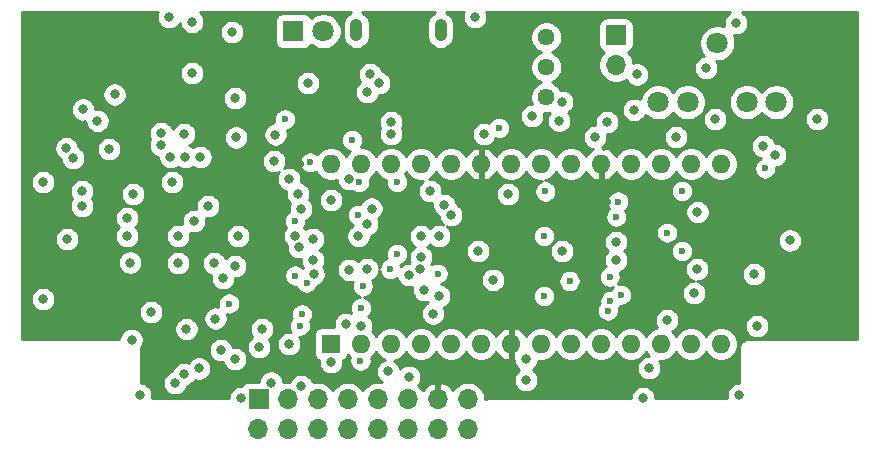
<source format=gbr>
G04 #@! TF.GenerationSoftware,KiCad,Pcbnew,5.1.5+dfsg1-2build2*
G04 #@! TF.CreationDate,2022-11-02T21:13:42+00:00*
G04 #@! TF.ProjectId,psion-speech-sp0256al2,7073696f-6e2d-4737-9065-6563682d7370,rev?*
G04 #@! TF.SameCoordinates,Original*
G04 #@! TF.FileFunction,Copper,L2,Inr*
G04 #@! TF.FilePolarity,Positive*
%FSLAX46Y46*%
G04 Gerber Fmt 4.6, Leading zero omitted, Abs format (unit mm)*
G04 Created by KiCad (PCBNEW 5.1.5+dfsg1-2build2) date 2022-11-02 21:13:42*
%MOMM*%
%LPD*%
G04 APERTURE LIST*
%ADD10C,1.800000*%
%ADD11O,1.600000X1.600000*%
%ADD12R,1.600000X1.600000*%
%ADD13O,1.700000X1.700000*%
%ADD14R,1.700000X1.700000*%
%ADD15C,1.440000*%
%ADD16O,1.050000X1.900000*%
%ADD17R,1.800000X1.800000*%
%ADD18C,0.800000*%
%ADD19C,0.600000*%
%ADD20C,0.254000*%
G04 APERTURE END LIST*
D10*
X103490000Y-105510000D03*
X100990000Y-105510000D03*
X93490000Y-105510000D03*
X95990000Y-105510000D03*
X98490000Y-100510000D03*
D11*
X65786000Y-110744000D03*
X98806000Y-125984000D03*
X68326000Y-110744000D03*
X96266000Y-125984000D03*
X70866000Y-110744000D03*
X93726000Y-125984000D03*
X73406000Y-110744000D03*
X91186000Y-125984000D03*
X75946000Y-110744000D03*
X88646000Y-125984000D03*
X78486000Y-110744000D03*
X86106000Y-125984000D03*
X81026000Y-110744000D03*
X83566000Y-125984000D03*
X83566000Y-110744000D03*
X81026000Y-125984000D03*
X86106000Y-110744000D03*
X78486000Y-125984000D03*
X88646000Y-110744000D03*
X75946000Y-125984000D03*
X91186000Y-110744000D03*
X73406000Y-125984000D03*
X93726000Y-110744000D03*
X70866000Y-125984000D03*
X96266000Y-110744000D03*
X68326000Y-125984000D03*
X98806000Y-110744000D03*
D12*
X65786000Y-125984000D03*
D13*
X77360000Y-133200000D03*
X77360000Y-130660000D03*
X74820000Y-133200000D03*
X74820000Y-130660000D03*
X72280000Y-133200000D03*
X72280000Y-130660000D03*
X69740000Y-133200000D03*
X69740000Y-130660000D03*
X67200000Y-133200000D03*
X67200000Y-130660000D03*
X64660000Y-133200000D03*
X64660000Y-130660000D03*
X62120000Y-133200000D03*
X62120000Y-130660000D03*
X59580000Y-133200000D03*
D14*
X59660000Y-130660000D03*
D15*
X84000000Y-105080000D03*
X84000000Y-102540000D03*
X84000000Y-100000000D03*
D13*
X89916000Y-102362000D03*
D14*
X89916000Y-99822000D03*
D16*
X67925000Y-99400000D03*
X75075000Y-99400000D03*
D10*
X65140000Y-99500000D03*
D17*
X62600000Y-99500000D03*
D18*
X92710000Y-128016000D03*
X48514000Y-116840000D03*
X48514000Y-115316000D03*
X54167000Y-115570000D03*
X44704000Y-114300000D03*
X62230000Y-125984000D03*
X59690000Y-126238000D03*
X56450000Y-126500000D03*
X53340000Y-108204000D03*
X57658000Y-105156000D03*
X44786652Y-106116174D03*
X51403659Y-108121223D03*
X69088000Y-103124000D03*
X77978000Y-98298000D03*
X98298000Y-106934000D03*
X89154000Y-107188000D03*
X102362000Y-109220000D03*
X96774000Y-119634000D03*
X101854000Y-124460000D03*
X75946000Y-115062000D03*
X80772000Y-113284000D03*
X65786000Y-113792000D03*
X70866000Y-108204000D03*
X78740000Y-108204000D03*
X96811000Y-114808000D03*
D19*
X67564000Y-108712000D03*
X89210000Y-113920000D03*
X89220000Y-123160000D03*
X90090000Y-113920000D03*
X61890000Y-106950000D03*
D18*
X46990000Y-109474000D03*
X57404000Y-99568000D03*
X54610000Y-128053000D03*
X82296000Y-127291000D03*
X82296000Y-129032000D03*
X43942000Y-110236000D03*
X48900000Y-125625000D03*
X51382105Y-109141587D03*
X47469998Y-104850000D03*
X72390000Y-128759999D03*
X79502000Y-120550010D03*
D19*
X68326000Y-122922461D03*
X74813000Y-120024990D03*
X68475393Y-121091508D03*
D18*
X63054228Y-117788685D03*
X78232000Y-118110000D03*
X53340000Y-128523024D03*
X70612000Y-128309989D03*
X50546000Y-123289990D03*
X69219046Y-114519795D03*
X67056000Y-124272461D03*
X56000000Y-123837500D03*
D19*
X95504000Y-118110000D03*
X95504000Y-113030000D03*
X68280000Y-127391000D03*
D18*
X65786000Y-127508000D03*
X57658000Y-127254000D03*
X100330000Y-130302000D03*
X64312173Y-120066509D03*
X55880000Y-119126000D03*
X53540010Y-124714000D03*
X72390000Y-120142000D03*
X70866000Y-107188000D03*
X88138000Y-108458000D03*
X94996000Y-108458000D03*
X63246000Y-129540000D03*
X60720204Y-129248024D03*
X52578000Y-129286000D03*
X60960000Y-110490000D03*
X59944000Y-124714000D03*
X58166000Y-130556000D03*
X49625000Y-130302000D03*
X92202000Y-130556000D03*
X94234000Y-123952000D03*
X68326000Y-124460000D03*
D19*
X94240000Y-116560000D03*
D18*
X43387299Y-109403949D03*
X43434000Y-117094000D03*
X57745321Y-108492203D03*
X53460000Y-110162500D03*
X54730000Y-110162500D03*
X44704000Y-113030000D03*
X41402000Y-122174000D03*
X41402000Y-112268000D03*
X46000000Y-107087500D03*
X56642000Y-120396000D03*
X57658000Y-119380000D03*
X57912000Y-116840000D03*
X52832000Y-116840000D03*
X55372000Y-114300000D03*
X52832000Y-119126000D03*
X48776146Y-119097323D03*
X49022000Y-113284000D03*
X52324000Y-112268000D03*
X63246000Y-114554000D03*
D19*
X70801000Y-119634000D03*
X71366001Y-118364000D03*
X71366001Y-112268000D03*
X62738000Y-115570000D03*
X68072000Y-115062000D03*
X68163817Y-112298605D03*
D18*
X64262000Y-118872000D03*
X68834000Y-115824000D03*
X68834000Y-119634000D03*
X62738000Y-116840000D03*
X64262000Y-117094000D03*
X52190000Y-110162500D03*
X73319491Y-119614253D03*
X74168000Y-113030000D03*
X62992000Y-113284000D03*
X62230000Y-112014000D03*
X67310000Y-112014000D03*
X67310000Y-119714010D03*
X63820000Y-103886000D03*
X68834000Y-104648000D03*
X61075000Y-108250000D03*
X91694000Y-103159999D03*
X91440000Y-106162001D03*
X85344000Y-105480001D03*
X85090000Y-107080001D03*
X82804000Y-106680000D03*
X106934000Y-106934000D03*
D19*
X102550608Y-111120192D03*
D18*
X103378000Y-109982000D03*
X96520000Y-121666000D03*
X97536000Y-102616000D03*
X100076000Y-98806000D03*
D19*
X80010000Y-107696000D03*
D18*
X73406000Y-118618000D03*
X68109000Y-116840000D03*
X73406000Y-116840000D03*
X69850000Y-103886000D03*
X54026347Y-103048347D03*
X54026347Y-98718000D03*
X52070000Y-98298000D03*
X101600000Y-120076000D03*
X73660000Y-121412000D03*
X104632177Y-117209145D03*
D19*
X85980000Y-120650010D03*
D18*
X85344000Y-118110000D03*
X89916000Y-118872000D03*
X89916000Y-117348000D03*
D19*
X89930000Y-115210000D03*
X90340000Y-121820000D03*
X83820000Y-121920000D03*
X83820000Y-116840000D03*
X83940000Y-113070000D03*
D18*
X74422000Y-123407000D03*
X75391299Y-114229949D03*
X74930000Y-121920000D03*
X74930000Y-116840000D03*
D19*
X89440000Y-122330000D03*
X89380000Y-120288990D03*
X57155058Y-122554942D03*
X63709466Y-120787587D03*
X62757195Y-120184990D03*
X63150000Y-124437001D03*
X64027223Y-110607000D03*
X63320000Y-123460000D03*
D18*
X47512529Y-123184589D03*
X94959000Y-122810000D03*
X105360000Y-120020000D03*
X94779000Y-115380000D03*
D19*
X58940000Y-110190000D03*
X56000000Y-110162500D03*
X72690000Y-121990000D03*
X80280000Y-123190000D03*
X78044000Y-113284000D03*
X63210000Y-110740000D03*
D20*
G36*
X51074774Y-97996102D02*
G01*
X51035000Y-98196061D01*
X51035000Y-98399939D01*
X51074774Y-98599898D01*
X51152795Y-98788256D01*
X51266063Y-98957774D01*
X51410226Y-99101937D01*
X51579744Y-99215205D01*
X51768102Y-99293226D01*
X51968061Y-99333000D01*
X52171939Y-99333000D01*
X52371898Y-99293226D01*
X52560256Y-99215205D01*
X52729774Y-99101937D01*
X52873937Y-98957774D01*
X52987205Y-98788256D01*
X52991347Y-98778256D01*
X52991347Y-98819939D01*
X53031121Y-99019898D01*
X53109142Y-99208256D01*
X53222410Y-99377774D01*
X53366573Y-99521937D01*
X53536091Y-99635205D01*
X53724449Y-99713226D01*
X53924408Y-99753000D01*
X54128286Y-99753000D01*
X54328245Y-99713226D01*
X54516603Y-99635205D01*
X54686121Y-99521937D01*
X54741997Y-99466061D01*
X56369000Y-99466061D01*
X56369000Y-99669939D01*
X56408774Y-99869898D01*
X56486795Y-100058256D01*
X56600063Y-100227774D01*
X56744226Y-100371937D01*
X56913744Y-100485205D01*
X57102102Y-100563226D01*
X57302061Y-100603000D01*
X57505939Y-100603000D01*
X57705898Y-100563226D01*
X57894256Y-100485205D01*
X58063774Y-100371937D01*
X58207937Y-100227774D01*
X58321205Y-100058256D01*
X58399226Y-99869898D01*
X58439000Y-99669939D01*
X58439000Y-99466061D01*
X58399226Y-99266102D01*
X58321205Y-99077744D01*
X58207937Y-98908226D01*
X58063774Y-98764063D01*
X57894256Y-98650795D01*
X57771627Y-98600000D01*
X61061928Y-98600000D01*
X61061928Y-100400000D01*
X61074188Y-100524482D01*
X61110498Y-100644180D01*
X61169463Y-100754494D01*
X61248815Y-100851185D01*
X61345506Y-100930537D01*
X61455820Y-100989502D01*
X61575518Y-101025812D01*
X61700000Y-101038072D01*
X63500000Y-101038072D01*
X63624482Y-101025812D01*
X63744180Y-100989502D01*
X63854494Y-100930537D01*
X63951185Y-100851185D01*
X64030537Y-100754494D01*
X64089502Y-100644180D01*
X64095056Y-100625873D01*
X64161495Y-100692312D01*
X64412905Y-100860299D01*
X64692257Y-100976011D01*
X64988816Y-101035000D01*
X65291184Y-101035000D01*
X65587743Y-100976011D01*
X65867095Y-100860299D01*
X66118505Y-100692312D01*
X66332312Y-100478505D01*
X66500299Y-100227095D01*
X66616011Y-99947743D01*
X66675000Y-99651184D01*
X66675000Y-99348816D01*
X66616011Y-99052257D01*
X66500299Y-98772905D01*
X66332312Y-98521495D01*
X66118505Y-98307688D01*
X65867095Y-98139701D01*
X65587743Y-98023989D01*
X65291184Y-97965000D01*
X64988816Y-97965000D01*
X64692257Y-98023989D01*
X64412905Y-98139701D01*
X64161495Y-98307688D01*
X64095056Y-98374127D01*
X64089502Y-98355820D01*
X64030537Y-98245506D01*
X63951185Y-98148815D01*
X63854494Y-98069463D01*
X63744180Y-98010498D01*
X63624482Y-97974188D01*
X63500000Y-97961928D01*
X61700000Y-97961928D01*
X61575518Y-97974188D01*
X61455820Y-98010498D01*
X61345506Y-98069463D01*
X61248815Y-98148815D01*
X61169463Y-98245506D01*
X61110498Y-98355820D01*
X61074188Y-98475518D01*
X61061928Y-98600000D01*
X57771627Y-98600000D01*
X57705898Y-98572774D01*
X57505939Y-98533000D01*
X57302061Y-98533000D01*
X57102102Y-98572774D01*
X56913744Y-98650795D01*
X56744226Y-98764063D01*
X56600063Y-98908226D01*
X56486795Y-99077744D01*
X56408774Y-99266102D01*
X56369000Y-99466061D01*
X54741997Y-99466061D01*
X54830284Y-99377774D01*
X54943552Y-99208256D01*
X55021573Y-99019898D01*
X55061347Y-98819939D01*
X55061347Y-98616061D01*
X55021573Y-98416102D01*
X54943552Y-98227744D01*
X54830284Y-98058226D01*
X54686121Y-97914063D01*
X54680040Y-97910000D01*
X67456706Y-97910000D01*
X67277422Y-98005829D01*
X67100789Y-98150788D01*
X66955830Y-98327421D01*
X66848115Y-98528940D01*
X66781785Y-98747600D01*
X66765000Y-98918021D01*
X66765000Y-99881978D01*
X66781785Y-100052399D01*
X66848115Y-100271059D01*
X66955829Y-100472578D01*
X67100788Y-100649212D01*
X67277421Y-100794171D01*
X67478940Y-100901885D01*
X67697600Y-100968215D01*
X67925000Y-100990612D01*
X68152399Y-100968215D01*
X68371059Y-100901885D01*
X68572578Y-100794171D01*
X68749212Y-100649212D01*
X68894171Y-100472579D01*
X69001885Y-100271060D01*
X69068215Y-100052400D01*
X69085000Y-99881979D01*
X69085000Y-98918022D01*
X69068215Y-98747600D01*
X69001885Y-98528940D01*
X68894171Y-98327421D01*
X68749212Y-98150788D01*
X68572579Y-98005829D01*
X68393295Y-97910000D01*
X74606705Y-97910000D01*
X74427421Y-98005829D01*
X74250788Y-98150788D01*
X74105829Y-98327422D01*
X73998115Y-98528941D01*
X73931785Y-98747601D01*
X73915000Y-98918022D01*
X73915000Y-99881979D01*
X73931785Y-100052400D01*
X73998115Y-100271060D01*
X74105830Y-100472579D01*
X74250789Y-100649212D01*
X74427422Y-100794171D01*
X74628941Y-100901885D01*
X74847601Y-100968215D01*
X75075000Y-100990612D01*
X75302400Y-100968215D01*
X75521060Y-100901885D01*
X75722579Y-100794171D01*
X75899212Y-100649212D01*
X76044171Y-100472579D01*
X76151885Y-100271060D01*
X76218215Y-100052400D01*
X76235000Y-99881978D01*
X76235000Y-98918021D01*
X76218215Y-98747600D01*
X76151885Y-98528940D01*
X76044171Y-98327421D01*
X75899212Y-98150788D01*
X75722578Y-98005829D01*
X75543294Y-97910000D01*
X77018439Y-97910000D01*
X76982774Y-97996102D01*
X76943000Y-98196061D01*
X76943000Y-98399939D01*
X76982774Y-98599898D01*
X77060795Y-98788256D01*
X77174063Y-98957774D01*
X77318226Y-99101937D01*
X77487744Y-99215205D01*
X77676102Y-99293226D01*
X77876061Y-99333000D01*
X78079939Y-99333000D01*
X78279898Y-99293226D01*
X78468256Y-99215205D01*
X78637774Y-99101937D01*
X78781937Y-98957774D01*
X78895205Y-98788256D01*
X78973226Y-98599898D01*
X79013000Y-98399939D01*
X79013000Y-98196061D01*
X78973226Y-97996102D01*
X78937561Y-97910000D01*
X99554008Y-97910000D01*
X99416226Y-98002063D01*
X99272063Y-98146226D01*
X99158795Y-98315744D01*
X99080774Y-98504102D01*
X99041000Y-98704061D01*
X99041000Y-98907939D01*
X99077595Y-99091918D01*
X98937743Y-99033989D01*
X98641184Y-98975000D01*
X98338816Y-98975000D01*
X98042257Y-99033989D01*
X97762905Y-99149701D01*
X97511495Y-99317688D01*
X97297688Y-99531495D01*
X97129701Y-99782905D01*
X97013989Y-100062257D01*
X96955000Y-100358816D01*
X96955000Y-100661184D01*
X97013989Y-100957743D01*
X97129701Y-101237095D01*
X97297688Y-101488505D01*
X97397463Y-101588280D01*
X97234102Y-101620774D01*
X97045744Y-101698795D01*
X96876226Y-101812063D01*
X96732063Y-101956226D01*
X96618795Y-102125744D01*
X96540774Y-102314102D01*
X96501000Y-102514061D01*
X96501000Y-102717939D01*
X96540774Y-102917898D01*
X96618795Y-103106256D01*
X96732063Y-103275774D01*
X96876226Y-103419937D01*
X97045744Y-103533205D01*
X97234102Y-103611226D01*
X97434061Y-103651000D01*
X97637939Y-103651000D01*
X97837898Y-103611226D01*
X98026256Y-103533205D01*
X98195774Y-103419937D01*
X98339937Y-103275774D01*
X98453205Y-103106256D01*
X98531226Y-102917898D01*
X98571000Y-102717939D01*
X98571000Y-102514061D01*
X98531226Y-102314102D01*
X98453205Y-102125744D01*
X98399254Y-102045000D01*
X98641184Y-102045000D01*
X98937743Y-101986011D01*
X99217095Y-101870299D01*
X99468505Y-101702312D01*
X99682312Y-101488505D01*
X99850299Y-101237095D01*
X99966011Y-100957743D01*
X100025000Y-100661184D01*
X100025000Y-100358816D01*
X99966011Y-100062257D01*
X99865411Y-99819388D01*
X99974061Y-99841000D01*
X100177939Y-99841000D01*
X100377898Y-99801226D01*
X100566256Y-99723205D01*
X100735774Y-99609937D01*
X100879937Y-99465774D01*
X100993205Y-99296256D01*
X101071226Y-99107898D01*
X101111000Y-98907939D01*
X101111000Y-98704061D01*
X101071226Y-98504102D01*
X100993205Y-98315744D01*
X100879937Y-98146226D01*
X100735774Y-98002063D01*
X100597992Y-97910000D01*
X110340000Y-97910000D01*
X110340001Y-125590000D01*
X101032419Y-125590000D01*
X101000000Y-125586807D01*
X100967581Y-125590000D01*
X100870617Y-125599550D01*
X100746207Y-125637290D01*
X100631550Y-125698575D01*
X100531052Y-125781052D01*
X100448575Y-125881550D01*
X100387290Y-125996207D01*
X100349550Y-126120617D01*
X100336807Y-126250000D01*
X100340000Y-126282418D01*
X100340001Y-129267000D01*
X100228061Y-129267000D01*
X100028102Y-129306774D01*
X99839744Y-129384795D01*
X99670226Y-129498063D01*
X99526063Y-129642226D01*
X99412795Y-129811744D01*
X99334774Y-130000102D01*
X99295000Y-130200061D01*
X99295000Y-130403939D01*
X99332010Y-130590000D01*
X93237000Y-130590000D01*
X93237000Y-130454061D01*
X93197226Y-130254102D01*
X93119205Y-130065744D01*
X93005937Y-129896226D01*
X92861774Y-129752063D01*
X92692256Y-129638795D01*
X92503898Y-129560774D01*
X92303939Y-129521000D01*
X92100061Y-129521000D01*
X91900102Y-129560774D01*
X91711744Y-129638795D01*
X91542226Y-129752063D01*
X91398063Y-129896226D01*
X91284795Y-130065744D01*
X91206774Y-130254102D01*
X91167000Y-130454061D01*
X91167000Y-130590000D01*
X79032419Y-130590000D01*
X79000000Y-130586807D01*
X78967581Y-130590000D01*
X78870617Y-130599550D01*
X78845000Y-130607321D01*
X78845000Y-130513740D01*
X78787932Y-130226842D01*
X78675990Y-129956589D01*
X78513475Y-129713368D01*
X78306632Y-129506525D01*
X78063411Y-129344010D01*
X77793158Y-129232068D01*
X77506260Y-129175000D01*
X77213740Y-129175000D01*
X76926842Y-129232068D01*
X76656589Y-129344010D01*
X76413368Y-129506525D01*
X76206525Y-129713368D01*
X76084805Y-129895534D01*
X76015178Y-129778645D01*
X75820269Y-129562412D01*
X75586920Y-129388359D01*
X75324099Y-129263175D01*
X75176890Y-129218524D01*
X74947000Y-129339845D01*
X74947000Y-130533000D01*
X74967000Y-130533000D01*
X74967000Y-130787000D01*
X74947000Y-130787000D01*
X74947000Y-130807000D01*
X74693000Y-130807000D01*
X74693000Y-130787000D01*
X74673000Y-130787000D01*
X74673000Y-130533000D01*
X74693000Y-130533000D01*
X74693000Y-129339845D01*
X74463110Y-129218524D01*
X74315901Y-129263175D01*
X74053080Y-129388359D01*
X73819731Y-129562412D01*
X73624822Y-129778645D01*
X73555195Y-129895534D01*
X73433475Y-129713368D01*
X73226632Y-129506525D01*
X73155029Y-129458681D01*
X73193937Y-129419773D01*
X73307205Y-129250255D01*
X73385226Y-129061897D01*
X73425000Y-128861938D01*
X73425000Y-128658060D01*
X73385226Y-128458101D01*
X73307205Y-128269743D01*
X73193937Y-128100225D01*
X73049774Y-127956062D01*
X72880256Y-127842794D01*
X72691898Y-127764773D01*
X72491939Y-127724999D01*
X72288061Y-127724999D01*
X72088102Y-127764773D01*
X71899744Y-127842794D01*
X71730226Y-127956062D01*
X71619001Y-128067287D01*
X71607226Y-128008091D01*
X71529205Y-127819733D01*
X71415937Y-127650215D01*
X71271774Y-127506052D01*
X71110715Y-127398436D01*
X71284574Y-127363853D01*
X71545727Y-127255680D01*
X71780759Y-127098637D01*
X71980637Y-126898759D01*
X72136000Y-126666241D01*
X72291363Y-126898759D01*
X72491241Y-127098637D01*
X72726273Y-127255680D01*
X72987426Y-127363853D01*
X73264665Y-127419000D01*
X73547335Y-127419000D01*
X73824574Y-127363853D01*
X74085727Y-127255680D01*
X74320759Y-127098637D01*
X74520637Y-126898759D01*
X74676000Y-126666241D01*
X74831363Y-126898759D01*
X75031241Y-127098637D01*
X75266273Y-127255680D01*
X75527426Y-127363853D01*
X75804665Y-127419000D01*
X76087335Y-127419000D01*
X76364574Y-127363853D01*
X76625727Y-127255680D01*
X76860759Y-127098637D01*
X77060637Y-126898759D01*
X77216000Y-126666241D01*
X77371363Y-126898759D01*
X77571241Y-127098637D01*
X77806273Y-127255680D01*
X78067426Y-127363853D01*
X78344665Y-127419000D01*
X78627335Y-127419000D01*
X78904574Y-127363853D01*
X79165727Y-127255680D01*
X79400759Y-127098637D01*
X79600637Y-126898759D01*
X79757680Y-126663727D01*
X79762067Y-126653135D01*
X79873615Y-126839131D01*
X80062586Y-127047519D01*
X80288580Y-127215037D01*
X80542913Y-127335246D01*
X80676961Y-127375904D01*
X80899000Y-127253915D01*
X80899000Y-126111000D01*
X80879000Y-126111000D01*
X80879000Y-125857000D01*
X80899000Y-125857000D01*
X80899000Y-124714085D01*
X81153000Y-124714085D01*
X81153000Y-125857000D01*
X81173000Y-125857000D01*
X81173000Y-126111000D01*
X81153000Y-126111000D01*
X81153000Y-127253915D01*
X81261000Y-127313251D01*
X81261000Y-127392939D01*
X81300774Y-127592898D01*
X81378795Y-127781256D01*
X81492063Y-127950774D01*
X81636226Y-128094937D01*
X81735845Y-128161500D01*
X81636226Y-128228063D01*
X81492063Y-128372226D01*
X81378795Y-128541744D01*
X81300774Y-128730102D01*
X81261000Y-128930061D01*
X81261000Y-129133939D01*
X81300774Y-129333898D01*
X81378795Y-129522256D01*
X81492063Y-129691774D01*
X81636226Y-129835937D01*
X81805744Y-129949205D01*
X81994102Y-130027226D01*
X82194061Y-130067000D01*
X82397939Y-130067000D01*
X82597898Y-130027226D01*
X82786256Y-129949205D01*
X82955774Y-129835937D01*
X83099937Y-129691774D01*
X83213205Y-129522256D01*
X83291226Y-129333898D01*
X83331000Y-129133939D01*
X83331000Y-128930061D01*
X83291226Y-128730102D01*
X83213205Y-128541744D01*
X83099937Y-128372226D01*
X82955774Y-128228063D01*
X82856155Y-128161500D01*
X82955774Y-128094937D01*
X83099937Y-127950774D01*
X83213205Y-127781256D01*
X83291226Y-127592898D01*
X83329578Y-127400086D01*
X83424665Y-127419000D01*
X83707335Y-127419000D01*
X83984574Y-127363853D01*
X84245727Y-127255680D01*
X84480759Y-127098637D01*
X84680637Y-126898759D01*
X84836000Y-126666241D01*
X84991363Y-126898759D01*
X85191241Y-127098637D01*
X85426273Y-127255680D01*
X85687426Y-127363853D01*
X85964665Y-127419000D01*
X86247335Y-127419000D01*
X86524574Y-127363853D01*
X86785727Y-127255680D01*
X87020759Y-127098637D01*
X87220637Y-126898759D01*
X87376000Y-126666241D01*
X87531363Y-126898759D01*
X87731241Y-127098637D01*
X87966273Y-127255680D01*
X88227426Y-127363853D01*
X88504665Y-127419000D01*
X88787335Y-127419000D01*
X89064574Y-127363853D01*
X89325727Y-127255680D01*
X89560759Y-127098637D01*
X89760637Y-126898759D01*
X89916000Y-126666241D01*
X90071363Y-126898759D01*
X90271241Y-127098637D01*
X90506273Y-127255680D01*
X90767426Y-127363853D01*
X91044665Y-127419000D01*
X91327335Y-127419000D01*
X91604574Y-127363853D01*
X91865727Y-127255680D01*
X92100759Y-127098637D01*
X92300637Y-126898759D01*
X92456000Y-126666241D01*
X92611363Y-126898759D01*
X92693604Y-126981000D01*
X92608061Y-126981000D01*
X92408102Y-127020774D01*
X92219744Y-127098795D01*
X92050226Y-127212063D01*
X91906063Y-127356226D01*
X91792795Y-127525744D01*
X91714774Y-127714102D01*
X91675000Y-127914061D01*
X91675000Y-128117939D01*
X91714774Y-128317898D01*
X91792795Y-128506256D01*
X91906063Y-128675774D01*
X92050226Y-128819937D01*
X92219744Y-128933205D01*
X92408102Y-129011226D01*
X92608061Y-129051000D01*
X92811939Y-129051000D01*
X93011898Y-129011226D01*
X93200256Y-128933205D01*
X93369774Y-128819937D01*
X93513937Y-128675774D01*
X93627205Y-128506256D01*
X93705226Y-128317898D01*
X93745000Y-128117939D01*
X93745000Y-127914061D01*
X93705226Y-127714102D01*
X93627205Y-127525744D01*
X93551469Y-127412397D01*
X93584665Y-127419000D01*
X93867335Y-127419000D01*
X94144574Y-127363853D01*
X94405727Y-127255680D01*
X94640759Y-127098637D01*
X94840637Y-126898759D01*
X94996000Y-126666241D01*
X95151363Y-126898759D01*
X95351241Y-127098637D01*
X95586273Y-127255680D01*
X95847426Y-127363853D01*
X96124665Y-127419000D01*
X96407335Y-127419000D01*
X96684574Y-127363853D01*
X96945727Y-127255680D01*
X97180759Y-127098637D01*
X97380637Y-126898759D01*
X97536000Y-126666241D01*
X97691363Y-126898759D01*
X97891241Y-127098637D01*
X98126273Y-127255680D01*
X98387426Y-127363853D01*
X98664665Y-127419000D01*
X98947335Y-127419000D01*
X99224574Y-127363853D01*
X99485727Y-127255680D01*
X99720759Y-127098637D01*
X99920637Y-126898759D01*
X100077680Y-126663727D01*
X100185853Y-126402574D01*
X100241000Y-126125335D01*
X100241000Y-125842665D01*
X100185853Y-125565426D01*
X100077680Y-125304273D01*
X99920637Y-125069241D01*
X99720759Y-124869363D01*
X99485727Y-124712320D01*
X99224574Y-124604147D01*
X98947335Y-124549000D01*
X98664665Y-124549000D01*
X98387426Y-124604147D01*
X98126273Y-124712320D01*
X97891241Y-124869363D01*
X97691363Y-125069241D01*
X97536000Y-125301759D01*
X97380637Y-125069241D01*
X97180759Y-124869363D01*
X96945727Y-124712320D01*
X96684574Y-124604147D01*
X96407335Y-124549000D01*
X96124665Y-124549000D01*
X95847426Y-124604147D01*
X95586273Y-124712320D01*
X95351241Y-124869363D01*
X95151363Y-125069241D01*
X94996000Y-125301759D01*
X94840637Y-125069241D01*
X94665103Y-124893707D01*
X94724256Y-124869205D01*
X94893774Y-124755937D01*
X95037937Y-124611774D01*
X95151205Y-124442256D01*
X95186079Y-124358061D01*
X100819000Y-124358061D01*
X100819000Y-124561939D01*
X100858774Y-124761898D01*
X100936795Y-124950256D01*
X101050063Y-125119774D01*
X101194226Y-125263937D01*
X101363744Y-125377205D01*
X101552102Y-125455226D01*
X101752061Y-125495000D01*
X101955939Y-125495000D01*
X102155898Y-125455226D01*
X102344256Y-125377205D01*
X102513774Y-125263937D01*
X102657937Y-125119774D01*
X102771205Y-124950256D01*
X102849226Y-124761898D01*
X102889000Y-124561939D01*
X102889000Y-124358061D01*
X102849226Y-124158102D01*
X102771205Y-123969744D01*
X102657937Y-123800226D01*
X102513774Y-123656063D01*
X102344256Y-123542795D01*
X102155898Y-123464774D01*
X101955939Y-123425000D01*
X101752061Y-123425000D01*
X101552102Y-123464774D01*
X101363744Y-123542795D01*
X101194226Y-123656063D01*
X101050063Y-123800226D01*
X100936795Y-123969744D01*
X100858774Y-124158102D01*
X100819000Y-124358061D01*
X95186079Y-124358061D01*
X95229226Y-124253898D01*
X95269000Y-124053939D01*
X95269000Y-123850061D01*
X95229226Y-123650102D01*
X95151205Y-123461744D01*
X95037937Y-123292226D01*
X94893774Y-123148063D01*
X94724256Y-123034795D01*
X94535898Y-122956774D01*
X94335939Y-122917000D01*
X94132061Y-122917000D01*
X93932102Y-122956774D01*
X93743744Y-123034795D01*
X93574226Y-123148063D01*
X93430063Y-123292226D01*
X93316795Y-123461744D01*
X93238774Y-123650102D01*
X93199000Y-123850061D01*
X93199000Y-124053939D01*
X93238774Y-124253898D01*
X93316795Y-124442256D01*
X93411177Y-124583509D01*
X93307426Y-124604147D01*
X93046273Y-124712320D01*
X92811241Y-124869363D01*
X92611363Y-125069241D01*
X92456000Y-125301759D01*
X92300637Y-125069241D01*
X92100759Y-124869363D01*
X91865727Y-124712320D01*
X91604574Y-124604147D01*
X91327335Y-124549000D01*
X91044665Y-124549000D01*
X90767426Y-124604147D01*
X90506273Y-124712320D01*
X90271241Y-124869363D01*
X90071363Y-125069241D01*
X89916000Y-125301759D01*
X89760637Y-125069241D01*
X89560759Y-124869363D01*
X89325727Y-124712320D01*
X89064574Y-124604147D01*
X88787335Y-124549000D01*
X88504665Y-124549000D01*
X88227426Y-124604147D01*
X87966273Y-124712320D01*
X87731241Y-124869363D01*
X87531363Y-125069241D01*
X87376000Y-125301759D01*
X87220637Y-125069241D01*
X87020759Y-124869363D01*
X86785727Y-124712320D01*
X86524574Y-124604147D01*
X86247335Y-124549000D01*
X85964665Y-124549000D01*
X85687426Y-124604147D01*
X85426273Y-124712320D01*
X85191241Y-124869363D01*
X84991363Y-125069241D01*
X84836000Y-125301759D01*
X84680637Y-125069241D01*
X84480759Y-124869363D01*
X84245727Y-124712320D01*
X83984574Y-124604147D01*
X83707335Y-124549000D01*
X83424665Y-124549000D01*
X83147426Y-124604147D01*
X82886273Y-124712320D01*
X82651241Y-124869363D01*
X82451363Y-125069241D01*
X82294320Y-125304273D01*
X82289933Y-125314865D01*
X82178385Y-125128869D01*
X81989414Y-124920481D01*
X81763420Y-124752963D01*
X81509087Y-124632754D01*
X81375039Y-124592096D01*
X81153000Y-124714085D01*
X80899000Y-124714085D01*
X80676961Y-124592096D01*
X80542913Y-124632754D01*
X80288580Y-124752963D01*
X80062586Y-124920481D01*
X79873615Y-125128869D01*
X79762067Y-125314865D01*
X79757680Y-125304273D01*
X79600637Y-125069241D01*
X79400759Y-124869363D01*
X79165727Y-124712320D01*
X78904574Y-124604147D01*
X78627335Y-124549000D01*
X78344665Y-124549000D01*
X78067426Y-124604147D01*
X77806273Y-124712320D01*
X77571241Y-124869363D01*
X77371363Y-125069241D01*
X77216000Y-125301759D01*
X77060637Y-125069241D01*
X76860759Y-124869363D01*
X76625727Y-124712320D01*
X76364574Y-124604147D01*
X76087335Y-124549000D01*
X75804665Y-124549000D01*
X75527426Y-124604147D01*
X75266273Y-124712320D01*
X75031241Y-124869363D01*
X74831363Y-125069241D01*
X74676000Y-125301759D01*
X74520637Y-125069241D01*
X74320759Y-124869363D01*
X74085727Y-124712320D01*
X73824574Y-124604147D01*
X73547335Y-124549000D01*
X73264665Y-124549000D01*
X72987426Y-124604147D01*
X72726273Y-124712320D01*
X72491241Y-124869363D01*
X72291363Y-125069241D01*
X72136000Y-125301759D01*
X71980637Y-125069241D01*
X71780759Y-124869363D01*
X71545727Y-124712320D01*
X71284574Y-124604147D01*
X71007335Y-124549000D01*
X70724665Y-124549000D01*
X70447426Y-124604147D01*
X70186273Y-124712320D01*
X69951241Y-124869363D01*
X69751363Y-125069241D01*
X69596000Y-125301759D01*
X69440637Y-125069241D01*
X69266182Y-124894786D01*
X69321226Y-124761898D01*
X69361000Y-124561939D01*
X69361000Y-124358061D01*
X69321226Y-124158102D01*
X69243205Y-123969744D01*
X69129937Y-123800226D01*
X68985774Y-123656063D01*
X68943161Y-123627590D01*
X69052262Y-123518489D01*
X69154586Y-123365350D01*
X69225068Y-123195190D01*
X69261000Y-123014550D01*
X69261000Y-122830372D01*
X69225068Y-122649732D01*
X69154586Y-122479572D01*
X69052262Y-122326433D01*
X68922028Y-122196199D01*
X68768889Y-122093875D01*
X68598729Y-122023393D01*
X68590935Y-122021843D01*
X68748122Y-121990576D01*
X68918282Y-121920094D01*
X69071421Y-121817770D01*
X69201655Y-121687536D01*
X69303979Y-121534397D01*
X69374461Y-121364237D01*
X69410393Y-121183597D01*
X69410393Y-120999419D01*
X69374461Y-120818779D01*
X69303979Y-120648619D01*
X69257394Y-120578900D01*
X69324256Y-120551205D01*
X69493774Y-120437937D01*
X69637937Y-120293774D01*
X69751205Y-120124256D01*
X69829226Y-119935898D01*
X69868480Y-119738555D01*
X69901932Y-119906729D01*
X69972414Y-120076889D01*
X70074738Y-120230028D01*
X70204972Y-120360262D01*
X70358111Y-120462586D01*
X70528271Y-120533068D01*
X70708911Y-120569000D01*
X70893089Y-120569000D01*
X71073729Y-120533068D01*
X71243889Y-120462586D01*
X71380354Y-120371403D01*
X71394774Y-120443898D01*
X71472795Y-120632256D01*
X71586063Y-120801774D01*
X71730226Y-120945937D01*
X71899744Y-121059205D01*
X72088102Y-121137226D01*
X72288061Y-121177000D01*
X72491939Y-121177000D01*
X72658039Y-121143961D01*
X72625000Y-121310061D01*
X72625000Y-121513939D01*
X72664774Y-121713898D01*
X72742795Y-121902256D01*
X72856063Y-122071774D01*
X73000226Y-122215937D01*
X73169744Y-122329205D01*
X73358102Y-122407226D01*
X73558061Y-122447000D01*
X73761939Y-122447000D01*
X73961898Y-122407226D01*
X74004270Y-122389675D01*
X74012795Y-122410256D01*
X74036851Y-122446258D01*
X73931744Y-122489795D01*
X73762226Y-122603063D01*
X73618063Y-122747226D01*
X73504795Y-122916744D01*
X73426774Y-123105102D01*
X73387000Y-123305061D01*
X73387000Y-123508939D01*
X73426774Y-123708898D01*
X73504795Y-123897256D01*
X73618063Y-124066774D01*
X73762226Y-124210937D01*
X73931744Y-124324205D01*
X74120102Y-124402226D01*
X74320061Y-124442000D01*
X74523939Y-124442000D01*
X74723898Y-124402226D01*
X74912256Y-124324205D01*
X75081774Y-124210937D01*
X75225937Y-124066774D01*
X75339205Y-123897256D01*
X75417226Y-123708898D01*
X75457000Y-123508939D01*
X75457000Y-123305061D01*
X75417226Y-123105102D01*
X75401821Y-123067911D01*
X88285000Y-123067911D01*
X88285000Y-123252089D01*
X88320932Y-123432729D01*
X88391414Y-123602889D01*
X88493738Y-123756028D01*
X88623972Y-123886262D01*
X88777111Y-123988586D01*
X88947271Y-124059068D01*
X89127911Y-124095000D01*
X89312089Y-124095000D01*
X89492729Y-124059068D01*
X89662889Y-123988586D01*
X89816028Y-123886262D01*
X89946262Y-123756028D01*
X90048586Y-123602889D01*
X90119068Y-123432729D01*
X90155000Y-123252089D01*
X90155000Y-123067911D01*
X90133328Y-122958962D01*
X90166262Y-122926028D01*
X90268586Y-122772889D01*
X90275996Y-122755000D01*
X90432089Y-122755000D01*
X90612729Y-122719068D01*
X90782889Y-122648586D01*
X90936028Y-122546262D01*
X91066262Y-122416028D01*
X91168586Y-122262889D01*
X91239068Y-122092729D01*
X91275000Y-121912089D01*
X91275000Y-121727911D01*
X91242408Y-121564061D01*
X95485000Y-121564061D01*
X95485000Y-121767939D01*
X95524774Y-121967898D01*
X95602795Y-122156256D01*
X95716063Y-122325774D01*
X95860226Y-122469937D01*
X96029744Y-122583205D01*
X96218102Y-122661226D01*
X96418061Y-122701000D01*
X96621939Y-122701000D01*
X96821898Y-122661226D01*
X97010256Y-122583205D01*
X97179774Y-122469937D01*
X97323937Y-122325774D01*
X97437205Y-122156256D01*
X97515226Y-121967898D01*
X97555000Y-121767939D01*
X97555000Y-121564061D01*
X97515226Y-121364102D01*
X97437205Y-121175744D01*
X97323937Y-121006226D01*
X97179774Y-120862063D01*
X97010256Y-120748795D01*
X96821898Y-120670774D01*
X96812979Y-120669000D01*
X96875939Y-120669000D01*
X97075898Y-120629226D01*
X97264256Y-120551205D01*
X97433774Y-120437937D01*
X97577937Y-120293774D01*
X97691205Y-120124256D01*
X97753418Y-119974061D01*
X100565000Y-119974061D01*
X100565000Y-120177939D01*
X100604774Y-120377898D01*
X100682795Y-120566256D01*
X100796063Y-120735774D01*
X100940226Y-120879937D01*
X101109744Y-120993205D01*
X101298102Y-121071226D01*
X101498061Y-121111000D01*
X101701939Y-121111000D01*
X101901898Y-121071226D01*
X102090256Y-120993205D01*
X102259774Y-120879937D01*
X102403937Y-120735774D01*
X102517205Y-120566256D01*
X102595226Y-120377898D01*
X102635000Y-120177939D01*
X102635000Y-119974061D01*
X102595226Y-119774102D01*
X102517205Y-119585744D01*
X102403937Y-119416226D01*
X102259774Y-119272063D01*
X102090256Y-119158795D01*
X101901898Y-119080774D01*
X101701939Y-119041000D01*
X101498061Y-119041000D01*
X101298102Y-119080774D01*
X101109744Y-119158795D01*
X100940226Y-119272063D01*
X100796063Y-119416226D01*
X100682795Y-119585744D01*
X100604774Y-119774102D01*
X100565000Y-119974061D01*
X97753418Y-119974061D01*
X97769226Y-119935898D01*
X97809000Y-119735939D01*
X97809000Y-119532061D01*
X97769226Y-119332102D01*
X97691205Y-119143744D01*
X97577937Y-118974226D01*
X97433774Y-118830063D01*
X97264256Y-118716795D01*
X97075898Y-118638774D01*
X96875939Y-118599000D01*
X96672061Y-118599000D01*
X96472102Y-118638774D01*
X96283744Y-118716795D01*
X96114226Y-118830063D01*
X95970063Y-118974226D01*
X95856795Y-119143744D01*
X95778774Y-119332102D01*
X95739000Y-119532061D01*
X95739000Y-119735939D01*
X95778774Y-119935898D01*
X95856795Y-120124256D01*
X95970063Y-120293774D01*
X96114226Y-120437937D01*
X96283744Y-120551205D01*
X96472102Y-120629226D01*
X96481021Y-120631000D01*
X96418061Y-120631000D01*
X96218102Y-120670774D01*
X96029744Y-120748795D01*
X95860226Y-120862063D01*
X95716063Y-121006226D01*
X95602795Y-121175744D01*
X95524774Y-121364102D01*
X95485000Y-121564061D01*
X91242408Y-121564061D01*
X91239068Y-121547271D01*
X91168586Y-121377111D01*
X91066262Y-121223972D01*
X90936028Y-121093738D01*
X90782889Y-120991414D01*
X90612729Y-120920932D01*
X90432089Y-120885000D01*
X90247911Y-120885000D01*
X90071112Y-120920168D01*
X90106262Y-120885018D01*
X90208586Y-120731879D01*
X90279068Y-120561719D01*
X90315000Y-120381079D01*
X90315000Y-120196901D01*
X90279068Y-120016261D01*
X90217379Y-119867329D01*
X90217898Y-119867226D01*
X90406256Y-119789205D01*
X90575774Y-119675937D01*
X90719937Y-119531774D01*
X90833205Y-119362256D01*
X90911226Y-119173898D01*
X90951000Y-118973939D01*
X90951000Y-118770061D01*
X90911226Y-118570102D01*
X90833205Y-118381744D01*
X90719937Y-118212226D01*
X90617711Y-118110000D01*
X90709800Y-118017911D01*
X94569000Y-118017911D01*
X94569000Y-118202089D01*
X94604932Y-118382729D01*
X94675414Y-118552889D01*
X94777738Y-118706028D01*
X94907972Y-118836262D01*
X95061111Y-118938586D01*
X95231271Y-119009068D01*
X95411911Y-119045000D01*
X95596089Y-119045000D01*
X95776729Y-119009068D01*
X95946889Y-118938586D01*
X96100028Y-118836262D01*
X96230262Y-118706028D01*
X96332586Y-118552889D01*
X96403068Y-118382729D01*
X96439000Y-118202089D01*
X96439000Y-118017911D01*
X96403068Y-117837271D01*
X96332586Y-117667111D01*
X96230262Y-117513972D01*
X96100028Y-117383738D01*
X95946889Y-117281414D01*
X95776729Y-117210932D01*
X95596089Y-117175000D01*
X95411911Y-117175000D01*
X95231271Y-117210932D01*
X95061111Y-117281414D01*
X94907972Y-117383738D01*
X94777738Y-117513972D01*
X94675414Y-117667111D01*
X94604932Y-117837271D01*
X94569000Y-118017911D01*
X90709800Y-118017911D01*
X90719937Y-118007774D01*
X90833205Y-117838256D01*
X90911226Y-117649898D01*
X90951000Y-117449939D01*
X90951000Y-117246061D01*
X90911226Y-117046102D01*
X90833205Y-116857744D01*
X90719937Y-116688226D01*
X90575774Y-116544063D01*
X90461805Y-116467911D01*
X93305000Y-116467911D01*
X93305000Y-116652089D01*
X93340932Y-116832729D01*
X93411414Y-117002889D01*
X93513738Y-117156028D01*
X93643972Y-117286262D01*
X93797111Y-117388586D01*
X93967271Y-117459068D01*
X94147911Y-117495000D01*
X94332089Y-117495000D01*
X94512729Y-117459068D01*
X94682889Y-117388586D01*
X94836028Y-117286262D01*
X94966262Y-117156028D01*
X94998883Y-117107206D01*
X103597177Y-117107206D01*
X103597177Y-117311084D01*
X103636951Y-117511043D01*
X103714972Y-117699401D01*
X103828240Y-117868919D01*
X103972403Y-118013082D01*
X104141921Y-118126350D01*
X104330279Y-118204371D01*
X104530238Y-118244145D01*
X104734116Y-118244145D01*
X104934075Y-118204371D01*
X105122433Y-118126350D01*
X105291951Y-118013082D01*
X105436114Y-117868919D01*
X105549382Y-117699401D01*
X105627403Y-117511043D01*
X105667177Y-117311084D01*
X105667177Y-117107206D01*
X105627403Y-116907247D01*
X105549382Y-116718889D01*
X105436114Y-116549371D01*
X105291951Y-116405208D01*
X105122433Y-116291940D01*
X104934075Y-116213919D01*
X104734116Y-116174145D01*
X104530238Y-116174145D01*
X104330279Y-116213919D01*
X104141921Y-116291940D01*
X103972403Y-116405208D01*
X103828240Y-116549371D01*
X103714972Y-116718889D01*
X103636951Y-116907247D01*
X103597177Y-117107206D01*
X94998883Y-117107206D01*
X95068586Y-117002889D01*
X95139068Y-116832729D01*
X95175000Y-116652089D01*
X95175000Y-116467911D01*
X95139068Y-116287271D01*
X95068586Y-116117111D01*
X94966262Y-115963972D01*
X94836028Y-115833738D01*
X94682889Y-115731414D01*
X94512729Y-115660932D01*
X94332089Y-115625000D01*
X94147911Y-115625000D01*
X93967271Y-115660932D01*
X93797111Y-115731414D01*
X93643972Y-115833738D01*
X93513738Y-115963972D01*
X93411414Y-116117111D01*
X93340932Y-116287271D01*
X93305000Y-116467911D01*
X90461805Y-116467911D01*
X90406256Y-116430795D01*
X90217898Y-116352774D01*
X90017939Y-116313000D01*
X89814061Y-116313000D01*
X89614102Y-116352774D01*
X89425744Y-116430795D01*
X89256226Y-116544063D01*
X89112063Y-116688226D01*
X88998795Y-116857744D01*
X88920774Y-117046102D01*
X88881000Y-117246061D01*
X88881000Y-117449939D01*
X88920774Y-117649898D01*
X88998795Y-117838256D01*
X89112063Y-118007774D01*
X89214289Y-118110000D01*
X89112063Y-118212226D01*
X88998795Y-118381744D01*
X88920774Y-118570102D01*
X88881000Y-118770061D01*
X88881000Y-118973939D01*
X88920774Y-119173898D01*
X88998795Y-119362256D01*
X89036788Y-119419117D01*
X88937111Y-119460404D01*
X88783972Y-119562728D01*
X88653738Y-119692962D01*
X88551414Y-119846101D01*
X88480932Y-120016261D01*
X88445000Y-120196901D01*
X88445000Y-120381079D01*
X88480932Y-120561719D01*
X88551414Y-120731879D01*
X88653738Y-120885018D01*
X88783972Y-121015252D01*
X88937111Y-121117576D01*
X89107271Y-121188058D01*
X89287911Y-121223990D01*
X89472089Y-121223990D01*
X89648888Y-121188822D01*
X89613738Y-121223972D01*
X89511414Y-121377111D01*
X89504004Y-121395000D01*
X89347911Y-121395000D01*
X89167271Y-121430932D01*
X88997111Y-121501414D01*
X88843972Y-121603738D01*
X88713738Y-121733972D01*
X88611414Y-121887111D01*
X88540932Y-122057271D01*
X88505000Y-122237911D01*
X88505000Y-122422089D01*
X88526672Y-122531038D01*
X88493738Y-122563972D01*
X88391414Y-122717111D01*
X88320932Y-122887271D01*
X88285000Y-123067911D01*
X75401821Y-123067911D01*
X75339205Y-122916744D01*
X75315149Y-122880742D01*
X75420256Y-122837205D01*
X75589774Y-122723937D01*
X75733937Y-122579774D01*
X75847205Y-122410256D01*
X75925226Y-122221898D01*
X75965000Y-122021939D01*
X75965000Y-121827911D01*
X82885000Y-121827911D01*
X82885000Y-122012089D01*
X82920932Y-122192729D01*
X82991414Y-122362889D01*
X83093738Y-122516028D01*
X83223972Y-122646262D01*
X83377111Y-122748586D01*
X83547271Y-122819068D01*
X83727911Y-122855000D01*
X83912089Y-122855000D01*
X84092729Y-122819068D01*
X84262889Y-122748586D01*
X84416028Y-122646262D01*
X84546262Y-122516028D01*
X84648586Y-122362889D01*
X84719068Y-122192729D01*
X84755000Y-122012089D01*
X84755000Y-121827911D01*
X84719068Y-121647271D01*
X84648586Y-121477111D01*
X84546262Y-121323972D01*
X84416028Y-121193738D01*
X84262889Y-121091414D01*
X84092729Y-121020932D01*
X83912089Y-120985000D01*
X83727911Y-120985000D01*
X83547271Y-121020932D01*
X83377111Y-121091414D01*
X83223972Y-121193738D01*
X83093738Y-121323972D01*
X82991414Y-121477111D01*
X82920932Y-121647271D01*
X82885000Y-121827911D01*
X75965000Y-121827911D01*
X75965000Y-121818061D01*
X75925226Y-121618102D01*
X75847205Y-121429744D01*
X75733937Y-121260226D01*
X75589774Y-121116063D01*
X75420256Y-121002795D01*
X75231898Y-120924774D01*
X75131982Y-120904900D01*
X75255889Y-120853576D01*
X75409028Y-120751252D01*
X75539262Y-120621018D01*
X75641586Y-120467879D01*
X75649790Y-120448071D01*
X78467000Y-120448071D01*
X78467000Y-120651949D01*
X78506774Y-120851908D01*
X78584795Y-121040266D01*
X78698063Y-121209784D01*
X78842226Y-121353947D01*
X79011744Y-121467215D01*
X79200102Y-121545236D01*
X79400061Y-121585010D01*
X79603939Y-121585010D01*
X79803898Y-121545236D01*
X79992256Y-121467215D01*
X80161774Y-121353947D01*
X80305937Y-121209784D01*
X80419205Y-121040266D01*
X80497226Y-120851908D01*
X80537000Y-120651949D01*
X80537000Y-120557921D01*
X85045000Y-120557921D01*
X85045000Y-120742099D01*
X85080932Y-120922739D01*
X85151414Y-121092899D01*
X85253738Y-121246038D01*
X85383972Y-121376272D01*
X85537111Y-121478596D01*
X85707271Y-121549078D01*
X85887911Y-121585010D01*
X86072089Y-121585010D01*
X86252729Y-121549078D01*
X86422889Y-121478596D01*
X86576028Y-121376272D01*
X86706262Y-121246038D01*
X86808586Y-121092899D01*
X86879068Y-120922739D01*
X86915000Y-120742099D01*
X86915000Y-120557921D01*
X86879068Y-120377281D01*
X86808586Y-120207121D01*
X86706262Y-120053982D01*
X86576028Y-119923748D01*
X86422889Y-119821424D01*
X86252729Y-119750942D01*
X86072089Y-119715010D01*
X85887911Y-119715010D01*
X85707271Y-119750942D01*
X85537111Y-119821424D01*
X85383972Y-119923748D01*
X85253738Y-120053982D01*
X85151414Y-120207121D01*
X85080932Y-120377281D01*
X85045000Y-120557921D01*
X80537000Y-120557921D01*
X80537000Y-120448071D01*
X80497226Y-120248112D01*
X80419205Y-120059754D01*
X80305937Y-119890236D01*
X80161774Y-119746073D01*
X79992256Y-119632805D01*
X79803898Y-119554784D01*
X79603939Y-119515010D01*
X79400061Y-119515010D01*
X79200102Y-119554784D01*
X79011744Y-119632805D01*
X78842226Y-119746073D01*
X78698063Y-119890236D01*
X78584795Y-120059754D01*
X78506774Y-120248112D01*
X78467000Y-120448071D01*
X75649790Y-120448071D01*
X75712068Y-120297719D01*
X75748000Y-120117079D01*
X75748000Y-119932901D01*
X75712068Y-119752261D01*
X75641586Y-119582101D01*
X75539262Y-119428962D01*
X75409028Y-119298728D01*
X75255889Y-119196404D01*
X75085729Y-119125922D01*
X74905089Y-119089990D01*
X74720911Y-119089990D01*
X74540271Y-119125922D01*
X74370111Y-119196404D01*
X74289108Y-119250529D01*
X74265777Y-119194204D01*
X74323205Y-119108256D01*
X74401226Y-118919898D01*
X74441000Y-118719939D01*
X74441000Y-118516061D01*
X74401226Y-118316102D01*
X74323205Y-118127744D01*
X74243236Y-118008061D01*
X77197000Y-118008061D01*
X77197000Y-118211939D01*
X77236774Y-118411898D01*
X77314795Y-118600256D01*
X77428063Y-118769774D01*
X77572226Y-118913937D01*
X77741744Y-119027205D01*
X77930102Y-119105226D01*
X78130061Y-119145000D01*
X78333939Y-119145000D01*
X78533898Y-119105226D01*
X78722256Y-119027205D01*
X78891774Y-118913937D01*
X79035937Y-118769774D01*
X79149205Y-118600256D01*
X79227226Y-118411898D01*
X79267000Y-118211939D01*
X79267000Y-118008061D01*
X84309000Y-118008061D01*
X84309000Y-118211939D01*
X84348774Y-118411898D01*
X84426795Y-118600256D01*
X84540063Y-118769774D01*
X84684226Y-118913937D01*
X84853744Y-119027205D01*
X85042102Y-119105226D01*
X85242061Y-119145000D01*
X85445939Y-119145000D01*
X85645898Y-119105226D01*
X85834256Y-119027205D01*
X86003774Y-118913937D01*
X86147937Y-118769774D01*
X86261205Y-118600256D01*
X86339226Y-118411898D01*
X86379000Y-118211939D01*
X86379000Y-118008061D01*
X86339226Y-117808102D01*
X86261205Y-117619744D01*
X86147937Y-117450226D01*
X86003774Y-117306063D01*
X85834256Y-117192795D01*
X85645898Y-117114774D01*
X85445939Y-117075000D01*
X85242061Y-117075000D01*
X85042102Y-117114774D01*
X84853744Y-117192795D01*
X84684226Y-117306063D01*
X84540063Y-117450226D01*
X84426795Y-117619744D01*
X84348774Y-117808102D01*
X84309000Y-118008061D01*
X79267000Y-118008061D01*
X79227226Y-117808102D01*
X79149205Y-117619744D01*
X79035937Y-117450226D01*
X78891774Y-117306063D01*
X78722256Y-117192795D01*
X78533898Y-117114774D01*
X78333939Y-117075000D01*
X78130061Y-117075000D01*
X77930102Y-117114774D01*
X77741744Y-117192795D01*
X77572226Y-117306063D01*
X77428063Y-117450226D01*
X77314795Y-117619744D01*
X77236774Y-117808102D01*
X77197000Y-118008061D01*
X74243236Y-118008061D01*
X74209937Y-117958226D01*
X74065774Y-117814063D01*
X73938468Y-117729000D01*
X74065774Y-117643937D01*
X74168000Y-117541711D01*
X74270226Y-117643937D01*
X74439744Y-117757205D01*
X74628102Y-117835226D01*
X74828061Y-117875000D01*
X75031939Y-117875000D01*
X75231898Y-117835226D01*
X75420256Y-117757205D01*
X75589774Y-117643937D01*
X75733937Y-117499774D01*
X75847205Y-117330256D01*
X75925226Y-117141898D01*
X75965000Y-116941939D01*
X75965000Y-116747911D01*
X82885000Y-116747911D01*
X82885000Y-116932089D01*
X82920932Y-117112729D01*
X82991414Y-117282889D01*
X83093738Y-117436028D01*
X83223972Y-117566262D01*
X83377111Y-117668586D01*
X83547271Y-117739068D01*
X83727911Y-117775000D01*
X83912089Y-117775000D01*
X84092729Y-117739068D01*
X84262889Y-117668586D01*
X84416028Y-117566262D01*
X84546262Y-117436028D01*
X84648586Y-117282889D01*
X84719068Y-117112729D01*
X84755000Y-116932089D01*
X84755000Y-116747911D01*
X84719068Y-116567271D01*
X84648586Y-116397111D01*
X84546262Y-116243972D01*
X84416028Y-116113738D01*
X84262889Y-116011414D01*
X84092729Y-115940932D01*
X83912089Y-115905000D01*
X83727911Y-115905000D01*
X83547271Y-115940932D01*
X83377111Y-116011414D01*
X83223972Y-116113738D01*
X83093738Y-116243972D01*
X82991414Y-116397111D01*
X82920932Y-116567271D01*
X82885000Y-116747911D01*
X75965000Y-116747911D01*
X75965000Y-116738061D01*
X75925226Y-116538102D01*
X75847205Y-116349744D01*
X75733937Y-116180226D01*
X75589774Y-116036063D01*
X75584495Y-116032536D01*
X75644102Y-116057226D01*
X75844061Y-116097000D01*
X76047939Y-116097000D01*
X76247898Y-116057226D01*
X76436256Y-115979205D01*
X76605774Y-115865937D01*
X76749937Y-115721774D01*
X76863205Y-115552256D01*
X76941226Y-115363898D01*
X76981000Y-115163939D01*
X76981000Y-115117911D01*
X88995000Y-115117911D01*
X88995000Y-115302089D01*
X89030932Y-115482729D01*
X89101414Y-115652889D01*
X89203738Y-115806028D01*
X89333972Y-115936262D01*
X89487111Y-116038586D01*
X89657271Y-116109068D01*
X89837911Y-116145000D01*
X90022089Y-116145000D01*
X90202729Y-116109068D01*
X90372889Y-116038586D01*
X90526028Y-115936262D01*
X90656262Y-115806028D01*
X90758586Y-115652889D01*
X90829068Y-115482729D01*
X90865000Y-115302089D01*
X90865000Y-115117911D01*
X90829068Y-114937271D01*
X90758586Y-114767111D01*
X90717794Y-114706061D01*
X95776000Y-114706061D01*
X95776000Y-114909939D01*
X95815774Y-115109898D01*
X95893795Y-115298256D01*
X96007063Y-115467774D01*
X96151226Y-115611937D01*
X96320744Y-115725205D01*
X96509102Y-115803226D01*
X96709061Y-115843000D01*
X96912939Y-115843000D01*
X97112898Y-115803226D01*
X97301256Y-115725205D01*
X97470774Y-115611937D01*
X97614937Y-115467774D01*
X97728205Y-115298256D01*
X97806226Y-115109898D01*
X97846000Y-114909939D01*
X97846000Y-114706061D01*
X97806226Y-114506102D01*
X97728205Y-114317744D01*
X97614937Y-114148226D01*
X97470774Y-114004063D01*
X97301256Y-113890795D01*
X97112898Y-113812774D01*
X96912939Y-113773000D01*
X96709061Y-113773000D01*
X96509102Y-113812774D01*
X96320744Y-113890795D01*
X96151226Y-114004063D01*
X96007063Y-114148226D01*
X95893795Y-114317744D01*
X95815774Y-114506102D01*
X95776000Y-114706061D01*
X90717794Y-114706061D01*
X90680366Y-114650046D01*
X90686028Y-114646262D01*
X90816262Y-114516028D01*
X90918586Y-114362889D01*
X90989068Y-114192729D01*
X91025000Y-114012089D01*
X91025000Y-113827911D01*
X90989068Y-113647271D01*
X90918586Y-113477111D01*
X90816262Y-113323972D01*
X90686028Y-113193738D01*
X90532889Y-113091414D01*
X90362729Y-113020932D01*
X90182089Y-112985000D01*
X89997911Y-112985000D01*
X89817271Y-113020932D01*
X89647111Y-113091414D01*
X89493972Y-113193738D01*
X89363738Y-113323972D01*
X89261414Y-113477111D01*
X89190932Y-113647271D01*
X89155000Y-113827911D01*
X89155000Y-114012089D01*
X89190932Y-114192729D01*
X89261414Y-114362889D01*
X89339634Y-114479954D01*
X89333972Y-114483738D01*
X89203738Y-114613972D01*
X89101414Y-114767111D01*
X89030932Y-114937271D01*
X88995000Y-115117911D01*
X76981000Y-115117911D01*
X76981000Y-114960061D01*
X76941226Y-114760102D01*
X76863205Y-114571744D01*
X76749937Y-114402226D01*
X76605774Y-114258063D01*
X76436256Y-114144795D01*
X76426299Y-114140671D01*
X76426299Y-114128010D01*
X76386525Y-113928051D01*
X76308504Y-113739693D01*
X76195236Y-113570175D01*
X76051073Y-113426012D01*
X75881555Y-113312744D01*
X75693197Y-113234723D01*
X75493238Y-113194949D01*
X75289360Y-113194949D01*
X75186393Y-113215430D01*
X75193030Y-113182061D01*
X79737000Y-113182061D01*
X79737000Y-113385939D01*
X79776774Y-113585898D01*
X79854795Y-113774256D01*
X79968063Y-113943774D01*
X80112226Y-114087937D01*
X80281744Y-114201205D01*
X80470102Y-114279226D01*
X80670061Y-114319000D01*
X80873939Y-114319000D01*
X81073898Y-114279226D01*
X81262256Y-114201205D01*
X81431774Y-114087937D01*
X81575937Y-113943774D01*
X81689205Y-113774256D01*
X81767226Y-113585898D01*
X81807000Y-113385939D01*
X81807000Y-113182061D01*
X81767226Y-112982102D01*
X81689205Y-112793744D01*
X81575937Y-112624226D01*
X81431774Y-112480063D01*
X81262256Y-112366795D01*
X81073898Y-112288774D01*
X80873939Y-112249000D01*
X80670061Y-112249000D01*
X80470102Y-112288774D01*
X80281744Y-112366795D01*
X80112226Y-112480063D01*
X79968063Y-112624226D01*
X79854795Y-112793744D01*
X79776774Y-112982102D01*
X79737000Y-113182061D01*
X75193030Y-113182061D01*
X75203000Y-113131939D01*
X75203000Y-112928061D01*
X75163226Y-112728102D01*
X75085205Y-112539744D01*
X74971937Y-112370226D01*
X74827774Y-112226063D01*
X74658256Y-112112795D01*
X74469898Y-112034774D01*
X74269939Y-111995000D01*
X74116677Y-111995000D01*
X74320759Y-111858637D01*
X74520637Y-111658759D01*
X74676000Y-111426241D01*
X74831363Y-111658759D01*
X75031241Y-111858637D01*
X75266273Y-112015680D01*
X75527426Y-112123853D01*
X75804665Y-112179000D01*
X76087335Y-112179000D01*
X76364574Y-112123853D01*
X76625727Y-112015680D01*
X76860759Y-111858637D01*
X77060637Y-111658759D01*
X77217680Y-111423727D01*
X77222067Y-111413135D01*
X77333615Y-111599131D01*
X77522586Y-111807519D01*
X77748580Y-111975037D01*
X78002913Y-112095246D01*
X78136961Y-112135904D01*
X78359000Y-112013915D01*
X78359000Y-110871000D01*
X78339000Y-110871000D01*
X78339000Y-110617000D01*
X78359000Y-110617000D01*
X78359000Y-109474085D01*
X78613000Y-109474085D01*
X78613000Y-110617000D01*
X78633000Y-110617000D01*
X78633000Y-110871000D01*
X78613000Y-110871000D01*
X78613000Y-112013915D01*
X78835039Y-112135904D01*
X78969087Y-112095246D01*
X79223420Y-111975037D01*
X79449414Y-111807519D01*
X79638385Y-111599131D01*
X79749933Y-111413135D01*
X79754320Y-111423727D01*
X79911363Y-111658759D01*
X80111241Y-111858637D01*
X80346273Y-112015680D01*
X80607426Y-112123853D01*
X80884665Y-112179000D01*
X81167335Y-112179000D01*
X81444574Y-112123853D01*
X81705727Y-112015680D01*
X81940759Y-111858637D01*
X82140637Y-111658759D01*
X82296000Y-111426241D01*
X82451363Y-111658759D01*
X82651241Y-111858637D01*
X82886273Y-112015680D01*
X83147426Y-112123853D01*
X83424665Y-112179000D01*
X83647793Y-112179000D01*
X83497111Y-112241414D01*
X83343972Y-112343738D01*
X83213738Y-112473972D01*
X83111414Y-112627111D01*
X83040932Y-112797271D01*
X83005000Y-112977911D01*
X83005000Y-113162089D01*
X83040932Y-113342729D01*
X83111414Y-113512889D01*
X83213738Y-113666028D01*
X83343972Y-113796262D01*
X83497111Y-113898586D01*
X83667271Y-113969068D01*
X83847911Y-114005000D01*
X84032089Y-114005000D01*
X84212729Y-113969068D01*
X84382889Y-113898586D01*
X84536028Y-113796262D01*
X84666262Y-113666028D01*
X84768586Y-113512889D01*
X84839068Y-113342729D01*
X84875000Y-113162089D01*
X84875000Y-112977911D01*
X84867044Y-112937911D01*
X94569000Y-112937911D01*
X94569000Y-113122089D01*
X94604932Y-113302729D01*
X94675414Y-113472889D01*
X94777738Y-113626028D01*
X94907972Y-113756262D01*
X95061111Y-113858586D01*
X95231271Y-113929068D01*
X95411911Y-113965000D01*
X95596089Y-113965000D01*
X95776729Y-113929068D01*
X95946889Y-113858586D01*
X96100028Y-113756262D01*
X96230262Y-113626028D01*
X96332586Y-113472889D01*
X96403068Y-113302729D01*
X96439000Y-113122089D01*
X96439000Y-112937911D01*
X96403068Y-112757271D01*
X96332586Y-112587111D01*
X96230262Y-112433972D01*
X96100028Y-112303738D01*
X95946889Y-112201414D01*
X95776729Y-112130932D01*
X95596089Y-112095000D01*
X95411911Y-112095000D01*
X95231271Y-112130932D01*
X95061111Y-112201414D01*
X94907972Y-112303738D01*
X94777738Y-112433972D01*
X94675414Y-112587111D01*
X94604932Y-112757271D01*
X94569000Y-112937911D01*
X84867044Y-112937911D01*
X84839068Y-112797271D01*
X84768586Y-112627111D01*
X84666262Y-112473972D01*
X84536028Y-112343738D01*
X84382889Y-112241414D01*
X84212729Y-112170932D01*
X84032089Y-112135000D01*
X83928535Y-112135000D01*
X83984574Y-112123853D01*
X84245727Y-112015680D01*
X84480759Y-111858637D01*
X84680637Y-111658759D01*
X84836000Y-111426241D01*
X84991363Y-111658759D01*
X85191241Y-111858637D01*
X85426273Y-112015680D01*
X85687426Y-112123853D01*
X85964665Y-112179000D01*
X86247335Y-112179000D01*
X86524574Y-112123853D01*
X86785727Y-112015680D01*
X87020759Y-111858637D01*
X87220637Y-111658759D01*
X87377680Y-111423727D01*
X87382067Y-111413135D01*
X87493615Y-111599131D01*
X87682586Y-111807519D01*
X87908580Y-111975037D01*
X88162913Y-112095246D01*
X88296961Y-112135904D01*
X88519000Y-112013915D01*
X88519000Y-110871000D01*
X88499000Y-110871000D01*
X88499000Y-110617000D01*
X88519000Y-110617000D01*
X88519000Y-110597000D01*
X88773000Y-110597000D01*
X88773000Y-110617000D01*
X88793000Y-110617000D01*
X88793000Y-110871000D01*
X88773000Y-110871000D01*
X88773000Y-112013915D01*
X88995039Y-112135904D01*
X89129087Y-112095246D01*
X89383420Y-111975037D01*
X89609414Y-111807519D01*
X89798385Y-111599131D01*
X89909933Y-111413135D01*
X89914320Y-111423727D01*
X90071363Y-111658759D01*
X90271241Y-111858637D01*
X90506273Y-112015680D01*
X90767426Y-112123853D01*
X91044665Y-112179000D01*
X91327335Y-112179000D01*
X91604574Y-112123853D01*
X91865727Y-112015680D01*
X92100759Y-111858637D01*
X92300637Y-111658759D01*
X92456000Y-111426241D01*
X92611363Y-111658759D01*
X92811241Y-111858637D01*
X93046273Y-112015680D01*
X93307426Y-112123853D01*
X93584665Y-112179000D01*
X93867335Y-112179000D01*
X94144574Y-112123853D01*
X94405727Y-112015680D01*
X94640759Y-111858637D01*
X94840637Y-111658759D01*
X94996000Y-111426241D01*
X95151363Y-111658759D01*
X95351241Y-111858637D01*
X95586273Y-112015680D01*
X95847426Y-112123853D01*
X96124665Y-112179000D01*
X96407335Y-112179000D01*
X96684574Y-112123853D01*
X96945727Y-112015680D01*
X97180759Y-111858637D01*
X97380637Y-111658759D01*
X97536000Y-111426241D01*
X97691363Y-111658759D01*
X97891241Y-111858637D01*
X98126273Y-112015680D01*
X98387426Y-112123853D01*
X98664665Y-112179000D01*
X98947335Y-112179000D01*
X99224574Y-112123853D01*
X99485727Y-112015680D01*
X99720759Y-111858637D01*
X99920637Y-111658759D01*
X100077680Y-111423727D01*
X100185853Y-111162574D01*
X100241000Y-110885335D01*
X100241000Y-110602665D01*
X100185853Y-110325426D01*
X100077680Y-110064273D01*
X99920637Y-109829241D01*
X99720759Y-109629363D01*
X99485727Y-109472320D01*
X99224574Y-109364147D01*
X98947335Y-109309000D01*
X98664665Y-109309000D01*
X98387426Y-109364147D01*
X98126273Y-109472320D01*
X97891241Y-109629363D01*
X97691363Y-109829241D01*
X97536000Y-110061759D01*
X97380637Y-109829241D01*
X97180759Y-109629363D01*
X96945727Y-109472320D01*
X96684574Y-109364147D01*
X96407335Y-109309000D01*
X96124665Y-109309000D01*
X95847426Y-109364147D01*
X95586273Y-109472320D01*
X95351241Y-109629363D01*
X95151363Y-109829241D01*
X94996000Y-110061759D01*
X94840637Y-109829241D01*
X94640759Y-109629363D01*
X94405727Y-109472320D01*
X94144574Y-109364147D01*
X93867335Y-109309000D01*
X93584665Y-109309000D01*
X93307426Y-109364147D01*
X93046273Y-109472320D01*
X92811241Y-109629363D01*
X92611363Y-109829241D01*
X92456000Y-110061759D01*
X92300637Y-109829241D01*
X92100759Y-109629363D01*
X91865727Y-109472320D01*
X91604574Y-109364147D01*
X91327335Y-109309000D01*
X91044665Y-109309000D01*
X90767426Y-109364147D01*
X90506273Y-109472320D01*
X90271241Y-109629363D01*
X90071363Y-109829241D01*
X89914320Y-110064273D01*
X89909933Y-110074865D01*
X89798385Y-109888869D01*
X89609414Y-109680481D01*
X89383420Y-109512963D01*
X89129087Y-109392754D01*
X88995039Y-109352096D01*
X88773002Y-109474084D01*
X88773002Y-109309000D01*
X88727339Y-109309000D01*
X88797774Y-109261937D01*
X88941937Y-109117774D01*
X89055205Y-108948256D01*
X89133226Y-108759898D01*
X89173000Y-108559939D01*
X89173000Y-108356061D01*
X93961000Y-108356061D01*
X93961000Y-108559939D01*
X94000774Y-108759898D01*
X94078795Y-108948256D01*
X94192063Y-109117774D01*
X94336226Y-109261937D01*
X94505744Y-109375205D01*
X94694102Y-109453226D01*
X94894061Y-109493000D01*
X95097939Y-109493000D01*
X95297898Y-109453226D01*
X95486256Y-109375205D01*
X95655774Y-109261937D01*
X95799650Y-109118061D01*
X101327000Y-109118061D01*
X101327000Y-109321939D01*
X101366774Y-109521898D01*
X101444795Y-109710256D01*
X101558063Y-109879774D01*
X101702226Y-110023937D01*
X101871744Y-110137205D01*
X102060102Y-110215226D01*
X102216847Y-110246404D01*
X102107719Y-110291606D01*
X101954580Y-110393930D01*
X101824346Y-110524164D01*
X101722022Y-110677303D01*
X101651540Y-110847463D01*
X101615608Y-111028103D01*
X101615608Y-111212281D01*
X101651540Y-111392921D01*
X101722022Y-111563081D01*
X101824346Y-111716220D01*
X101954580Y-111846454D01*
X102107719Y-111948778D01*
X102277879Y-112019260D01*
X102458519Y-112055192D01*
X102642697Y-112055192D01*
X102823337Y-112019260D01*
X102993497Y-111948778D01*
X103146636Y-111846454D01*
X103276870Y-111716220D01*
X103379194Y-111563081D01*
X103449676Y-111392921D01*
X103485608Y-111212281D01*
X103485608Y-111028103D01*
X103483268Y-111016338D01*
X103679898Y-110977226D01*
X103868256Y-110899205D01*
X104037774Y-110785937D01*
X104181937Y-110641774D01*
X104295205Y-110472256D01*
X104373226Y-110283898D01*
X104413000Y-110083939D01*
X104413000Y-109880061D01*
X104373226Y-109680102D01*
X104295205Y-109491744D01*
X104181937Y-109322226D01*
X104037774Y-109178063D01*
X103868256Y-109064795D01*
X103679898Y-108986774D01*
X103479939Y-108947000D01*
X103362974Y-108947000D01*
X103357226Y-108918102D01*
X103279205Y-108729744D01*
X103165937Y-108560226D01*
X103021774Y-108416063D01*
X102852256Y-108302795D01*
X102663898Y-108224774D01*
X102463939Y-108185000D01*
X102260061Y-108185000D01*
X102060102Y-108224774D01*
X101871744Y-108302795D01*
X101702226Y-108416063D01*
X101558063Y-108560226D01*
X101444795Y-108729744D01*
X101366774Y-108918102D01*
X101327000Y-109118061D01*
X95799650Y-109118061D01*
X95799937Y-109117774D01*
X95913205Y-108948256D01*
X95991226Y-108759898D01*
X96031000Y-108559939D01*
X96031000Y-108356061D01*
X95991226Y-108156102D01*
X95913205Y-107967744D01*
X95799937Y-107798226D01*
X95655774Y-107654063D01*
X95486256Y-107540795D01*
X95297898Y-107462774D01*
X95097939Y-107423000D01*
X94894061Y-107423000D01*
X94694102Y-107462774D01*
X94505744Y-107540795D01*
X94336226Y-107654063D01*
X94192063Y-107798226D01*
X94078795Y-107967744D01*
X94000774Y-108156102D01*
X93961000Y-108356061D01*
X89173000Y-108356061D01*
X89146533Y-108223000D01*
X89255939Y-108223000D01*
X89455898Y-108183226D01*
X89644256Y-108105205D01*
X89813774Y-107991937D01*
X89957937Y-107847774D01*
X90071205Y-107678256D01*
X90149226Y-107489898D01*
X90189000Y-107289939D01*
X90189000Y-107086061D01*
X90149226Y-106886102D01*
X90071205Y-106697744D01*
X89957937Y-106528226D01*
X89813774Y-106384063D01*
X89644256Y-106270795D01*
X89455898Y-106192774D01*
X89255939Y-106153000D01*
X89052061Y-106153000D01*
X88852102Y-106192774D01*
X88663744Y-106270795D01*
X88494226Y-106384063D01*
X88350063Y-106528226D01*
X88236795Y-106697744D01*
X88158774Y-106886102D01*
X88119000Y-107086061D01*
X88119000Y-107289939D01*
X88145467Y-107423000D01*
X88036061Y-107423000D01*
X87836102Y-107462774D01*
X87647744Y-107540795D01*
X87478226Y-107654063D01*
X87334063Y-107798226D01*
X87220795Y-107967744D01*
X87142774Y-108156102D01*
X87103000Y-108356061D01*
X87103000Y-108559939D01*
X87142774Y-108759898D01*
X87220795Y-108948256D01*
X87334063Y-109117774D01*
X87478226Y-109261937D01*
X87647744Y-109375205D01*
X87836102Y-109453226D01*
X87976066Y-109481066D01*
X87908580Y-109512963D01*
X87682586Y-109680481D01*
X87493615Y-109888869D01*
X87382067Y-110074865D01*
X87377680Y-110064273D01*
X87220637Y-109829241D01*
X87020759Y-109629363D01*
X86785727Y-109472320D01*
X86524574Y-109364147D01*
X86247335Y-109309000D01*
X85964665Y-109309000D01*
X85687426Y-109364147D01*
X85426273Y-109472320D01*
X85191241Y-109629363D01*
X84991363Y-109829241D01*
X84836000Y-110061759D01*
X84680637Y-109829241D01*
X84480759Y-109629363D01*
X84245727Y-109472320D01*
X83984574Y-109364147D01*
X83707335Y-109309000D01*
X83424665Y-109309000D01*
X83147426Y-109364147D01*
X82886273Y-109472320D01*
X82651241Y-109629363D01*
X82451363Y-109829241D01*
X82296000Y-110061759D01*
X82140637Y-109829241D01*
X81940759Y-109629363D01*
X81705727Y-109472320D01*
X81444574Y-109364147D01*
X81167335Y-109309000D01*
X80884665Y-109309000D01*
X80607426Y-109364147D01*
X80346273Y-109472320D01*
X80111241Y-109629363D01*
X79911363Y-109829241D01*
X79754320Y-110064273D01*
X79749933Y-110074865D01*
X79638385Y-109888869D01*
X79449414Y-109680481D01*
X79223420Y-109512963D01*
X78969087Y-109392754D01*
X78835039Y-109352096D01*
X78613000Y-109474085D01*
X78359000Y-109474085D01*
X78136961Y-109352096D01*
X78002913Y-109392754D01*
X77748580Y-109512963D01*
X77522586Y-109680481D01*
X77333615Y-109888869D01*
X77222067Y-110074865D01*
X77217680Y-110064273D01*
X77060637Y-109829241D01*
X76860759Y-109629363D01*
X76625727Y-109472320D01*
X76364574Y-109364147D01*
X76087335Y-109309000D01*
X75804665Y-109309000D01*
X75527426Y-109364147D01*
X75266273Y-109472320D01*
X75031241Y-109629363D01*
X74831363Y-109829241D01*
X74676000Y-110061759D01*
X74520637Y-109829241D01*
X74320759Y-109629363D01*
X74085727Y-109472320D01*
X73824574Y-109364147D01*
X73547335Y-109309000D01*
X73264665Y-109309000D01*
X72987426Y-109364147D01*
X72726273Y-109472320D01*
X72491241Y-109629363D01*
X72291363Y-109829241D01*
X72136000Y-110061759D01*
X71980637Y-109829241D01*
X71780759Y-109629363D01*
X71545727Y-109472320D01*
X71284574Y-109364147D01*
X71007335Y-109309000D01*
X70724665Y-109309000D01*
X70447426Y-109364147D01*
X70186273Y-109472320D01*
X69951241Y-109629363D01*
X69751363Y-109829241D01*
X69596000Y-110061759D01*
X69440637Y-109829241D01*
X69240759Y-109629363D01*
X69005727Y-109472320D01*
X68744574Y-109364147D01*
X68467335Y-109309000D01*
X68289290Y-109309000D01*
X68290262Y-109308028D01*
X68392586Y-109154889D01*
X68463068Y-108984729D01*
X68499000Y-108804089D01*
X68499000Y-108619911D01*
X68463068Y-108439271D01*
X68392586Y-108269111D01*
X68290262Y-108115972D01*
X68160028Y-107985738D01*
X68006889Y-107883414D01*
X67836729Y-107812932D01*
X67656089Y-107777000D01*
X67471911Y-107777000D01*
X67291271Y-107812932D01*
X67121111Y-107883414D01*
X66967972Y-107985738D01*
X66837738Y-108115972D01*
X66735414Y-108269111D01*
X66664932Y-108439271D01*
X66629000Y-108619911D01*
X66629000Y-108804089D01*
X66664932Y-108984729D01*
X66735414Y-109154889D01*
X66837738Y-109308028D01*
X66967972Y-109438262D01*
X67121111Y-109540586D01*
X67291271Y-109611068D01*
X67406596Y-109634008D01*
X67211363Y-109829241D01*
X67056000Y-110061759D01*
X66900637Y-109829241D01*
X66700759Y-109629363D01*
X66465727Y-109472320D01*
X66204574Y-109364147D01*
X65927335Y-109309000D01*
X65644665Y-109309000D01*
X65367426Y-109364147D01*
X65106273Y-109472320D01*
X64871241Y-109629363D01*
X64671363Y-109829241D01*
X64631465Y-109888952D01*
X64623251Y-109880738D01*
X64470112Y-109778414D01*
X64299952Y-109707932D01*
X64119312Y-109672000D01*
X63935134Y-109672000D01*
X63754494Y-109707932D01*
X63584334Y-109778414D01*
X63431195Y-109880738D01*
X63300961Y-110010972D01*
X63198637Y-110164111D01*
X63128155Y-110334271D01*
X63092223Y-110514911D01*
X63092223Y-110699089D01*
X63128155Y-110879729D01*
X63198637Y-111049889D01*
X63300961Y-111203028D01*
X63431195Y-111333262D01*
X63584334Y-111435586D01*
X63754494Y-111506068D01*
X63935134Y-111542000D01*
X64119312Y-111542000D01*
X64299952Y-111506068D01*
X64470112Y-111435586D01*
X64508584Y-111409880D01*
X64514320Y-111423727D01*
X64671363Y-111658759D01*
X64871241Y-111858637D01*
X65106273Y-112015680D01*
X65367426Y-112123853D01*
X65644665Y-112179000D01*
X65927335Y-112179000D01*
X66204574Y-112123853D01*
X66275000Y-112094682D01*
X66275000Y-112115939D01*
X66314774Y-112315898D01*
X66392795Y-112504256D01*
X66506063Y-112673774D01*
X66650226Y-112817937D01*
X66819744Y-112931205D01*
X67008102Y-113009226D01*
X67208061Y-113049000D01*
X67411939Y-113049000D01*
X67562061Y-113019139D01*
X67567789Y-113024867D01*
X67720928Y-113127191D01*
X67891088Y-113197673D01*
X68071728Y-113233605D01*
X68255906Y-113233605D01*
X68436546Y-113197673D01*
X68606706Y-113127191D01*
X68759845Y-113024867D01*
X68890079Y-112894633D01*
X68992403Y-112741494D01*
X69062885Y-112571334D01*
X69098817Y-112390694D01*
X69098817Y-112206516D01*
X69062885Y-112025876D01*
X69047187Y-111987977D01*
X69240759Y-111858637D01*
X69440637Y-111658759D01*
X69596000Y-111426241D01*
X69751363Y-111658759D01*
X69951241Y-111858637D01*
X70186273Y-112015680D01*
X70441818Y-112121530D01*
X70431001Y-112175911D01*
X70431001Y-112360089D01*
X70466933Y-112540729D01*
X70537415Y-112710889D01*
X70639739Y-112864028D01*
X70769973Y-112994262D01*
X70923112Y-113096586D01*
X71093272Y-113167068D01*
X71273912Y-113203000D01*
X71458090Y-113203000D01*
X71638730Y-113167068D01*
X71808890Y-113096586D01*
X71962029Y-112994262D01*
X72092263Y-112864028D01*
X72194587Y-112710889D01*
X72265069Y-112540729D01*
X72301001Y-112360089D01*
X72301001Y-112175911D01*
X72265069Y-111995271D01*
X72194587Y-111825111D01*
X72092263Y-111671972D01*
X72020056Y-111599765D01*
X72136000Y-111426241D01*
X72291363Y-111658759D01*
X72491241Y-111858637D01*
X72726273Y-112015680D01*
X72987426Y-112123853D01*
X73264665Y-112179000D01*
X73547335Y-112179000D01*
X73591940Y-112170127D01*
X73508226Y-112226063D01*
X73364063Y-112370226D01*
X73250795Y-112539744D01*
X73172774Y-112728102D01*
X73133000Y-112928061D01*
X73133000Y-113131939D01*
X73172774Y-113331898D01*
X73250795Y-113520256D01*
X73364063Y-113689774D01*
X73508226Y-113833937D01*
X73677744Y-113947205D01*
X73866102Y-114025226D01*
X74066061Y-114065000D01*
X74269939Y-114065000D01*
X74372906Y-114044519D01*
X74356299Y-114128010D01*
X74356299Y-114331888D01*
X74396073Y-114531847D01*
X74474094Y-114720205D01*
X74587362Y-114889723D01*
X74731525Y-115033886D01*
X74901043Y-115147154D01*
X74911000Y-115151278D01*
X74911000Y-115163939D01*
X74950774Y-115363898D01*
X75028795Y-115552256D01*
X75142063Y-115721774D01*
X75286226Y-115865937D01*
X75291505Y-115869464D01*
X75231898Y-115844774D01*
X75031939Y-115805000D01*
X74828061Y-115805000D01*
X74628102Y-115844774D01*
X74439744Y-115922795D01*
X74270226Y-116036063D01*
X74168000Y-116138289D01*
X74065774Y-116036063D01*
X73896256Y-115922795D01*
X73707898Y-115844774D01*
X73507939Y-115805000D01*
X73304061Y-115805000D01*
X73104102Y-115844774D01*
X72915744Y-115922795D01*
X72746226Y-116036063D01*
X72602063Y-116180226D01*
X72488795Y-116349744D01*
X72410774Y-116538102D01*
X72371000Y-116738061D01*
X72371000Y-116941939D01*
X72410774Y-117141898D01*
X72488795Y-117330256D01*
X72602063Y-117499774D01*
X72746226Y-117643937D01*
X72873532Y-117729000D01*
X72746226Y-117814063D01*
X72602063Y-117958226D01*
X72488795Y-118127744D01*
X72410774Y-118316102D01*
X72371000Y-118516061D01*
X72371000Y-118719939D01*
X72410774Y-118919898D01*
X72459714Y-119038049D01*
X72413643Y-119107000D01*
X72288061Y-119107000D01*
X72088102Y-119146774D01*
X71899744Y-119224795D01*
X71730226Y-119338063D01*
X71701221Y-119367068D01*
X71700068Y-119361271D01*
X71656366Y-119255763D01*
X71808890Y-119192586D01*
X71962029Y-119090262D01*
X72092263Y-118960028D01*
X72194587Y-118806889D01*
X72265069Y-118636729D01*
X72301001Y-118456089D01*
X72301001Y-118271911D01*
X72265069Y-118091271D01*
X72194587Y-117921111D01*
X72092263Y-117767972D01*
X71962029Y-117637738D01*
X71808890Y-117535414D01*
X71638730Y-117464932D01*
X71458090Y-117429000D01*
X71273912Y-117429000D01*
X71093272Y-117464932D01*
X70923112Y-117535414D01*
X70769973Y-117637738D01*
X70639739Y-117767972D01*
X70537415Y-117921111D01*
X70466933Y-118091271D01*
X70431001Y-118271911D01*
X70431001Y-118456089D01*
X70466933Y-118636729D01*
X70510635Y-118742237D01*
X70358111Y-118805414D01*
X70204972Y-118907738D01*
X70074738Y-119037972D01*
X69972414Y-119191111D01*
X69901932Y-119361271D01*
X69868480Y-119529445D01*
X69829226Y-119332102D01*
X69751205Y-119143744D01*
X69637937Y-118974226D01*
X69493774Y-118830063D01*
X69324256Y-118716795D01*
X69135898Y-118638774D01*
X68935939Y-118599000D01*
X68732061Y-118599000D01*
X68532102Y-118638774D01*
X68343744Y-118716795D01*
X68174226Y-118830063D01*
X68031995Y-118972294D01*
X67969774Y-118910073D01*
X67800256Y-118796805D01*
X67611898Y-118718784D01*
X67411939Y-118679010D01*
X67208061Y-118679010D01*
X67008102Y-118718784D01*
X66819744Y-118796805D01*
X66650226Y-118910073D01*
X66506063Y-119054236D01*
X66392795Y-119223754D01*
X66314774Y-119412112D01*
X66275000Y-119612071D01*
X66275000Y-119815949D01*
X66314774Y-120015908D01*
X66392795Y-120204266D01*
X66506063Y-120373784D01*
X66650226Y-120517947D01*
X66819744Y-120631215D01*
X67008102Y-120709236D01*
X67208061Y-120749010D01*
X67411939Y-120749010D01*
X67611898Y-120709236D01*
X67623729Y-120704336D01*
X67576325Y-120818779D01*
X67540393Y-120999419D01*
X67540393Y-121183597D01*
X67576325Y-121364237D01*
X67646807Y-121534397D01*
X67749131Y-121687536D01*
X67879365Y-121817770D01*
X68032504Y-121920094D01*
X68202664Y-121990576D01*
X68210458Y-121992126D01*
X68053271Y-122023393D01*
X67883111Y-122093875D01*
X67729972Y-122196199D01*
X67599738Y-122326433D01*
X67497414Y-122479572D01*
X67426932Y-122649732D01*
X67391000Y-122830372D01*
X67391000Y-123014550D01*
X67426932Y-123195190D01*
X67482252Y-123328744D01*
X67357898Y-123277235D01*
X67157939Y-123237461D01*
X66954061Y-123237461D01*
X66754102Y-123277235D01*
X66565744Y-123355256D01*
X66396226Y-123468524D01*
X66252063Y-123612687D01*
X66138795Y-123782205D01*
X66060774Y-123970563D01*
X66021000Y-124170522D01*
X66021000Y-124374400D01*
X66055119Y-124545928D01*
X64986000Y-124545928D01*
X64861518Y-124558188D01*
X64741820Y-124594498D01*
X64631506Y-124653463D01*
X64534815Y-124732815D01*
X64455463Y-124829506D01*
X64396498Y-124939820D01*
X64360188Y-125059518D01*
X64347928Y-125184000D01*
X64347928Y-126784000D01*
X64360188Y-126908482D01*
X64396498Y-127028180D01*
X64455463Y-127138494D01*
X64534815Y-127235185D01*
X64631506Y-127314537D01*
X64741820Y-127373502D01*
X64756585Y-127377981D01*
X64751000Y-127406061D01*
X64751000Y-127609939D01*
X64790774Y-127809898D01*
X64868795Y-127998256D01*
X64982063Y-128167774D01*
X65126226Y-128311937D01*
X65295744Y-128425205D01*
X65484102Y-128503226D01*
X65684061Y-128543000D01*
X65887939Y-128543000D01*
X66087898Y-128503226D01*
X66276256Y-128425205D01*
X66445774Y-128311937D01*
X66589937Y-128167774D01*
X66703205Y-127998256D01*
X66781226Y-127809898D01*
X66821000Y-127609939D01*
X66821000Y-127406061D01*
X66815415Y-127377981D01*
X66830180Y-127373502D01*
X66940494Y-127314537D01*
X67037185Y-127235185D01*
X67116537Y-127138494D01*
X67175502Y-127028180D01*
X67211812Y-126908482D01*
X67212643Y-126900039D01*
X67395560Y-127082956D01*
X67380932Y-127118271D01*
X67345000Y-127298911D01*
X67345000Y-127483089D01*
X67380932Y-127663729D01*
X67451414Y-127833889D01*
X67553738Y-127987028D01*
X67683972Y-128117262D01*
X67837111Y-128219586D01*
X68007271Y-128290068D01*
X68187911Y-128326000D01*
X68372089Y-128326000D01*
X68552729Y-128290068D01*
X68722889Y-128219586D01*
X68876028Y-128117262D01*
X69006262Y-127987028D01*
X69108586Y-127833889D01*
X69179068Y-127663729D01*
X69215000Y-127483089D01*
X69215000Y-127298911D01*
X69182858Y-127137325D01*
X69240759Y-127098637D01*
X69440637Y-126898759D01*
X69596000Y-126666241D01*
X69751363Y-126898759D01*
X69951241Y-127098637D01*
X70186273Y-127255680D01*
X70322810Y-127312235D01*
X70310102Y-127314763D01*
X70121744Y-127392784D01*
X69952226Y-127506052D01*
X69808063Y-127650215D01*
X69694795Y-127819733D01*
X69616774Y-128008091D01*
X69577000Y-128208050D01*
X69577000Y-128411928D01*
X69616774Y-128611887D01*
X69694795Y-128800245D01*
X69808063Y-128969763D01*
X69952226Y-129113926D01*
X70110337Y-129219572D01*
X69886260Y-129175000D01*
X69593740Y-129175000D01*
X69306842Y-129232068D01*
X69036589Y-129344010D01*
X68793368Y-129506525D01*
X68586525Y-129713368D01*
X68470000Y-129887760D01*
X68353475Y-129713368D01*
X68146632Y-129506525D01*
X67903411Y-129344010D01*
X67633158Y-129232068D01*
X67346260Y-129175000D01*
X67053740Y-129175000D01*
X66766842Y-129232068D01*
X66496589Y-129344010D01*
X66253368Y-129506525D01*
X66046525Y-129713368D01*
X65930000Y-129887760D01*
X65813475Y-129713368D01*
X65606632Y-129506525D01*
X65363411Y-129344010D01*
X65093158Y-129232068D01*
X64806260Y-129175000D01*
X64513740Y-129175000D01*
X64237822Y-129229884D01*
X64163205Y-129049744D01*
X64049937Y-128880226D01*
X63905774Y-128736063D01*
X63736256Y-128622795D01*
X63547898Y-128544774D01*
X63347939Y-128505000D01*
X63144061Y-128505000D01*
X62944102Y-128544774D01*
X62755744Y-128622795D01*
X62586226Y-128736063D01*
X62442063Y-128880226D01*
X62328795Y-129049744D01*
X62276101Y-129176958D01*
X62266260Y-129175000D01*
X61973740Y-129175000D01*
X61755204Y-129218470D01*
X61755204Y-129146085D01*
X61715430Y-128946126D01*
X61637409Y-128757768D01*
X61524141Y-128588250D01*
X61379978Y-128444087D01*
X61210460Y-128330819D01*
X61022102Y-128252798D01*
X60822143Y-128213024D01*
X60618265Y-128213024D01*
X60418306Y-128252798D01*
X60229948Y-128330819D01*
X60060430Y-128444087D01*
X59916267Y-128588250D01*
X59802999Y-128757768D01*
X59724978Y-128946126D01*
X59685204Y-129146085D01*
X59685204Y-129171928D01*
X58810000Y-129171928D01*
X58685518Y-129184188D01*
X58565820Y-129220498D01*
X58455506Y-129279463D01*
X58358815Y-129358815D01*
X58279463Y-129455506D01*
X58244455Y-129521000D01*
X58064061Y-129521000D01*
X57864102Y-129560774D01*
X57675744Y-129638795D01*
X57506226Y-129752063D01*
X57362063Y-129896226D01*
X57248795Y-130065744D01*
X57170774Y-130254102D01*
X57131000Y-130454061D01*
X57131000Y-130590000D01*
X50622990Y-130590000D01*
X50660000Y-130403939D01*
X50660000Y-130200061D01*
X50620226Y-130000102D01*
X50542205Y-129811744D01*
X50428937Y-129642226D01*
X50284774Y-129498063D01*
X50115256Y-129384795D01*
X49926898Y-129306774D01*
X49726939Y-129267000D01*
X49660000Y-129267000D01*
X49660000Y-129184061D01*
X51543000Y-129184061D01*
X51543000Y-129387939D01*
X51582774Y-129587898D01*
X51660795Y-129776256D01*
X51774063Y-129945774D01*
X51918226Y-130089937D01*
X52087744Y-130203205D01*
X52276102Y-130281226D01*
X52476061Y-130321000D01*
X52679939Y-130321000D01*
X52879898Y-130281226D01*
X53068256Y-130203205D01*
X53237774Y-130089937D01*
X53381937Y-129945774D01*
X53495205Y-129776256D01*
X53573226Y-129587898D01*
X53584821Y-129529603D01*
X53641898Y-129518250D01*
X53830256Y-129440229D01*
X53999774Y-129326961D01*
X54143937Y-129182798D01*
X54249950Y-129024138D01*
X54308102Y-129048226D01*
X54508061Y-129088000D01*
X54711939Y-129088000D01*
X54911898Y-129048226D01*
X55100256Y-128970205D01*
X55269774Y-128856937D01*
X55413937Y-128712774D01*
X55527205Y-128543256D01*
X55605226Y-128354898D01*
X55645000Y-128154939D01*
X55645000Y-127951061D01*
X55605226Y-127751102D01*
X55527205Y-127562744D01*
X55413937Y-127393226D01*
X55269774Y-127249063D01*
X55100256Y-127135795D01*
X54911898Y-127057774D01*
X54711939Y-127018000D01*
X54508061Y-127018000D01*
X54308102Y-127057774D01*
X54119744Y-127135795D01*
X53950226Y-127249063D01*
X53806063Y-127393226D01*
X53700050Y-127551886D01*
X53641898Y-127527798D01*
X53441939Y-127488024D01*
X53238061Y-127488024D01*
X53038102Y-127527798D01*
X52849744Y-127605819D01*
X52680226Y-127719087D01*
X52536063Y-127863250D01*
X52422795Y-128032768D01*
X52344774Y-128221126D01*
X52333179Y-128279421D01*
X52276102Y-128290774D01*
X52087744Y-128368795D01*
X51918226Y-128482063D01*
X51774063Y-128626226D01*
X51660795Y-128795744D01*
X51582774Y-128984102D01*
X51543000Y-129184061D01*
X49660000Y-129184061D01*
X49660000Y-126398061D01*
X55415000Y-126398061D01*
X55415000Y-126601939D01*
X55454774Y-126801898D01*
X55532795Y-126990256D01*
X55646063Y-127159774D01*
X55790226Y-127303937D01*
X55959744Y-127417205D01*
X56148102Y-127495226D01*
X56348061Y-127535000D01*
X56551939Y-127535000D01*
X56654557Y-127514588D01*
X56662774Y-127555898D01*
X56740795Y-127744256D01*
X56854063Y-127913774D01*
X56998226Y-128057937D01*
X57167744Y-128171205D01*
X57356102Y-128249226D01*
X57556061Y-128289000D01*
X57759939Y-128289000D01*
X57959898Y-128249226D01*
X58148256Y-128171205D01*
X58317774Y-128057937D01*
X58461937Y-127913774D01*
X58575205Y-127744256D01*
X58653226Y-127555898D01*
X58693000Y-127355939D01*
X58693000Y-127152061D01*
X58653226Y-126952102D01*
X58575205Y-126763744D01*
X58461937Y-126594226D01*
X58317774Y-126450063D01*
X58148256Y-126336795D01*
X57959898Y-126258774D01*
X57759939Y-126219000D01*
X57556061Y-126219000D01*
X57453443Y-126239412D01*
X57445226Y-126198102D01*
X57419528Y-126136061D01*
X58655000Y-126136061D01*
X58655000Y-126339939D01*
X58694774Y-126539898D01*
X58772795Y-126728256D01*
X58886063Y-126897774D01*
X59030226Y-127041937D01*
X59199744Y-127155205D01*
X59388102Y-127233226D01*
X59588061Y-127273000D01*
X59791939Y-127273000D01*
X59991898Y-127233226D01*
X60180256Y-127155205D01*
X60349774Y-127041937D01*
X60493937Y-126897774D01*
X60607205Y-126728256D01*
X60685226Y-126539898D01*
X60725000Y-126339939D01*
X60725000Y-126136061D01*
X60685226Y-125936102D01*
X60662842Y-125882061D01*
X61195000Y-125882061D01*
X61195000Y-126085939D01*
X61234774Y-126285898D01*
X61312795Y-126474256D01*
X61426063Y-126643774D01*
X61570226Y-126787937D01*
X61739744Y-126901205D01*
X61928102Y-126979226D01*
X62128061Y-127019000D01*
X62331939Y-127019000D01*
X62531898Y-126979226D01*
X62720256Y-126901205D01*
X62889774Y-126787937D01*
X63033937Y-126643774D01*
X63147205Y-126474256D01*
X63225226Y-126285898D01*
X63265000Y-126085939D01*
X63265000Y-125882061D01*
X63225226Y-125682102D01*
X63147205Y-125493744D01*
X63065859Y-125372001D01*
X63242089Y-125372001D01*
X63422729Y-125336069D01*
X63592889Y-125265587D01*
X63746028Y-125163263D01*
X63876262Y-125033029D01*
X63978586Y-124879890D01*
X64049068Y-124709730D01*
X64085000Y-124529090D01*
X64085000Y-124344912D01*
X64049068Y-124164272D01*
X64016542Y-124085748D01*
X64046262Y-124056028D01*
X64148586Y-123902889D01*
X64219068Y-123732729D01*
X64255000Y-123552089D01*
X64255000Y-123367911D01*
X64219068Y-123187271D01*
X64148586Y-123017111D01*
X64046262Y-122863972D01*
X63916028Y-122733738D01*
X63762889Y-122631414D01*
X63592729Y-122560932D01*
X63412089Y-122525000D01*
X63227911Y-122525000D01*
X63047271Y-122560932D01*
X62877111Y-122631414D01*
X62723972Y-122733738D01*
X62593738Y-122863972D01*
X62491414Y-123017111D01*
X62420932Y-123187271D01*
X62385000Y-123367911D01*
X62385000Y-123552089D01*
X62420932Y-123732729D01*
X62453458Y-123811253D01*
X62423738Y-123840973D01*
X62321414Y-123994112D01*
X62250932Y-124164272D01*
X62215000Y-124344912D01*
X62215000Y-124529090D01*
X62250932Y-124709730D01*
X62321414Y-124879890D01*
X62373057Y-124957179D01*
X62331939Y-124949000D01*
X62128061Y-124949000D01*
X61928102Y-124988774D01*
X61739744Y-125066795D01*
X61570226Y-125180063D01*
X61426063Y-125324226D01*
X61312795Y-125493744D01*
X61234774Y-125682102D01*
X61195000Y-125882061D01*
X60662842Y-125882061D01*
X60607205Y-125747744D01*
X60499989Y-125587284D01*
X60603774Y-125517937D01*
X60747937Y-125373774D01*
X60861205Y-125204256D01*
X60939226Y-125015898D01*
X60979000Y-124815939D01*
X60979000Y-124612061D01*
X60939226Y-124412102D01*
X60861205Y-124223744D01*
X60747937Y-124054226D01*
X60603774Y-123910063D01*
X60434256Y-123796795D01*
X60245898Y-123718774D01*
X60045939Y-123679000D01*
X59842061Y-123679000D01*
X59642102Y-123718774D01*
X59453744Y-123796795D01*
X59284226Y-123910063D01*
X59140063Y-124054226D01*
X59026795Y-124223744D01*
X58948774Y-124412102D01*
X58909000Y-124612061D01*
X58909000Y-124815939D01*
X58948774Y-125015898D01*
X59026795Y-125204256D01*
X59134011Y-125364716D01*
X59030226Y-125434063D01*
X58886063Y-125578226D01*
X58772795Y-125747744D01*
X58694774Y-125936102D01*
X58655000Y-126136061D01*
X57419528Y-126136061D01*
X57367205Y-126009744D01*
X57253937Y-125840226D01*
X57109774Y-125696063D01*
X56940256Y-125582795D01*
X56751898Y-125504774D01*
X56551939Y-125465000D01*
X56348061Y-125465000D01*
X56148102Y-125504774D01*
X55959744Y-125582795D01*
X55790226Y-125696063D01*
X55646063Y-125840226D01*
X55532795Y-126009744D01*
X55454774Y-126198102D01*
X55415000Y-126398061D01*
X49660000Y-126398061D01*
X49660000Y-126328711D01*
X49703937Y-126284774D01*
X49817205Y-126115256D01*
X49895226Y-125926898D01*
X49935000Y-125726939D01*
X49935000Y-125523061D01*
X49895226Y-125323102D01*
X49817205Y-125134744D01*
X49703937Y-124965226D01*
X49559774Y-124821063D01*
X49390256Y-124707795D01*
X49201898Y-124629774D01*
X49112849Y-124612061D01*
X52505010Y-124612061D01*
X52505010Y-124815939D01*
X52544784Y-125015898D01*
X52622805Y-125204256D01*
X52736073Y-125373774D01*
X52880236Y-125517937D01*
X53049754Y-125631205D01*
X53238112Y-125709226D01*
X53438071Y-125749000D01*
X53641949Y-125749000D01*
X53841908Y-125709226D01*
X54030266Y-125631205D01*
X54199784Y-125517937D01*
X54343947Y-125373774D01*
X54457215Y-125204256D01*
X54535236Y-125015898D01*
X54575010Y-124815939D01*
X54575010Y-124612061D01*
X54535236Y-124412102D01*
X54457215Y-124223744D01*
X54343947Y-124054226D01*
X54199784Y-123910063D01*
X54030266Y-123796795D01*
X53882436Y-123735561D01*
X54965000Y-123735561D01*
X54965000Y-123939439D01*
X55004774Y-124139398D01*
X55082795Y-124327756D01*
X55196063Y-124497274D01*
X55340226Y-124641437D01*
X55509744Y-124754705D01*
X55698102Y-124832726D01*
X55898061Y-124872500D01*
X56101939Y-124872500D01*
X56301898Y-124832726D01*
X56490256Y-124754705D01*
X56659774Y-124641437D01*
X56803937Y-124497274D01*
X56917205Y-124327756D01*
X56995226Y-124139398D01*
X57035000Y-123939439D01*
X57035000Y-123735561D01*
X56995226Y-123535602D01*
X56968532Y-123471157D01*
X57062969Y-123489942D01*
X57247147Y-123489942D01*
X57427787Y-123454010D01*
X57597947Y-123383528D01*
X57751086Y-123281204D01*
X57881320Y-123150970D01*
X57983644Y-122997831D01*
X58054126Y-122827671D01*
X58090058Y-122647031D01*
X58090058Y-122462853D01*
X58054126Y-122282213D01*
X57983644Y-122112053D01*
X57881320Y-121958914D01*
X57751086Y-121828680D01*
X57597947Y-121726356D01*
X57427787Y-121655874D01*
X57247147Y-121619942D01*
X57062969Y-121619942D01*
X56882329Y-121655874D01*
X56712169Y-121726356D01*
X56559030Y-121828680D01*
X56428796Y-121958914D01*
X56326472Y-122112053D01*
X56255990Y-122282213D01*
X56220058Y-122462853D01*
X56220058Y-122647031D01*
X56255990Y-122827671D01*
X56258460Y-122833634D01*
X56101939Y-122802500D01*
X55898061Y-122802500D01*
X55698102Y-122842274D01*
X55509744Y-122920295D01*
X55340226Y-123033563D01*
X55196063Y-123177726D01*
X55082795Y-123347244D01*
X55004774Y-123535602D01*
X54965000Y-123735561D01*
X53882436Y-123735561D01*
X53841908Y-123718774D01*
X53641949Y-123679000D01*
X53438071Y-123679000D01*
X53238112Y-123718774D01*
X53049754Y-123796795D01*
X52880236Y-123910063D01*
X52736073Y-124054226D01*
X52622805Y-124223744D01*
X52544784Y-124412102D01*
X52505010Y-124612061D01*
X49112849Y-124612061D01*
X49001939Y-124590000D01*
X48798061Y-124590000D01*
X48598102Y-124629774D01*
X48409744Y-124707795D01*
X48240226Y-124821063D01*
X48096063Y-124965226D01*
X47982795Y-125134744D01*
X47904774Y-125323102D01*
X47865000Y-125523061D01*
X47865000Y-125590000D01*
X39660000Y-125590000D01*
X39660000Y-122072061D01*
X40367000Y-122072061D01*
X40367000Y-122275939D01*
X40406774Y-122475898D01*
X40484795Y-122664256D01*
X40598063Y-122833774D01*
X40742226Y-122977937D01*
X40911744Y-123091205D01*
X41100102Y-123169226D01*
X41300061Y-123209000D01*
X41503939Y-123209000D01*
X41609257Y-123188051D01*
X49511000Y-123188051D01*
X49511000Y-123391929D01*
X49550774Y-123591888D01*
X49628795Y-123780246D01*
X49742063Y-123949764D01*
X49886226Y-124093927D01*
X50055744Y-124207195D01*
X50244102Y-124285216D01*
X50444061Y-124324990D01*
X50647939Y-124324990D01*
X50847898Y-124285216D01*
X51036256Y-124207195D01*
X51205774Y-124093927D01*
X51349937Y-123949764D01*
X51463205Y-123780246D01*
X51541226Y-123591888D01*
X51581000Y-123391929D01*
X51581000Y-123188051D01*
X51541226Y-122988092D01*
X51463205Y-122799734D01*
X51349937Y-122630216D01*
X51205774Y-122486053D01*
X51036256Y-122372785D01*
X50847898Y-122294764D01*
X50647939Y-122254990D01*
X50444061Y-122254990D01*
X50244102Y-122294764D01*
X50055744Y-122372785D01*
X49886226Y-122486053D01*
X49742063Y-122630216D01*
X49628795Y-122799734D01*
X49550774Y-122988092D01*
X49511000Y-123188051D01*
X41609257Y-123188051D01*
X41703898Y-123169226D01*
X41892256Y-123091205D01*
X42061774Y-122977937D01*
X42205937Y-122833774D01*
X42319205Y-122664256D01*
X42397226Y-122475898D01*
X42437000Y-122275939D01*
X42437000Y-122072061D01*
X42397226Y-121872102D01*
X42319205Y-121683744D01*
X42205937Y-121514226D01*
X42061774Y-121370063D01*
X41892256Y-121256795D01*
X41703898Y-121178774D01*
X41503939Y-121139000D01*
X41300061Y-121139000D01*
X41100102Y-121178774D01*
X40911744Y-121256795D01*
X40742226Y-121370063D01*
X40598063Y-121514226D01*
X40484795Y-121683744D01*
X40406774Y-121872102D01*
X40367000Y-122072061D01*
X39660000Y-122072061D01*
X39660000Y-118995384D01*
X47741146Y-118995384D01*
X47741146Y-119199262D01*
X47780920Y-119399221D01*
X47858941Y-119587579D01*
X47972209Y-119757097D01*
X48116372Y-119901260D01*
X48285890Y-120014528D01*
X48474248Y-120092549D01*
X48674207Y-120132323D01*
X48878085Y-120132323D01*
X49078044Y-120092549D01*
X49266402Y-120014528D01*
X49435920Y-119901260D01*
X49580083Y-119757097D01*
X49693351Y-119587579D01*
X49771372Y-119399221D01*
X49811146Y-119199262D01*
X49811146Y-119024061D01*
X51797000Y-119024061D01*
X51797000Y-119227939D01*
X51836774Y-119427898D01*
X51914795Y-119616256D01*
X52028063Y-119785774D01*
X52172226Y-119929937D01*
X52341744Y-120043205D01*
X52530102Y-120121226D01*
X52730061Y-120161000D01*
X52933939Y-120161000D01*
X53133898Y-120121226D01*
X53322256Y-120043205D01*
X53491774Y-119929937D01*
X53635937Y-119785774D01*
X53749205Y-119616256D01*
X53827226Y-119427898D01*
X53867000Y-119227939D01*
X53867000Y-119024061D01*
X54845000Y-119024061D01*
X54845000Y-119227939D01*
X54884774Y-119427898D01*
X54962795Y-119616256D01*
X55076063Y-119785774D01*
X55220226Y-119929937D01*
X55389744Y-120043205D01*
X55578102Y-120121226D01*
X55638970Y-120133333D01*
X55607000Y-120294061D01*
X55607000Y-120497939D01*
X55646774Y-120697898D01*
X55724795Y-120886256D01*
X55838063Y-121055774D01*
X55982226Y-121199937D01*
X56151744Y-121313205D01*
X56340102Y-121391226D01*
X56540061Y-121431000D01*
X56743939Y-121431000D01*
X56943898Y-121391226D01*
X57132256Y-121313205D01*
X57301774Y-121199937D01*
X57445937Y-121055774D01*
X57559205Y-120886256D01*
X57637226Y-120697898D01*
X57677000Y-120497939D01*
X57677000Y-120415000D01*
X57759939Y-120415000D01*
X57959898Y-120375226D01*
X58148256Y-120297205D01*
X58317774Y-120183937D01*
X58461937Y-120039774D01*
X58575205Y-119870256D01*
X58653226Y-119681898D01*
X58693000Y-119481939D01*
X58693000Y-119278061D01*
X58653226Y-119078102D01*
X58575205Y-118889744D01*
X58461937Y-118720226D01*
X58317774Y-118576063D01*
X58148256Y-118462795D01*
X57959898Y-118384774D01*
X57759939Y-118345000D01*
X57556061Y-118345000D01*
X57356102Y-118384774D01*
X57167744Y-118462795D01*
X56998226Y-118576063D01*
X56854063Y-118720226D01*
X56840566Y-118740426D01*
X56797205Y-118635744D01*
X56683937Y-118466226D01*
X56539774Y-118322063D01*
X56370256Y-118208795D01*
X56181898Y-118130774D01*
X55981939Y-118091000D01*
X55778061Y-118091000D01*
X55578102Y-118130774D01*
X55389744Y-118208795D01*
X55220226Y-118322063D01*
X55076063Y-118466226D01*
X54962795Y-118635744D01*
X54884774Y-118824102D01*
X54845000Y-119024061D01*
X53867000Y-119024061D01*
X53827226Y-118824102D01*
X53749205Y-118635744D01*
X53635937Y-118466226D01*
X53491774Y-118322063D01*
X53322256Y-118208795D01*
X53133898Y-118130774D01*
X52933939Y-118091000D01*
X52730061Y-118091000D01*
X52530102Y-118130774D01*
X52341744Y-118208795D01*
X52172226Y-118322063D01*
X52028063Y-118466226D01*
X51914795Y-118635744D01*
X51836774Y-118824102D01*
X51797000Y-119024061D01*
X49811146Y-119024061D01*
X49811146Y-118995384D01*
X49771372Y-118795425D01*
X49693351Y-118607067D01*
X49580083Y-118437549D01*
X49435920Y-118293386D01*
X49266402Y-118180118D01*
X49078044Y-118102097D01*
X48878085Y-118062323D01*
X48674207Y-118062323D01*
X48474248Y-118102097D01*
X48285890Y-118180118D01*
X48116372Y-118293386D01*
X47972209Y-118437549D01*
X47858941Y-118607067D01*
X47780920Y-118795425D01*
X47741146Y-118995384D01*
X39660000Y-118995384D01*
X39660000Y-116992061D01*
X42399000Y-116992061D01*
X42399000Y-117195939D01*
X42438774Y-117395898D01*
X42516795Y-117584256D01*
X42630063Y-117753774D01*
X42774226Y-117897937D01*
X42943744Y-118011205D01*
X43132102Y-118089226D01*
X43332061Y-118129000D01*
X43535939Y-118129000D01*
X43735898Y-118089226D01*
X43924256Y-118011205D01*
X44093774Y-117897937D01*
X44237937Y-117753774D01*
X44351205Y-117584256D01*
X44429226Y-117395898D01*
X44469000Y-117195939D01*
X44469000Y-116992061D01*
X44429226Y-116792102D01*
X44351205Y-116603744D01*
X44237937Y-116434226D01*
X44093774Y-116290063D01*
X43924256Y-116176795D01*
X43735898Y-116098774D01*
X43535939Y-116059000D01*
X43332061Y-116059000D01*
X43132102Y-116098774D01*
X42943744Y-116176795D01*
X42774226Y-116290063D01*
X42630063Y-116434226D01*
X42516795Y-116603744D01*
X42438774Y-116792102D01*
X42399000Y-116992061D01*
X39660000Y-116992061D01*
X39660000Y-112166061D01*
X40367000Y-112166061D01*
X40367000Y-112369939D01*
X40406774Y-112569898D01*
X40484795Y-112758256D01*
X40598063Y-112927774D01*
X40742226Y-113071937D01*
X40911744Y-113185205D01*
X41100102Y-113263226D01*
X41300061Y-113303000D01*
X41503939Y-113303000D01*
X41703898Y-113263226D01*
X41892256Y-113185205D01*
X42061774Y-113071937D01*
X42205650Y-112928061D01*
X43669000Y-112928061D01*
X43669000Y-113131939D01*
X43708774Y-113331898D01*
X43786795Y-113520256D01*
X43883510Y-113665000D01*
X43786795Y-113809744D01*
X43708774Y-113998102D01*
X43669000Y-114198061D01*
X43669000Y-114401939D01*
X43708774Y-114601898D01*
X43786795Y-114790256D01*
X43900063Y-114959774D01*
X44044226Y-115103937D01*
X44213744Y-115217205D01*
X44402102Y-115295226D01*
X44602061Y-115335000D01*
X44805939Y-115335000D01*
X45005898Y-115295226D01*
X45194256Y-115217205D01*
X45198961Y-115214061D01*
X47479000Y-115214061D01*
X47479000Y-115417939D01*
X47518774Y-115617898D01*
X47596795Y-115806256D01*
X47710063Y-115975774D01*
X47812289Y-116078000D01*
X47710063Y-116180226D01*
X47596795Y-116349744D01*
X47518774Y-116538102D01*
X47479000Y-116738061D01*
X47479000Y-116941939D01*
X47518774Y-117141898D01*
X47596795Y-117330256D01*
X47710063Y-117499774D01*
X47854226Y-117643937D01*
X48023744Y-117757205D01*
X48212102Y-117835226D01*
X48412061Y-117875000D01*
X48615939Y-117875000D01*
X48815898Y-117835226D01*
X49004256Y-117757205D01*
X49173774Y-117643937D01*
X49317937Y-117499774D01*
X49431205Y-117330256D01*
X49509226Y-117141898D01*
X49549000Y-116941939D01*
X49549000Y-116738061D01*
X51797000Y-116738061D01*
X51797000Y-116941939D01*
X51836774Y-117141898D01*
X51914795Y-117330256D01*
X52028063Y-117499774D01*
X52172226Y-117643937D01*
X52341744Y-117757205D01*
X52530102Y-117835226D01*
X52730061Y-117875000D01*
X52933939Y-117875000D01*
X53133898Y-117835226D01*
X53322256Y-117757205D01*
X53491774Y-117643937D01*
X53635937Y-117499774D01*
X53749205Y-117330256D01*
X53827226Y-117141898D01*
X53867000Y-116941939D01*
X53867000Y-116738061D01*
X56877000Y-116738061D01*
X56877000Y-116941939D01*
X56916774Y-117141898D01*
X56994795Y-117330256D01*
X57108063Y-117499774D01*
X57252226Y-117643937D01*
X57421744Y-117757205D01*
X57610102Y-117835226D01*
X57810061Y-117875000D01*
X58013939Y-117875000D01*
X58213898Y-117835226D01*
X58402256Y-117757205D01*
X58571774Y-117643937D01*
X58715937Y-117499774D01*
X58829205Y-117330256D01*
X58907226Y-117141898D01*
X58947000Y-116941939D01*
X58947000Y-116738061D01*
X58907226Y-116538102D01*
X58829205Y-116349744D01*
X58715937Y-116180226D01*
X58571774Y-116036063D01*
X58402256Y-115922795D01*
X58213898Y-115844774D01*
X58013939Y-115805000D01*
X57810061Y-115805000D01*
X57610102Y-115844774D01*
X57421744Y-115922795D01*
X57252226Y-116036063D01*
X57108063Y-116180226D01*
X56994795Y-116349744D01*
X56916774Y-116538102D01*
X56877000Y-116738061D01*
X53867000Y-116738061D01*
X53829705Y-116550564D01*
X53865102Y-116565226D01*
X54065061Y-116605000D01*
X54268939Y-116605000D01*
X54468898Y-116565226D01*
X54657256Y-116487205D01*
X54826774Y-116373937D01*
X54970937Y-116229774D01*
X55084205Y-116060256D01*
X55162226Y-115871898D01*
X55202000Y-115671939D01*
X55202000Y-115468061D01*
X55171639Y-115315423D01*
X55270061Y-115335000D01*
X55473939Y-115335000D01*
X55673898Y-115295226D01*
X55862256Y-115217205D01*
X56031774Y-115103937D01*
X56175937Y-114959774D01*
X56289205Y-114790256D01*
X56367226Y-114601898D01*
X56407000Y-114401939D01*
X56407000Y-114198061D01*
X56367226Y-113998102D01*
X56289205Y-113809744D01*
X56175937Y-113640226D01*
X56031774Y-113496063D01*
X55862256Y-113382795D01*
X55673898Y-113304774D01*
X55473939Y-113265000D01*
X55270061Y-113265000D01*
X55070102Y-113304774D01*
X54881744Y-113382795D01*
X54712226Y-113496063D01*
X54568063Y-113640226D01*
X54454795Y-113809744D01*
X54376774Y-113998102D01*
X54337000Y-114198061D01*
X54337000Y-114401939D01*
X54367361Y-114554577D01*
X54268939Y-114535000D01*
X54065061Y-114535000D01*
X53865102Y-114574774D01*
X53676744Y-114652795D01*
X53507226Y-114766063D01*
X53363063Y-114910226D01*
X53249795Y-115079744D01*
X53171774Y-115268102D01*
X53132000Y-115468061D01*
X53132000Y-115671939D01*
X53169295Y-115859436D01*
X53133898Y-115844774D01*
X52933939Y-115805000D01*
X52730061Y-115805000D01*
X52530102Y-115844774D01*
X52341744Y-115922795D01*
X52172226Y-116036063D01*
X52028063Y-116180226D01*
X51914795Y-116349744D01*
X51836774Y-116538102D01*
X51797000Y-116738061D01*
X49549000Y-116738061D01*
X49509226Y-116538102D01*
X49431205Y-116349744D01*
X49317937Y-116180226D01*
X49215711Y-116078000D01*
X49317937Y-115975774D01*
X49431205Y-115806256D01*
X49509226Y-115617898D01*
X49549000Y-115417939D01*
X49549000Y-115214061D01*
X49509226Y-115014102D01*
X49431205Y-114825744D01*
X49317937Y-114656226D01*
X49173774Y-114512063D01*
X49004256Y-114398795D01*
X48815898Y-114320774D01*
X48615939Y-114281000D01*
X48412061Y-114281000D01*
X48212102Y-114320774D01*
X48023744Y-114398795D01*
X47854226Y-114512063D01*
X47710063Y-114656226D01*
X47596795Y-114825744D01*
X47518774Y-115014102D01*
X47479000Y-115214061D01*
X45198961Y-115214061D01*
X45363774Y-115103937D01*
X45507937Y-114959774D01*
X45621205Y-114790256D01*
X45699226Y-114601898D01*
X45739000Y-114401939D01*
X45739000Y-114198061D01*
X45699226Y-113998102D01*
X45621205Y-113809744D01*
X45524490Y-113665000D01*
X45621205Y-113520256D01*
X45699226Y-113331898D01*
X45729030Y-113182061D01*
X47987000Y-113182061D01*
X47987000Y-113385939D01*
X48026774Y-113585898D01*
X48104795Y-113774256D01*
X48218063Y-113943774D01*
X48362226Y-114087937D01*
X48531744Y-114201205D01*
X48720102Y-114279226D01*
X48920061Y-114319000D01*
X49123939Y-114319000D01*
X49323898Y-114279226D01*
X49512256Y-114201205D01*
X49681774Y-114087937D01*
X49825937Y-113943774D01*
X49939205Y-113774256D01*
X50017226Y-113585898D01*
X50057000Y-113385939D01*
X50057000Y-113182061D01*
X50017226Y-112982102D01*
X49939205Y-112793744D01*
X49825937Y-112624226D01*
X49681774Y-112480063D01*
X49512256Y-112366795D01*
X49323898Y-112288774D01*
X49123939Y-112249000D01*
X48920061Y-112249000D01*
X48720102Y-112288774D01*
X48531744Y-112366795D01*
X48362226Y-112480063D01*
X48218063Y-112624226D01*
X48104795Y-112793744D01*
X48026774Y-112982102D01*
X47987000Y-113182061D01*
X45729030Y-113182061D01*
X45739000Y-113131939D01*
X45739000Y-112928061D01*
X45699226Y-112728102D01*
X45621205Y-112539744D01*
X45507937Y-112370226D01*
X45363774Y-112226063D01*
X45273975Y-112166061D01*
X51289000Y-112166061D01*
X51289000Y-112369939D01*
X51328774Y-112569898D01*
X51406795Y-112758256D01*
X51520063Y-112927774D01*
X51664226Y-113071937D01*
X51833744Y-113185205D01*
X52022102Y-113263226D01*
X52222061Y-113303000D01*
X52425939Y-113303000D01*
X52625898Y-113263226D01*
X52814256Y-113185205D01*
X52983774Y-113071937D01*
X53127937Y-112927774D01*
X53241205Y-112758256D01*
X53319226Y-112569898D01*
X53359000Y-112369939D01*
X53359000Y-112166061D01*
X53319226Y-111966102D01*
X53241205Y-111777744D01*
X53127937Y-111608226D01*
X52983774Y-111464063D01*
X52814256Y-111350795D01*
X52625898Y-111272774D01*
X52425939Y-111233000D01*
X52222061Y-111233000D01*
X52022102Y-111272774D01*
X51833744Y-111350795D01*
X51664226Y-111464063D01*
X51520063Y-111608226D01*
X51406795Y-111777744D01*
X51328774Y-111966102D01*
X51289000Y-112166061D01*
X45273975Y-112166061D01*
X45194256Y-112112795D01*
X45005898Y-112034774D01*
X44805939Y-111995000D01*
X44602061Y-111995000D01*
X44402102Y-112034774D01*
X44213744Y-112112795D01*
X44044226Y-112226063D01*
X43900063Y-112370226D01*
X43786795Y-112539744D01*
X43708774Y-112728102D01*
X43669000Y-112928061D01*
X42205650Y-112928061D01*
X42205937Y-112927774D01*
X42319205Y-112758256D01*
X42397226Y-112569898D01*
X42437000Y-112369939D01*
X42437000Y-112166061D01*
X42397226Y-111966102D01*
X42319205Y-111777744D01*
X42205937Y-111608226D01*
X42061774Y-111464063D01*
X41892256Y-111350795D01*
X41703898Y-111272774D01*
X41503939Y-111233000D01*
X41300061Y-111233000D01*
X41100102Y-111272774D01*
X40911744Y-111350795D01*
X40742226Y-111464063D01*
X40598063Y-111608226D01*
X40484795Y-111777744D01*
X40406774Y-111966102D01*
X40367000Y-112166061D01*
X39660000Y-112166061D01*
X39660000Y-109302010D01*
X42352299Y-109302010D01*
X42352299Y-109505888D01*
X42392073Y-109705847D01*
X42470094Y-109894205D01*
X42583362Y-110063723D01*
X42727525Y-110207886D01*
X42897043Y-110321154D01*
X42907000Y-110325278D01*
X42907000Y-110337939D01*
X42946774Y-110537898D01*
X43024795Y-110726256D01*
X43138063Y-110895774D01*
X43282226Y-111039937D01*
X43451744Y-111153205D01*
X43640102Y-111231226D01*
X43840061Y-111271000D01*
X44043939Y-111271000D01*
X44243898Y-111231226D01*
X44432256Y-111153205D01*
X44601774Y-111039937D01*
X44745937Y-110895774D01*
X44859205Y-110726256D01*
X44937226Y-110537898D01*
X44977000Y-110337939D01*
X44977000Y-110134061D01*
X44937226Y-109934102D01*
X44859205Y-109745744D01*
X44745937Y-109576226D01*
X44601774Y-109432063D01*
X44511975Y-109372061D01*
X45955000Y-109372061D01*
X45955000Y-109575939D01*
X45994774Y-109775898D01*
X46072795Y-109964256D01*
X46186063Y-110133774D01*
X46330226Y-110277937D01*
X46499744Y-110391205D01*
X46688102Y-110469226D01*
X46888061Y-110509000D01*
X47091939Y-110509000D01*
X47291898Y-110469226D01*
X47480256Y-110391205D01*
X47649774Y-110277937D01*
X47793937Y-110133774D01*
X47907205Y-109964256D01*
X47985226Y-109775898D01*
X48025000Y-109575939D01*
X48025000Y-109372061D01*
X47985226Y-109172102D01*
X47930362Y-109039648D01*
X50347105Y-109039648D01*
X50347105Y-109243526D01*
X50386879Y-109443485D01*
X50464900Y-109631843D01*
X50578168Y-109801361D01*
X50722331Y-109945524D01*
X50891849Y-110058792D01*
X51080207Y-110136813D01*
X51155000Y-110151690D01*
X51155000Y-110264439D01*
X51194774Y-110464398D01*
X51272795Y-110652756D01*
X51386063Y-110822274D01*
X51530226Y-110966437D01*
X51699744Y-111079705D01*
X51888102Y-111157726D01*
X52088061Y-111197500D01*
X52291939Y-111197500D01*
X52491898Y-111157726D01*
X52680256Y-111079705D01*
X52825000Y-110982990D01*
X52969744Y-111079705D01*
X53158102Y-111157726D01*
X53358061Y-111197500D01*
X53561939Y-111197500D01*
X53761898Y-111157726D01*
X53950256Y-111079705D01*
X54095000Y-110982990D01*
X54239744Y-111079705D01*
X54428102Y-111157726D01*
X54628061Y-111197500D01*
X54831939Y-111197500D01*
X55031898Y-111157726D01*
X55220256Y-111079705D01*
X55389774Y-110966437D01*
X55533937Y-110822274D01*
X55647205Y-110652756D01*
X55725226Y-110464398D01*
X55740410Y-110388061D01*
X59925000Y-110388061D01*
X59925000Y-110591939D01*
X59964774Y-110791898D01*
X60042795Y-110980256D01*
X60156063Y-111149774D01*
X60300226Y-111293937D01*
X60469744Y-111407205D01*
X60658102Y-111485226D01*
X60858061Y-111525000D01*
X61061939Y-111525000D01*
X61261898Y-111485226D01*
X61367859Y-111441335D01*
X61312795Y-111523744D01*
X61234774Y-111712102D01*
X61195000Y-111912061D01*
X61195000Y-112115939D01*
X61234774Y-112315898D01*
X61312795Y-112504256D01*
X61426063Y-112673774D01*
X61570226Y-112817937D01*
X61739744Y-112931205D01*
X61928102Y-113009226D01*
X61988970Y-113021333D01*
X61957000Y-113182061D01*
X61957000Y-113385939D01*
X61996774Y-113585898D01*
X62074795Y-113774256D01*
X62188063Y-113943774D01*
X62322714Y-114078425D01*
X62250774Y-114252102D01*
X62211000Y-114452061D01*
X62211000Y-114655939D01*
X62235875Y-114780994D01*
X62141972Y-114843738D01*
X62011738Y-114973972D01*
X61909414Y-115127111D01*
X61838932Y-115297271D01*
X61803000Y-115477911D01*
X61803000Y-115662089D01*
X61838932Y-115842729D01*
X61909414Y-116012889D01*
X61986313Y-116127976D01*
X61934063Y-116180226D01*
X61820795Y-116349744D01*
X61742774Y-116538102D01*
X61703000Y-116738061D01*
X61703000Y-116941939D01*
X61742774Y-117141898D01*
X61820795Y-117330256D01*
X61934063Y-117499774D01*
X62036119Y-117601830D01*
X62019228Y-117686746D01*
X62019228Y-117890624D01*
X62059002Y-118090583D01*
X62137023Y-118278941D01*
X62250291Y-118448459D01*
X62394454Y-118592622D01*
X62563972Y-118705890D01*
X62752330Y-118783911D01*
X62952289Y-118823685D01*
X63156167Y-118823685D01*
X63227000Y-118809596D01*
X63227000Y-118973939D01*
X63266774Y-119173898D01*
X63344795Y-119362256D01*
X63441375Y-119506799D01*
X63425321Y-119530826D01*
X63353223Y-119458728D01*
X63200084Y-119356404D01*
X63029924Y-119285922D01*
X62849284Y-119249990D01*
X62665106Y-119249990D01*
X62484466Y-119285922D01*
X62314306Y-119356404D01*
X62161167Y-119458728D01*
X62030933Y-119588962D01*
X61928609Y-119742101D01*
X61858127Y-119912261D01*
X61822195Y-120092901D01*
X61822195Y-120277079D01*
X61858127Y-120457719D01*
X61928609Y-120627879D01*
X62030933Y-120781018D01*
X62161167Y-120911252D01*
X62314306Y-121013576D01*
X62484466Y-121084058D01*
X62665106Y-121119990D01*
X62835116Y-121119990D01*
X62880880Y-121230476D01*
X62983204Y-121383615D01*
X63113438Y-121513849D01*
X63266577Y-121616173D01*
X63436737Y-121686655D01*
X63617377Y-121722587D01*
X63801555Y-121722587D01*
X63982195Y-121686655D01*
X64152355Y-121616173D01*
X64305494Y-121513849D01*
X64435728Y-121383615D01*
X64538052Y-121230476D01*
X64607396Y-121063063D01*
X64614071Y-121061735D01*
X64802429Y-120983714D01*
X64971947Y-120870446D01*
X65116110Y-120726283D01*
X65229378Y-120556765D01*
X65307399Y-120368407D01*
X65347173Y-120168448D01*
X65347173Y-119964570D01*
X65307399Y-119764611D01*
X65229378Y-119576253D01*
X65132798Y-119431710D01*
X65179205Y-119362256D01*
X65257226Y-119173898D01*
X65297000Y-118973939D01*
X65297000Y-118770061D01*
X65257226Y-118570102D01*
X65179205Y-118381744D01*
X65065937Y-118212226D01*
X64921774Y-118068063D01*
X64794468Y-117983000D01*
X64921774Y-117897937D01*
X65065937Y-117753774D01*
X65179205Y-117584256D01*
X65257226Y-117395898D01*
X65297000Y-117195939D01*
X65297000Y-116992061D01*
X65257226Y-116792102D01*
X65234842Y-116738061D01*
X67074000Y-116738061D01*
X67074000Y-116941939D01*
X67113774Y-117141898D01*
X67191795Y-117330256D01*
X67305063Y-117499774D01*
X67449226Y-117643937D01*
X67618744Y-117757205D01*
X67807102Y-117835226D01*
X68007061Y-117875000D01*
X68210939Y-117875000D01*
X68410898Y-117835226D01*
X68599256Y-117757205D01*
X68768774Y-117643937D01*
X68912937Y-117499774D01*
X69026205Y-117330256D01*
X69104226Y-117141898D01*
X69144000Y-116941939D01*
X69144000Y-116815870D01*
X69324256Y-116741205D01*
X69493774Y-116627937D01*
X69637937Y-116483774D01*
X69751205Y-116314256D01*
X69829226Y-116125898D01*
X69869000Y-115925939D01*
X69869000Y-115722061D01*
X69829226Y-115522102D01*
X69775620Y-115392688D01*
X69878820Y-115323732D01*
X70022983Y-115179569D01*
X70136251Y-115010051D01*
X70214272Y-114821693D01*
X70254046Y-114621734D01*
X70254046Y-114417856D01*
X70214272Y-114217897D01*
X70136251Y-114029539D01*
X70022983Y-113860021D01*
X69878820Y-113715858D01*
X69709302Y-113602590D01*
X69520944Y-113524569D01*
X69320985Y-113484795D01*
X69117107Y-113484795D01*
X68917148Y-113524569D01*
X68728790Y-113602590D01*
X68559272Y-113715858D01*
X68415109Y-113860021D01*
X68301841Y-114029539D01*
X68254058Y-114144896D01*
X68164089Y-114127000D01*
X67979911Y-114127000D01*
X67799271Y-114162932D01*
X67629111Y-114233414D01*
X67475972Y-114335738D01*
X67345738Y-114465972D01*
X67243414Y-114619111D01*
X67172932Y-114789271D01*
X67137000Y-114969911D01*
X67137000Y-115154089D01*
X67172932Y-115334729D01*
X67243414Y-115504889D01*
X67345738Y-115658028D01*
X67475972Y-115788262D01*
X67629111Y-115890586D01*
X67662807Y-115904543D01*
X67618744Y-115922795D01*
X67449226Y-116036063D01*
X67305063Y-116180226D01*
X67191795Y-116349744D01*
X67113774Y-116538102D01*
X67074000Y-116738061D01*
X65234842Y-116738061D01*
X65179205Y-116603744D01*
X65065937Y-116434226D01*
X64921774Y-116290063D01*
X64752256Y-116176795D01*
X64563898Y-116098774D01*
X64363939Y-116059000D01*
X64160061Y-116059000D01*
X63960102Y-116098774D01*
X63771744Y-116176795D01*
X63611284Y-116284011D01*
X63541937Y-116180226D01*
X63489687Y-116127976D01*
X63566586Y-116012889D01*
X63637068Y-115842729D01*
X63673000Y-115662089D01*
X63673000Y-115497407D01*
X63736256Y-115471205D01*
X63905774Y-115357937D01*
X64049937Y-115213774D01*
X64163205Y-115044256D01*
X64241226Y-114855898D01*
X64281000Y-114655939D01*
X64281000Y-114452061D01*
X64241226Y-114252102D01*
X64163205Y-114063744D01*
X64049937Y-113894226D01*
X63915286Y-113759575D01*
X63944079Y-113690061D01*
X64751000Y-113690061D01*
X64751000Y-113893939D01*
X64790774Y-114093898D01*
X64868795Y-114282256D01*
X64982063Y-114451774D01*
X65126226Y-114595937D01*
X65295744Y-114709205D01*
X65484102Y-114787226D01*
X65684061Y-114827000D01*
X65887939Y-114827000D01*
X66087898Y-114787226D01*
X66276256Y-114709205D01*
X66445774Y-114595937D01*
X66589937Y-114451774D01*
X66703205Y-114282256D01*
X66781226Y-114093898D01*
X66821000Y-113893939D01*
X66821000Y-113690061D01*
X66781226Y-113490102D01*
X66703205Y-113301744D01*
X66589937Y-113132226D01*
X66445774Y-112988063D01*
X66276256Y-112874795D01*
X66087898Y-112796774D01*
X65887939Y-112757000D01*
X65684061Y-112757000D01*
X65484102Y-112796774D01*
X65295744Y-112874795D01*
X65126226Y-112988063D01*
X64982063Y-113132226D01*
X64868795Y-113301744D01*
X64790774Y-113490102D01*
X64751000Y-113690061D01*
X63944079Y-113690061D01*
X63987226Y-113585898D01*
X64027000Y-113385939D01*
X64027000Y-113182061D01*
X63987226Y-112982102D01*
X63909205Y-112793744D01*
X63795937Y-112624226D01*
X63651774Y-112480063D01*
X63482256Y-112366795D01*
X63293898Y-112288774D01*
X63233030Y-112276667D01*
X63265000Y-112115939D01*
X63265000Y-111912061D01*
X63225226Y-111712102D01*
X63147205Y-111523744D01*
X63033937Y-111354226D01*
X62889774Y-111210063D01*
X62720256Y-111096795D01*
X62531898Y-111018774D01*
X62331939Y-110979000D01*
X62128061Y-110979000D01*
X61928102Y-111018774D01*
X61822141Y-111062665D01*
X61877205Y-110980256D01*
X61955226Y-110791898D01*
X61995000Y-110591939D01*
X61995000Y-110388061D01*
X61955226Y-110188102D01*
X61877205Y-109999744D01*
X61763937Y-109830226D01*
X61619774Y-109686063D01*
X61450256Y-109572795D01*
X61261898Y-109494774D01*
X61061939Y-109455000D01*
X60858061Y-109455000D01*
X60658102Y-109494774D01*
X60469744Y-109572795D01*
X60300226Y-109686063D01*
X60156063Y-109830226D01*
X60042795Y-109999744D01*
X59964774Y-110188102D01*
X59925000Y-110388061D01*
X55740410Y-110388061D01*
X55765000Y-110264439D01*
X55765000Y-110060561D01*
X55725226Y-109860602D01*
X55647205Y-109672244D01*
X55533937Y-109502726D01*
X55389774Y-109358563D01*
X55220256Y-109245295D01*
X55031898Y-109167274D01*
X54831939Y-109127500D01*
X54628061Y-109127500D01*
X54428102Y-109167274D01*
X54239744Y-109245295D01*
X54095000Y-109342010D01*
X53950256Y-109245295D01*
X53761898Y-109167274D01*
X53732942Y-109161514D01*
X53830256Y-109121205D01*
X53999774Y-109007937D01*
X54143937Y-108863774D01*
X54257205Y-108694256D01*
X54335226Y-108505898D01*
X54358226Y-108390264D01*
X56710321Y-108390264D01*
X56710321Y-108594142D01*
X56750095Y-108794101D01*
X56828116Y-108982459D01*
X56941384Y-109151977D01*
X57085547Y-109296140D01*
X57255065Y-109409408D01*
X57443423Y-109487429D01*
X57643382Y-109527203D01*
X57847260Y-109527203D01*
X58047219Y-109487429D01*
X58235577Y-109409408D01*
X58405095Y-109296140D01*
X58549258Y-109151977D01*
X58662526Y-108982459D01*
X58740547Y-108794101D01*
X58780321Y-108594142D01*
X58780321Y-108390264D01*
X58740547Y-108190305D01*
X58723049Y-108148061D01*
X60040000Y-108148061D01*
X60040000Y-108351939D01*
X60079774Y-108551898D01*
X60157795Y-108740256D01*
X60271063Y-108909774D01*
X60415226Y-109053937D01*
X60584744Y-109167205D01*
X60773102Y-109245226D01*
X60973061Y-109285000D01*
X61176939Y-109285000D01*
X61376898Y-109245226D01*
X61565256Y-109167205D01*
X61734774Y-109053937D01*
X61878937Y-108909774D01*
X61992205Y-108740256D01*
X62070226Y-108551898D01*
X62110000Y-108351939D01*
X62110000Y-108148061D01*
X62070226Y-107948102D01*
X62039369Y-107873606D01*
X62162729Y-107849068D01*
X62332889Y-107778586D01*
X62486028Y-107676262D01*
X62616262Y-107546028D01*
X62718586Y-107392889D01*
X62789068Y-107222729D01*
X62816253Y-107086061D01*
X69831000Y-107086061D01*
X69831000Y-107289939D01*
X69870774Y-107489898D01*
X69948795Y-107678256D01*
X69960651Y-107696000D01*
X69948795Y-107713744D01*
X69870774Y-107902102D01*
X69831000Y-108102061D01*
X69831000Y-108305939D01*
X69870774Y-108505898D01*
X69948795Y-108694256D01*
X70062063Y-108863774D01*
X70206226Y-109007937D01*
X70375744Y-109121205D01*
X70564102Y-109199226D01*
X70764061Y-109239000D01*
X70967939Y-109239000D01*
X71167898Y-109199226D01*
X71356256Y-109121205D01*
X71525774Y-109007937D01*
X71669937Y-108863774D01*
X71783205Y-108694256D01*
X71861226Y-108505898D01*
X71901000Y-108305939D01*
X71901000Y-108102061D01*
X77705000Y-108102061D01*
X77705000Y-108305939D01*
X77744774Y-108505898D01*
X77822795Y-108694256D01*
X77936063Y-108863774D01*
X78080226Y-109007937D01*
X78249744Y-109121205D01*
X78438102Y-109199226D01*
X78638061Y-109239000D01*
X78841939Y-109239000D01*
X79041898Y-109199226D01*
X79230256Y-109121205D01*
X79399774Y-109007937D01*
X79543937Y-108863774D01*
X79657205Y-108694256D01*
X79703999Y-108581286D01*
X79737271Y-108595068D01*
X79917911Y-108631000D01*
X80102089Y-108631000D01*
X80282729Y-108595068D01*
X80452889Y-108524586D01*
X80606028Y-108422262D01*
X80736262Y-108292028D01*
X80838586Y-108138889D01*
X80909068Y-107968729D01*
X80945000Y-107788089D01*
X80945000Y-107603911D01*
X80909068Y-107423271D01*
X80838586Y-107253111D01*
X80736262Y-107099972D01*
X80606028Y-106969738D01*
X80452889Y-106867414D01*
X80282729Y-106796932D01*
X80102089Y-106761000D01*
X79917911Y-106761000D01*
X79737271Y-106796932D01*
X79567111Y-106867414D01*
X79413972Y-106969738D01*
X79283738Y-107099972D01*
X79181414Y-107253111D01*
X79176658Y-107264594D01*
X79041898Y-107208774D01*
X78841939Y-107169000D01*
X78638061Y-107169000D01*
X78438102Y-107208774D01*
X78249744Y-107286795D01*
X78080226Y-107400063D01*
X77936063Y-107544226D01*
X77822795Y-107713744D01*
X77744774Y-107902102D01*
X77705000Y-108102061D01*
X71901000Y-108102061D01*
X71861226Y-107902102D01*
X71783205Y-107713744D01*
X71771349Y-107696000D01*
X71783205Y-107678256D01*
X71861226Y-107489898D01*
X71901000Y-107289939D01*
X71901000Y-107086061D01*
X71861226Y-106886102D01*
X71783205Y-106697744D01*
X71703236Y-106578061D01*
X81769000Y-106578061D01*
X81769000Y-106781939D01*
X81808774Y-106981898D01*
X81886795Y-107170256D01*
X82000063Y-107339774D01*
X82144226Y-107483937D01*
X82313744Y-107597205D01*
X82502102Y-107675226D01*
X82702061Y-107715000D01*
X82905939Y-107715000D01*
X83105898Y-107675226D01*
X83294256Y-107597205D01*
X83463774Y-107483937D01*
X83607937Y-107339774D01*
X83721205Y-107170256D01*
X83799226Y-106981898D01*
X83839000Y-106781939D01*
X83839000Y-106578061D01*
X83808237Y-106423402D01*
X83866544Y-106435000D01*
X84133456Y-106435000D01*
X84305515Y-106400775D01*
X84286063Y-106420227D01*
X84172795Y-106589745D01*
X84094774Y-106778103D01*
X84055000Y-106978062D01*
X84055000Y-107181940D01*
X84094774Y-107381899D01*
X84172795Y-107570257D01*
X84286063Y-107739775D01*
X84430226Y-107883938D01*
X84599744Y-107997206D01*
X84788102Y-108075227D01*
X84988061Y-108115001D01*
X85191939Y-108115001D01*
X85391898Y-108075227D01*
X85580256Y-107997206D01*
X85749774Y-107883938D01*
X85893937Y-107739775D01*
X86007205Y-107570257D01*
X86085226Y-107381899D01*
X86125000Y-107181940D01*
X86125000Y-106978062D01*
X86085226Y-106778103D01*
X86007205Y-106589745D01*
X85893937Y-106420227D01*
X85856232Y-106382522D01*
X86003774Y-106283938D01*
X86147937Y-106139775D01*
X86201199Y-106060062D01*
X90405000Y-106060062D01*
X90405000Y-106263940D01*
X90444774Y-106463899D01*
X90522795Y-106652257D01*
X90636063Y-106821775D01*
X90780226Y-106965938D01*
X90949744Y-107079206D01*
X91138102Y-107157227D01*
X91338061Y-107197001D01*
X91541939Y-107197001D01*
X91741898Y-107157227D01*
X91930256Y-107079206D01*
X92099774Y-106965938D01*
X92243937Y-106821775D01*
X92357205Y-106652257D01*
X92387735Y-106578552D01*
X92511495Y-106702312D01*
X92762905Y-106870299D01*
X93042257Y-106986011D01*
X93338816Y-107045000D01*
X93641184Y-107045000D01*
X93937743Y-106986011D01*
X94217095Y-106870299D01*
X94468505Y-106702312D01*
X94682312Y-106488505D01*
X94740000Y-106402169D01*
X94797688Y-106488505D01*
X95011495Y-106702312D01*
X95262905Y-106870299D01*
X95542257Y-106986011D01*
X95838816Y-107045000D01*
X96141184Y-107045000D01*
X96437743Y-106986011D01*
X96717095Y-106870299D01*
X96774322Y-106832061D01*
X97263000Y-106832061D01*
X97263000Y-107035939D01*
X97302774Y-107235898D01*
X97380795Y-107424256D01*
X97494063Y-107593774D01*
X97638226Y-107737937D01*
X97807744Y-107851205D01*
X97996102Y-107929226D01*
X98196061Y-107969000D01*
X98399939Y-107969000D01*
X98599898Y-107929226D01*
X98788256Y-107851205D01*
X98957774Y-107737937D01*
X99101937Y-107593774D01*
X99215205Y-107424256D01*
X99293226Y-107235898D01*
X99333000Y-107035939D01*
X99333000Y-106832061D01*
X99293226Y-106632102D01*
X99215205Y-106443744D01*
X99101937Y-106274226D01*
X98957774Y-106130063D01*
X98788256Y-106016795D01*
X98599898Y-105938774D01*
X98399939Y-105899000D01*
X98196061Y-105899000D01*
X97996102Y-105938774D01*
X97807744Y-106016795D01*
X97638226Y-106130063D01*
X97494063Y-106274226D01*
X97380795Y-106443744D01*
X97302774Y-106632102D01*
X97263000Y-106832061D01*
X96774322Y-106832061D01*
X96968505Y-106702312D01*
X97182312Y-106488505D01*
X97350299Y-106237095D01*
X97466011Y-105957743D01*
X97525000Y-105661184D01*
X97525000Y-105358816D01*
X99455000Y-105358816D01*
X99455000Y-105661184D01*
X99513989Y-105957743D01*
X99629701Y-106237095D01*
X99797688Y-106488505D01*
X100011495Y-106702312D01*
X100262905Y-106870299D01*
X100542257Y-106986011D01*
X100838816Y-107045000D01*
X101141184Y-107045000D01*
X101437743Y-106986011D01*
X101717095Y-106870299D01*
X101968505Y-106702312D01*
X102182312Y-106488505D01*
X102240000Y-106402169D01*
X102297688Y-106488505D01*
X102511495Y-106702312D01*
X102762905Y-106870299D01*
X103042257Y-106986011D01*
X103338816Y-107045000D01*
X103641184Y-107045000D01*
X103937743Y-106986011D01*
X104217095Y-106870299D01*
X104274322Y-106832061D01*
X105899000Y-106832061D01*
X105899000Y-107035939D01*
X105938774Y-107235898D01*
X106016795Y-107424256D01*
X106130063Y-107593774D01*
X106274226Y-107737937D01*
X106443744Y-107851205D01*
X106632102Y-107929226D01*
X106832061Y-107969000D01*
X107035939Y-107969000D01*
X107235898Y-107929226D01*
X107424256Y-107851205D01*
X107593774Y-107737937D01*
X107737937Y-107593774D01*
X107851205Y-107424256D01*
X107929226Y-107235898D01*
X107969000Y-107035939D01*
X107969000Y-106832061D01*
X107929226Y-106632102D01*
X107851205Y-106443744D01*
X107737937Y-106274226D01*
X107593774Y-106130063D01*
X107424256Y-106016795D01*
X107235898Y-105938774D01*
X107035939Y-105899000D01*
X106832061Y-105899000D01*
X106632102Y-105938774D01*
X106443744Y-106016795D01*
X106274226Y-106130063D01*
X106130063Y-106274226D01*
X106016795Y-106443744D01*
X105938774Y-106632102D01*
X105899000Y-106832061D01*
X104274322Y-106832061D01*
X104468505Y-106702312D01*
X104682312Y-106488505D01*
X104850299Y-106237095D01*
X104966011Y-105957743D01*
X105025000Y-105661184D01*
X105025000Y-105358816D01*
X104966011Y-105062257D01*
X104850299Y-104782905D01*
X104682312Y-104531495D01*
X104468505Y-104317688D01*
X104217095Y-104149701D01*
X103937743Y-104033989D01*
X103641184Y-103975000D01*
X103338816Y-103975000D01*
X103042257Y-104033989D01*
X102762905Y-104149701D01*
X102511495Y-104317688D01*
X102297688Y-104531495D01*
X102240000Y-104617831D01*
X102182312Y-104531495D01*
X101968505Y-104317688D01*
X101717095Y-104149701D01*
X101437743Y-104033989D01*
X101141184Y-103975000D01*
X100838816Y-103975000D01*
X100542257Y-104033989D01*
X100262905Y-104149701D01*
X100011495Y-104317688D01*
X99797688Y-104531495D01*
X99629701Y-104782905D01*
X99513989Y-105062257D01*
X99455000Y-105358816D01*
X97525000Y-105358816D01*
X97466011Y-105062257D01*
X97350299Y-104782905D01*
X97182312Y-104531495D01*
X96968505Y-104317688D01*
X96717095Y-104149701D01*
X96437743Y-104033989D01*
X96141184Y-103975000D01*
X95838816Y-103975000D01*
X95542257Y-104033989D01*
X95262905Y-104149701D01*
X95011495Y-104317688D01*
X94797688Y-104531495D01*
X94740000Y-104617831D01*
X94682312Y-104531495D01*
X94468505Y-104317688D01*
X94217095Y-104149701D01*
X93937743Y-104033989D01*
X93641184Y-103975000D01*
X93338816Y-103975000D01*
X93042257Y-104033989D01*
X92762905Y-104149701D01*
X92511495Y-104317688D01*
X92297688Y-104531495D01*
X92129701Y-104782905D01*
X92013989Y-105062257D01*
X91972116Y-105272766D01*
X91930256Y-105244796D01*
X91741898Y-105166775D01*
X91541939Y-105127001D01*
X91338061Y-105127001D01*
X91138102Y-105166775D01*
X90949744Y-105244796D01*
X90780226Y-105358064D01*
X90636063Y-105502227D01*
X90522795Y-105671745D01*
X90444774Y-105860103D01*
X90405000Y-106060062D01*
X86201199Y-106060062D01*
X86261205Y-105970257D01*
X86339226Y-105781899D01*
X86379000Y-105581940D01*
X86379000Y-105378062D01*
X86339226Y-105178103D01*
X86261205Y-104989745D01*
X86147937Y-104820227D01*
X86003774Y-104676064D01*
X85834256Y-104562796D01*
X85645898Y-104484775D01*
X85445939Y-104445001D01*
X85242061Y-104445001D01*
X85206542Y-104452066D01*
X85200785Y-104438167D01*
X85052497Y-104216238D01*
X84863762Y-104027503D01*
X84641833Y-103879215D01*
X84474734Y-103810000D01*
X84641833Y-103740785D01*
X84863762Y-103592497D01*
X85052497Y-103403762D01*
X85200785Y-103181833D01*
X85302928Y-102935239D01*
X85355000Y-102673456D01*
X85355000Y-102406544D01*
X85302928Y-102144761D01*
X85200785Y-101898167D01*
X85052497Y-101676238D01*
X84863762Y-101487503D01*
X84641833Y-101339215D01*
X84474734Y-101270000D01*
X84641833Y-101200785D01*
X84863762Y-101052497D01*
X85052497Y-100863762D01*
X85200785Y-100641833D01*
X85302928Y-100395239D01*
X85355000Y-100133456D01*
X85355000Y-99866544D01*
X85302928Y-99604761D01*
X85200785Y-99358167D01*
X85052497Y-99136238D01*
X84888259Y-98972000D01*
X88427928Y-98972000D01*
X88427928Y-100672000D01*
X88440188Y-100796482D01*
X88476498Y-100916180D01*
X88535463Y-101026494D01*
X88614815Y-101123185D01*
X88711506Y-101202537D01*
X88821820Y-101261502D01*
X88894380Y-101283513D01*
X88762525Y-101415368D01*
X88600010Y-101658589D01*
X88488068Y-101928842D01*
X88431000Y-102215740D01*
X88431000Y-102508260D01*
X88488068Y-102795158D01*
X88600010Y-103065411D01*
X88762525Y-103308632D01*
X88969368Y-103515475D01*
X89212589Y-103677990D01*
X89482842Y-103789932D01*
X89769740Y-103847000D01*
X90062260Y-103847000D01*
X90349158Y-103789932D01*
X90619411Y-103677990D01*
X90751676Y-103589613D01*
X90776795Y-103650255D01*
X90890063Y-103819773D01*
X91034226Y-103963936D01*
X91203744Y-104077204D01*
X91392102Y-104155225D01*
X91592061Y-104194999D01*
X91795939Y-104194999D01*
X91995898Y-104155225D01*
X92184256Y-104077204D01*
X92353774Y-103963936D01*
X92497937Y-103819773D01*
X92611205Y-103650255D01*
X92689226Y-103461897D01*
X92729000Y-103261938D01*
X92729000Y-103058060D01*
X92689226Y-102858101D01*
X92611205Y-102669743D01*
X92497937Y-102500225D01*
X92353774Y-102356062D01*
X92184256Y-102242794D01*
X91995898Y-102164773D01*
X91795939Y-102124999D01*
X91592061Y-102124999D01*
X91392102Y-102164773D01*
X91390956Y-102165248D01*
X91343932Y-101928842D01*
X91231990Y-101658589D01*
X91069475Y-101415368D01*
X90937620Y-101283513D01*
X91010180Y-101261502D01*
X91120494Y-101202537D01*
X91217185Y-101123185D01*
X91296537Y-101026494D01*
X91355502Y-100916180D01*
X91391812Y-100796482D01*
X91404072Y-100672000D01*
X91404072Y-98972000D01*
X91391812Y-98847518D01*
X91355502Y-98727820D01*
X91296537Y-98617506D01*
X91217185Y-98520815D01*
X91120494Y-98441463D01*
X91010180Y-98382498D01*
X90890482Y-98346188D01*
X90766000Y-98333928D01*
X89066000Y-98333928D01*
X88941518Y-98346188D01*
X88821820Y-98382498D01*
X88711506Y-98441463D01*
X88614815Y-98520815D01*
X88535463Y-98617506D01*
X88476498Y-98727820D01*
X88440188Y-98847518D01*
X88427928Y-98972000D01*
X84888259Y-98972000D01*
X84863762Y-98947503D01*
X84641833Y-98799215D01*
X84395239Y-98697072D01*
X84133456Y-98645000D01*
X83866544Y-98645000D01*
X83604761Y-98697072D01*
X83358167Y-98799215D01*
X83136238Y-98947503D01*
X82947503Y-99136238D01*
X82799215Y-99358167D01*
X82697072Y-99604761D01*
X82645000Y-99866544D01*
X82645000Y-100133456D01*
X82697072Y-100395239D01*
X82799215Y-100641833D01*
X82947503Y-100863762D01*
X83136238Y-101052497D01*
X83358167Y-101200785D01*
X83525266Y-101270000D01*
X83358167Y-101339215D01*
X83136238Y-101487503D01*
X82947503Y-101676238D01*
X82799215Y-101898167D01*
X82697072Y-102144761D01*
X82645000Y-102406544D01*
X82645000Y-102673456D01*
X82697072Y-102935239D01*
X82799215Y-103181833D01*
X82947503Y-103403762D01*
X83136238Y-103592497D01*
X83358167Y-103740785D01*
X83525266Y-103810000D01*
X83358167Y-103879215D01*
X83136238Y-104027503D01*
X82947503Y-104216238D01*
X82799215Y-104438167D01*
X82697072Y-104684761D01*
X82645000Y-104946544D01*
X82645000Y-105213456D01*
X82697072Y-105475239D01*
X82767390Y-105645000D01*
X82702061Y-105645000D01*
X82502102Y-105684774D01*
X82313744Y-105762795D01*
X82144226Y-105876063D01*
X82000063Y-106020226D01*
X81886795Y-106189744D01*
X81808774Y-106378102D01*
X81769000Y-106578061D01*
X71703236Y-106578061D01*
X71669937Y-106528226D01*
X71525774Y-106384063D01*
X71356256Y-106270795D01*
X71167898Y-106192774D01*
X70967939Y-106153000D01*
X70764061Y-106153000D01*
X70564102Y-106192774D01*
X70375744Y-106270795D01*
X70206226Y-106384063D01*
X70062063Y-106528226D01*
X69948795Y-106697744D01*
X69870774Y-106886102D01*
X69831000Y-107086061D01*
X62816253Y-107086061D01*
X62825000Y-107042089D01*
X62825000Y-106857911D01*
X62789068Y-106677271D01*
X62718586Y-106507111D01*
X62616262Y-106353972D01*
X62486028Y-106223738D01*
X62332889Y-106121414D01*
X62162729Y-106050932D01*
X61982089Y-106015000D01*
X61797911Y-106015000D01*
X61617271Y-106050932D01*
X61447111Y-106121414D01*
X61293972Y-106223738D01*
X61163738Y-106353972D01*
X61061414Y-106507111D01*
X60990932Y-106677271D01*
X60955000Y-106857911D01*
X60955000Y-107042089D01*
X60989395Y-107215000D01*
X60973061Y-107215000D01*
X60773102Y-107254774D01*
X60584744Y-107332795D01*
X60415226Y-107446063D01*
X60271063Y-107590226D01*
X60157795Y-107759744D01*
X60079774Y-107948102D01*
X60040000Y-108148061D01*
X58723049Y-108148061D01*
X58662526Y-108001947D01*
X58549258Y-107832429D01*
X58405095Y-107688266D01*
X58235577Y-107574998D01*
X58047219Y-107496977D01*
X57847260Y-107457203D01*
X57643382Y-107457203D01*
X57443423Y-107496977D01*
X57255065Y-107574998D01*
X57085547Y-107688266D01*
X56941384Y-107832429D01*
X56828116Y-108001947D01*
X56750095Y-108190305D01*
X56710321Y-108390264D01*
X54358226Y-108390264D01*
X54375000Y-108305939D01*
X54375000Y-108102061D01*
X54335226Y-107902102D01*
X54257205Y-107713744D01*
X54143937Y-107544226D01*
X53999774Y-107400063D01*
X53830256Y-107286795D01*
X53641898Y-107208774D01*
X53441939Y-107169000D01*
X53238061Y-107169000D01*
X53038102Y-107208774D01*
X52849744Y-107286795D01*
X52680226Y-107400063D01*
X52536063Y-107544226D01*
X52422795Y-107713744D01*
X52388973Y-107795396D01*
X52320864Y-107630967D01*
X52207596Y-107461449D01*
X52063433Y-107317286D01*
X51893915Y-107204018D01*
X51705557Y-107125997D01*
X51505598Y-107086223D01*
X51301720Y-107086223D01*
X51101761Y-107125997D01*
X50913403Y-107204018D01*
X50743885Y-107317286D01*
X50599722Y-107461449D01*
X50486454Y-107630967D01*
X50408433Y-107819325D01*
X50368659Y-108019284D01*
X50368659Y-108223162D01*
X50408433Y-108423121D01*
X50486454Y-108611479D01*
X50488991Y-108615276D01*
X50464900Y-108651331D01*
X50386879Y-108839689D01*
X50347105Y-109039648D01*
X47930362Y-109039648D01*
X47907205Y-108983744D01*
X47793937Y-108814226D01*
X47649774Y-108670063D01*
X47480256Y-108556795D01*
X47291898Y-108478774D01*
X47091939Y-108439000D01*
X46888061Y-108439000D01*
X46688102Y-108478774D01*
X46499744Y-108556795D01*
X46330226Y-108670063D01*
X46186063Y-108814226D01*
X46072795Y-108983744D01*
X45994774Y-109172102D01*
X45955000Y-109372061D01*
X44511975Y-109372061D01*
X44432256Y-109318795D01*
X44422299Y-109314671D01*
X44422299Y-109302010D01*
X44382525Y-109102051D01*
X44304504Y-108913693D01*
X44191236Y-108744175D01*
X44047073Y-108600012D01*
X43877555Y-108486744D01*
X43689197Y-108408723D01*
X43489238Y-108368949D01*
X43285360Y-108368949D01*
X43085401Y-108408723D01*
X42897043Y-108486744D01*
X42727525Y-108600012D01*
X42583362Y-108744175D01*
X42470094Y-108913693D01*
X42392073Y-109102051D01*
X42352299Y-109302010D01*
X39660000Y-109302010D01*
X39660000Y-106014235D01*
X43751652Y-106014235D01*
X43751652Y-106218113D01*
X43791426Y-106418072D01*
X43869447Y-106606430D01*
X43982715Y-106775948D01*
X44126878Y-106920111D01*
X44296396Y-107033379D01*
X44484754Y-107111400D01*
X44684713Y-107151174D01*
X44888591Y-107151174D01*
X44965000Y-107135975D01*
X44965000Y-107189439D01*
X45004774Y-107389398D01*
X45082795Y-107577756D01*
X45196063Y-107747274D01*
X45340226Y-107891437D01*
X45509744Y-108004705D01*
X45698102Y-108082726D01*
X45898061Y-108122500D01*
X46101939Y-108122500D01*
X46301898Y-108082726D01*
X46490256Y-108004705D01*
X46659774Y-107891437D01*
X46803937Y-107747274D01*
X46917205Y-107577756D01*
X46995226Y-107389398D01*
X47035000Y-107189439D01*
X47035000Y-106985561D01*
X46995226Y-106785602D01*
X46917205Y-106597244D01*
X46803937Y-106427726D01*
X46659774Y-106283563D01*
X46490256Y-106170295D01*
X46301898Y-106092274D01*
X46101939Y-106052500D01*
X45898061Y-106052500D01*
X45821652Y-106067699D01*
X45821652Y-106014235D01*
X45781878Y-105814276D01*
X45703857Y-105625918D01*
X45590589Y-105456400D01*
X45446426Y-105312237D01*
X45276908Y-105198969D01*
X45088550Y-105120948D01*
X44888591Y-105081174D01*
X44684713Y-105081174D01*
X44484754Y-105120948D01*
X44296396Y-105198969D01*
X44126878Y-105312237D01*
X43982715Y-105456400D01*
X43869447Y-105625918D01*
X43791426Y-105814276D01*
X43751652Y-106014235D01*
X39660000Y-106014235D01*
X39660000Y-104748061D01*
X46434998Y-104748061D01*
X46434998Y-104951939D01*
X46474772Y-105151898D01*
X46552793Y-105340256D01*
X46666061Y-105509774D01*
X46810224Y-105653937D01*
X46979742Y-105767205D01*
X47168100Y-105845226D01*
X47368059Y-105885000D01*
X47571937Y-105885000D01*
X47771896Y-105845226D01*
X47960254Y-105767205D01*
X48129772Y-105653937D01*
X48273935Y-105509774D01*
X48387203Y-105340256D01*
X48465224Y-105151898D01*
X48484684Y-105054061D01*
X56623000Y-105054061D01*
X56623000Y-105257939D01*
X56662774Y-105457898D01*
X56740795Y-105646256D01*
X56854063Y-105815774D01*
X56998226Y-105959937D01*
X57167744Y-106073205D01*
X57356102Y-106151226D01*
X57556061Y-106191000D01*
X57759939Y-106191000D01*
X57959898Y-106151226D01*
X58148256Y-106073205D01*
X58317774Y-105959937D01*
X58461937Y-105815774D01*
X58575205Y-105646256D01*
X58653226Y-105457898D01*
X58693000Y-105257939D01*
X58693000Y-105054061D01*
X58653226Y-104854102D01*
X58575205Y-104665744D01*
X58461937Y-104496226D01*
X58317774Y-104352063D01*
X58148256Y-104238795D01*
X57959898Y-104160774D01*
X57759939Y-104121000D01*
X57556061Y-104121000D01*
X57356102Y-104160774D01*
X57167744Y-104238795D01*
X56998226Y-104352063D01*
X56854063Y-104496226D01*
X56740795Y-104665744D01*
X56662774Y-104854102D01*
X56623000Y-105054061D01*
X48484684Y-105054061D01*
X48504998Y-104951939D01*
X48504998Y-104748061D01*
X48465224Y-104548102D01*
X48387203Y-104359744D01*
X48273935Y-104190226D01*
X48129772Y-104046063D01*
X47960254Y-103932795D01*
X47771896Y-103854774D01*
X47571937Y-103815000D01*
X47368059Y-103815000D01*
X47168100Y-103854774D01*
X46979742Y-103932795D01*
X46810224Y-104046063D01*
X46666061Y-104190226D01*
X46552793Y-104359744D01*
X46474772Y-104548102D01*
X46434998Y-104748061D01*
X39660000Y-104748061D01*
X39660000Y-102946408D01*
X52991347Y-102946408D01*
X52991347Y-103150286D01*
X53031121Y-103350245D01*
X53109142Y-103538603D01*
X53222410Y-103708121D01*
X53366573Y-103852284D01*
X53536091Y-103965552D01*
X53724449Y-104043573D01*
X53924408Y-104083347D01*
X54128286Y-104083347D01*
X54328245Y-104043573D01*
X54516603Y-103965552D01*
X54686121Y-103852284D01*
X54754344Y-103784061D01*
X62785000Y-103784061D01*
X62785000Y-103987939D01*
X62824774Y-104187898D01*
X62902795Y-104376256D01*
X63016063Y-104545774D01*
X63160226Y-104689937D01*
X63329744Y-104803205D01*
X63518102Y-104881226D01*
X63718061Y-104921000D01*
X63921939Y-104921000D01*
X64121898Y-104881226D01*
X64310256Y-104803205D01*
X64479774Y-104689937D01*
X64623650Y-104546061D01*
X67799000Y-104546061D01*
X67799000Y-104749939D01*
X67838774Y-104949898D01*
X67916795Y-105138256D01*
X68030063Y-105307774D01*
X68174226Y-105451937D01*
X68343744Y-105565205D01*
X68532102Y-105643226D01*
X68732061Y-105683000D01*
X68935939Y-105683000D01*
X69135898Y-105643226D01*
X69324256Y-105565205D01*
X69493774Y-105451937D01*
X69637937Y-105307774D01*
X69751205Y-105138256D01*
X69829226Y-104949898D01*
X69834974Y-104921000D01*
X69951939Y-104921000D01*
X70151898Y-104881226D01*
X70340256Y-104803205D01*
X70509774Y-104689937D01*
X70653937Y-104545774D01*
X70767205Y-104376256D01*
X70845226Y-104187898D01*
X70885000Y-103987939D01*
X70885000Y-103784061D01*
X70845226Y-103584102D01*
X70767205Y-103395744D01*
X70653937Y-103226226D01*
X70509774Y-103082063D01*
X70340256Y-102968795D01*
X70151898Y-102890774D01*
X70094619Y-102879381D01*
X70083226Y-102822102D01*
X70005205Y-102633744D01*
X69891937Y-102464226D01*
X69747774Y-102320063D01*
X69578256Y-102206795D01*
X69389898Y-102128774D01*
X69189939Y-102089000D01*
X68986061Y-102089000D01*
X68786102Y-102128774D01*
X68597744Y-102206795D01*
X68428226Y-102320063D01*
X68284063Y-102464226D01*
X68170795Y-102633744D01*
X68092774Y-102822102D01*
X68053000Y-103022061D01*
X68053000Y-103225939D01*
X68092774Y-103425898D01*
X68170795Y-103614256D01*
X68278011Y-103774716D01*
X68174226Y-103844063D01*
X68030063Y-103988226D01*
X67916795Y-104157744D01*
X67838774Y-104346102D01*
X67799000Y-104546061D01*
X64623650Y-104546061D01*
X64623937Y-104545774D01*
X64737205Y-104376256D01*
X64815226Y-104187898D01*
X64855000Y-103987939D01*
X64855000Y-103784061D01*
X64815226Y-103584102D01*
X64737205Y-103395744D01*
X64623937Y-103226226D01*
X64479774Y-103082063D01*
X64310256Y-102968795D01*
X64121898Y-102890774D01*
X63921939Y-102851000D01*
X63718061Y-102851000D01*
X63518102Y-102890774D01*
X63329744Y-102968795D01*
X63160226Y-103082063D01*
X63016063Y-103226226D01*
X62902795Y-103395744D01*
X62824774Y-103584102D01*
X62785000Y-103784061D01*
X54754344Y-103784061D01*
X54830284Y-103708121D01*
X54943552Y-103538603D01*
X55021573Y-103350245D01*
X55061347Y-103150286D01*
X55061347Y-102946408D01*
X55021573Y-102746449D01*
X54943552Y-102558091D01*
X54830284Y-102388573D01*
X54686121Y-102244410D01*
X54516603Y-102131142D01*
X54328245Y-102053121D01*
X54128286Y-102013347D01*
X53924408Y-102013347D01*
X53724449Y-102053121D01*
X53536091Y-102131142D01*
X53366573Y-102244410D01*
X53222410Y-102388573D01*
X53109142Y-102558091D01*
X53031121Y-102746449D01*
X52991347Y-102946408D01*
X39660000Y-102946408D01*
X39660000Y-97910000D01*
X51110439Y-97910000D01*
X51074774Y-97996102D01*
G37*
X51074774Y-97996102D02*
X51035000Y-98196061D01*
X51035000Y-98399939D01*
X51074774Y-98599898D01*
X51152795Y-98788256D01*
X51266063Y-98957774D01*
X51410226Y-99101937D01*
X51579744Y-99215205D01*
X51768102Y-99293226D01*
X51968061Y-99333000D01*
X52171939Y-99333000D01*
X52371898Y-99293226D01*
X52560256Y-99215205D01*
X52729774Y-99101937D01*
X52873937Y-98957774D01*
X52987205Y-98788256D01*
X52991347Y-98778256D01*
X52991347Y-98819939D01*
X53031121Y-99019898D01*
X53109142Y-99208256D01*
X53222410Y-99377774D01*
X53366573Y-99521937D01*
X53536091Y-99635205D01*
X53724449Y-99713226D01*
X53924408Y-99753000D01*
X54128286Y-99753000D01*
X54328245Y-99713226D01*
X54516603Y-99635205D01*
X54686121Y-99521937D01*
X54741997Y-99466061D01*
X56369000Y-99466061D01*
X56369000Y-99669939D01*
X56408774Y-99869898D01*
X56486795Y-100058256D01*
X56600063Y-100227774D01*
X56744226Y-100371937D01*
X56913744Y-100485205D01*
X57102102Y-100563226D01*
X57302061Y-100603000D01*
X57505939Y-100603000D01*
X57705898Y-100563226D01*
X57894256Y-100485205D01*
X58063774Y-100371937D01*
X58207937Y-100227774D01*
X58321205Y-100058256D01*
X58399226Y-99869898D01*
X58439000Y-99669939D01*
X58439000Y-99466061D01*
X58399226Y-99266102D01*
X58321205Y-99077744D01*
X58207937Y-98908226D01*
X58063774Y-98764063D01*
X57894256Y-98650795D01*
X57771627Y-98600000D01*
X61061928Y-98600000D01*
X61061928Y-100400000D01*
X61074188Y-100524482D01*
X61110498Y-100644180D01*
X61169463Y-100754494D01*
X61248815Y-100851185D01*
X61345506Y-100930537D01*
X61455820Y-100989502D01*
X61575518Y-101025812D01*
X61700000Y-101038072D01*
X63500000Y-101038072D01*
X63624482Y-101025812D01*
X63744180Y-100989502D01*
X63854494Y-100930537D01*
X63951185Y-100851185D01*
X64030537Y-100754494D01*
X64089502Y-100644180D01*
X64095056Y-100625873D01*
X64161495Y-100692312D01*
X64412905Y-100860299D01*
X64692257Y-100976011D01*
X64988816Y-101035000D01*
X65291184Y-101035000D01*
X65587743Y-100976011D01*
X65867095Y-100860299D01*
X66118505Y-100692312D01*
X66332312Y-100478505D01*
X66500299Y-100227095D01*
X66616011Y-99947743D01*
X66675000Y-99651184D01*
X66675000Y-99348816D01*
X66616011Y-99052257D01*
X66500299Y-98772905D01*
X66332312Y-98521495D01*
X66118505Y-98307688D01*
X65867095Y-98139701D01*
X65587743Y-98023989D01*
X65291184Y-97965000D01*
X64988816Y-97965000D01*
X64692257Y-98023989D01*
X64412905Y-98139701D01*
X64161495Y-98307688D01*
X64095056Y-98374127D01*
X64089502Y-98355820D01*
X64030537Y-98245506D01*
X63951185Y-98148815D01*
X63854494Y-98069463D01*
X63744180Y-98010498D01*
X63624482Y-97974188D01*
X63500000Y-97961928D01*
X61700000Y-97961928D01*
X61575518Y-97974188D01*
X61455820Y-98010498D01*
X61345506Y-98069463D01*
X61248815Y-98148815D01*
X61169463Y-98245506D01*
X61110498Y-98355820D01*
X61074188Y-98475518D01*
X61061928Y-98600000D01*
X57771627Y-98600000D01*
X57705898Y-98572774D01*
X57505939Y-98533000D01*
X57302061Y-98533000D01*
X57102102Y-98572774D01*
X56913744Y-98650795D01*
X56744226Y-98764063D01*
X56600063Y-98908226D01*
X56486795Y-99077744D01*
X56408774Y-99266102D01*
X56369000Y-99466061D01*
X54741997Y-99466061D01*
X54830284Y-99377774D01*
X54943552Y-99208256D01*
X55021573Y-99019898D01*
X55061347Y-98819939D01*
X55061347Y-98616061D01*
X55021573Y-98416102D01*
X54943552Y-98227744D01*
X54830284Y-98058226D01*
X54686121Y-97914063D01*
X54680040Y-97910000D01*
X67456706Y-97910000D01*
X67277422Y-98005829D01*
X67100789Y-98150788D01*
X66955830Y-98327421D01*
X66848115Y-98528940D01*
X66781785Y-98747600D01*
X66765000Y-98918021D01*
X66765000Y-99881978D01*
X66781785Y-100052399D01*
X66848115Y-100271059D01*
X66955829Y-100472578D01*
X67100788Y-100649212D01*
X67277421Y-100794171D01*
X67478940Y-100901885D01*
X67697600Y-100968215D01*
X67925000Y-100990612D01*
X68152399Y-100968215D01*
X68371059Y-100901885D01*
X68572578Y-100794171D01*
X68749212Y-100649212D01*
X68894171Y-100472579D01*
X69001885Y-100271060D01*
X69068215Y-100052400D01*
X69085000Y-99881979D01*
X69085000Y-98918022D01*
X69068215Y-98747600D01*
X69001885Y-98528940D01*
X68894171Y-98327421D01*
X68749212Y-98150788D01*
X68572579Y-98005829D01*
X68393295Y-97910000D01*
X74606705Y-97910000D01*
X74427421Y-98005829D01*
X74250788Y-98150788D01*
X74105829Y-98327422D01*
X73998115Y-98528941D01*
X73931785Y-98747601D01*
X73915000Y-98918022D01*
X73915000Y-99881979D01*
X73931785Y-100052400D01*
X73998115Y-100271060D01*
X74105830Y-100472579D01*
X74250789Y-100649212D01*
X74427422Y-100794171D01*
X74628941Y-100901885D01*
X74847601Y-100968215D01*
X75075000Y-100990612D01*
X75302400Y-100968215D01*
X75521060Y-100901885D01*
X75722579Y-100794171D01*
X75899212Y-100649212D01*
X76044171Y-100472579D01*
X76151885Y-100271060D01*
X76218215Y-100052400D01*
X76235000Y-99881978D01*
X76235000Y-98918021D01*
X76218215Y-98747600D01*
X76151885Y-98528940D01*
X76044171Y-98327421D01*
X75899212Y-98150788D01*
X75722578Y-98005829D01*
X75543294Y-97910000D01*
X77018439Y-97910000D01*
X76982774Y-97996102D01*
X76943000Y-98196061D01*
X76943000Y-98399939D01*
X76982774Y-98599898D01*
X77060795Y-98788256D01*
X77174063Y-98957774D01*
X77318226Y-99101937D01*
X77487744Y-99215205D01*
X77676102Y-99293226D01*
X77876061Y-99333000D01*
X78079939Y-99333000D01*
X78279898Y-99293226D01*
X78468256Y-99215205D01*
X78637774Y-99101937D01*
X78781937Y-98957774D01*
X78895205Y-98788256D01*
X78973226Y-98599898D01*
X79013000Y-98399939D01*
X79013000Y-98196061D01*
X78973226Y-97996102D01*
X78937561Y-97910000D01*
X99554008Y-97910000D01*
X99416226Y-98002063D01*
X99272063Y-98146226D01*
X99158795Y-98315744D01*
X99080774Y-98504102D01*
X99041000Y-98704061D01*
X99041000Y-98907939D01*
X99077595Y-99091918D01*
X98937743Y-99033989D01*
X98641184Y-98975000D01*
X98338816Y-98975000D01*
X98042257Y-99033989D01*
X97762905Y-99149701D01*
X97511495Y-99317688D01*
X97297688Y-99531495D01*
X97129701Y-99782905D01*
X97013989Y-100062257D01*
X96955000Y-100358816D01*
X96955000Y-100661184D01*
X97013989Y-100957743D01*
X97129701Y-101237095D01*
X97297688Y-101488505D01*
X97397463Y-101588280D01*
X97234102Y-101620774D01*
X97045744Y-101698795D01*
X96876226Y-101812063D01*
X96732063Y-101956226D01*
X96618795Y-102125744D01*
X96540774Y-102314102D01*
X96501000Y-102514061D01*
X96501000Y-102717939D01*
X96540774Y-102917898D01*
X96618795Y-103106256D01*
X96732063Y-103275774D01*
X96876226Y-103419937D01*
X97045744Y-103533205D01*
X97234102Y-103611226D01*
X97434061Y-103651000D01*
X97637939Y-103651000D01*
X97837898Y-103611226D01*
X98026256Y-103533205D01*
X98195774Y-103419937D01*
X98339937Y-103275774D01*
X98453205Y-103106256D01*
X98531226Y-102917898D01*
X98571000Y-102717939D01*
X98571000Y-102514061D01*
X98531226Y-102314102D01*
X98453205Y-102125744D01*
X98399254Y-102045000D01*
X98641184Y-102045000D01*
X98937743Y-101986011D01*
X99217095Y-101870299D01*
X99468505Y-101702312D01*
X99682312Y-101488505D01*
X99850299Y-101237095D01*
X99966011Y-100957743D01*
X100025000Y-100661184D01*
X100025000Y-100358816D01*
X99966011Y-100062257D01*
X99865411Y-99819388D01*
X99974061Y-99841000D01*
X100177939Y-99841000D01*
X100377898Y-99801226D01*
X100566256Y-99723205D01*
X100735774Y-99609937D01*
X100879937Y-99465774D01*
X100993205Y-99296256D01*
X101071226Y-99107898D01*
X101111000Y-98907939D01*
X101111000Y-98704061D01*
X101071226Y-98504102D01*
X100993205Y-98315744D01*
X100879937Y-98146226D01*
X100735774Y-98002063D01*
X100597992Y-97910000D01*
X110340000Y-97910000D01*
X110340001Y-125590000D01*
X101032419Y-125590000D01*
X101000000Y-125586807D01*
X100967581Y-125590000D01*
X100870617Y-125599550D01*
X100746207Y-125637290D01*
X100631550Y-125698575D01*
X100531052Y-125781052D01*
X100448575Y-125881550D01*
X100387290Y-125996207D01*
X100349550Y-126120617D01*
X100336807Y-126250000D01*
X100340000Y-126282418D01*
X100340001Y-129267000D01*
X100228061Y-129267000D01*
X100028102Y-129306774D01*
X99839744Y-129384795D01*
X99670226Y-129498063D01*
X99526063Y-129642226D01*
X99412795Y-129811744D01*
X99334774Y-130000102D01*
X99295000Y-130200061D01*
X99295000Y-130403939D01*
X99332010Y-130590000D01*
X93237000Y-130590000D01*
X93237000Y-130454061D01*
X93197226Y-130254102D01*
X93119205Y-130065744D01*
X93005937Y-129896226D01*
X92861774Y-129752063D01*
X92692256Y-129638795D01*
X92503898Y-129560774D01*
X92303939Y-129521000D01*
X92100061Y-129521000D01*
X91900102Y-129560774D01*
X91711744Y-129638795D01*
X91542226Y-129752063D01*
X91398063Y-129896226D01*
X91284795Y-130065744D01*
X91206774Y-130254102D01*
X91167000Y-130454061D01*
X91167000Y-130590000D01*
X79032419Y-130590000D01*
X79000000Y-130586807D01*
X78967581Y-130590000D01*
X78870617Y-130599550D01*
X78845000Y-130607321D01*
X78845000Y-130513740D01*
X78787932Y-130226842D01*
X78675990Y-129956589D01*
X78513475Y-129713368D01*
X78306632Y-129506525D01*
X78063411Y-129344010D01*
X77793158Y-129232068D01*
X77506260Y-129175000D01*
X77213740Y-129175000D01*
X76926842Y-129232068D01*
X76656589Y-129344010D01*
X76413368Y-129506525D01*
X76206525Y-129713368D01*
X76084805Y-129895534D01*
X76015178Y-129778645D01*
X75820269Y-129562412D01*
X75586920Y-129388359D01*
X75324099Y-129263175D01*
X75176890Y-129218524D01*
X74947000Y-129339845D01*
X74947000Y-130533000D01*
X74967000Y-130533000D01*
X74967000Y-130787000D01*
X74947000Y-130787000D01*
X74947000Y-130807000D01*
X74693000Y-130807000D01*
X74693000Y-130787000D01*
X74673000Y-130787000D01*
X74673000Y-130533000D01*
X74693000Y-130533000D01*
X74693000Y-129339845D01*
X74463110Y-129218524D01*
X74315901Y-129263175D01*
X74053080Y-129388359D01*
X73819731Y-129562412D01*
X73624822Y-129778645D01*
X73555195Y-129895534D01*
X73433475Y-129713368D01*
X73226632Y-129506525D01*
X73155029Y-129458681D01*
X73193937Y-129419773D01*
X73307205Y-129250255D01*
X73385226Y-129061897D01*
X73425000Y-128861938D01*
X73425000Y-128658060D01*
X73385226Y-128458101D01*
X73307205Y-128269743D01*
X73193937Y-128100225D01*
X73049774Y-127956062D01*
X72880256Y-127842794D01*
X72691898Y-127764773D01*
X72491939Y-127724999D01*
X72288061Y-127724999D01*
X72088102Y-127764773D01*
X71899744Y-127842794D01*
X71730226Y-127956062D01*
X71619001Y-128067287D01*
X71607226Y-128008091D01*
X71529205Y-127819733D01*
X71415937Y-127650215D01*
X71271774Y-127506052D01*
X71110715Y-127398436D01*
X71284574Y-127363853D01*
X71545727Y-127255680D01*
X71780759Y-127098637D01*
X71980637Y-126898759D01*
X72136000Y-126666241D01*
X72291363Y-126898759D01*
X72491241Y-127098637D01*
X72726273Y-127255680D01*
X72987426Y-127363853D01*
X73264665Y-127419000D01*
X73547335Y-127419000D01*
X73824574Y-127363853D01*
X74085727Y-127255680D01*
X74320759Y-127098637D01*
X74520637Y-126898759D01*
X74676000Y-126666241D01*
X74831363Y-126898759D01*
X75031241Y-127098637D01*
X75266273Y-127255680D01*
X75527426Y-127363853D01*
X75804665Y-127419000D01*
X76087335Y-127419000D01*
X76364574Y-127363853D01*
X76625727Y-127255680D01*
X76860759Y-127098637D01*
X77060637Y-126898759D01*
X77216000Y-126666241D01*
X77371363Y-126898759D01*
X77571241Y-127098637D01*
X77806273Y-127255680D01*
X78067426Y-127363853D01*
X78344665Y-127419000D01*
X78627335Y-127419000D01*
X78904574Y-127363853D01*
X79165727Y-127255680D01*
X79400759Y-127098637D01*
X79600637Y-126898759D01*
X79757680Y-126663727D01*
X79762067Y-126653135D01*
X79873615Y-126839131D01*
X80062586Y-127047519D01*
X80288580Y-127215037D01*
X80542913Y-127335246D01*
X80676961Y-127375904D01*
X80899000Y-127253915D01*
X80899000Y-126111000D01*
X80879000Y-126111000D01*
X80879000Y-125857000D01*
X80899000Y-125857000D01*
X80899000Y-124714085D01*
X81153000Y-124714085D01*
X81153000Y-125857000D01*
X81173000Y-125857000D01*
X81173000Y-126111000D01*
X81153000Y-126111000D01*
X81153000Y-127253915D01*
X81261000Y-127313251D01*
X81261000Y-127392939D01*
X81300774Y-127592898D01*
X81378795Y-127781256D01*
X81492063Y-127950774D01*
X81636226Y-128094937D01*
X81735845Y-128161500D01*
X81636226Y-128228063D01*
X81492063Y-128372226D01*
X81378795Y-128541744D01*
X81300774Y-128730102D01*
X81261000Y-128930061D01*
X81261000Y-129133939D01*
X81300774Y-129333898D01*
X81378795Y-129522256D01*
X81492063Y-129691774D01*
X81636226Y-129835937D01*
X81805744Y-129949205D01*
X81994102Y-130027226D01*
X82194061Y-130067000D01*
X82397939Y-130067000D01*
X82597898Y-130027226D01*
X82786256Y-129949205D01*
X82955774Y-129835937D01*
X83099937Y-129691774D01*
X83213205Y-129522256D01*
X83291226Y-129333898D01*
X83331000Y-129133939D01*
X83331000Y-128930061D01*
X83291226Y-128730102D01*
X83213205Y-128541744D01*
X83099937Y-128372226D01*
X82955774Y-128228063D01*
X82856155Y-128161500D01*
X82955774Y-128094937D01*
X83099937Y-127950774D01*
X83213205Y-127781256D01*
X83291226Y-127592898D01*
X83329578Y-127400086D01*
X83424665Y-127419000D01*
X83707335Y-127419000D01*
X83984574Y-127363853D01*
X84245727Y-127255680D01*
X84480759Y-127098637D01*
X84680637Y-126898759D01*
X84836000Y-126666241D01*
X84991363Y-126898759D01*
X85191241Y-127098637D01*
X85426273Y-127255680D01*
X85687426Y-127363853D01*
X85964665Y-127419000D01*
X86247335Y-127419000D01*
X86524574Y-127363853D01*
X86785727Y-127255680D01*
X87020759Y-127098637D01*
X87220637Y-126898759D01*
X87376000Y-126666241D01*
X87531363Y-126898759D01*
X87731241Y-127098637D01*
X87966273Y-127255680D01*
X88227426Y-127363853D01*
X88504665Y-127419000D01*
X88787335Y-127419000D01*
X89064574Y-127363853D01*
X89325727Y-127255680D01*
X89560759Y-127098637D01*
X89760637Y-126898759D01*
X89916000Y-126666241D01*
X90071363Y-126898759D01*
X90271241Y-127098637D01*
X90506273Y-127255680D01*
X90767426Y-127363853D01*
X91044665Y-127419000D01*
X91327335Y-127419000D01*
X91604574Y-127363853D01*
X91865727Y-127255680D01*
X92100759Y-127098637D01*
X92300637Y-126898759D01*
X92456000Y-126666241D01*
X92611363Y-126898759D01*
X92693604Y-126981000D01*
X92608061Y-126981000D01*
X92408102Y-127020774D01*
X92219744Y-127098795D01*
X92050226Y-127212063D01*
X91906063Y-127356226D01*
X91792795Y-127525744D01*
X91714774Y-127714102D01*
X91675000Y-127914061D01*
X91675000Y-128117939D01*
X91714774Y-128317898D01*
X91792795Y-128506256D01*
X91906063Y-128675774D01*
X92050226Y-128819937D01*
X92219744Y-128933205D01*
X92408102Y-129011226D01*
X92608061Y-129051000D01*
X92811939Y-129051000D01*
X93011898Y-129011226D01*
X93200256Y-128933205D01*
X93369774Y-128819937D01*
X93513937Y-128675774D01*
X93627205Y-128506256D01*
X93705226Y-128317898D01*
X93745000Y-128117939D01*
X93745000Y-127914061D01*
X93705226Y-127714102D01*
X93627205Y-127525744D01*
X93551469Y-127412397D01*
X93584665Y-127419000D01*
X93867335Y-127419000D01*
X94144574Y-127363853D01*
X94405727Y-127255680D01*
X94640759Y-127098637D01*
X94840637Y-126898759D01*
X94996000Y-126666241D01*
X95151363Y-126898759D01*
X95351241Y-127098637D01*
X95586273Y-127255680D01*
X95847426Y-127363853D01*
X96124665Y-127419000D01*
X96407335Y-127419000D01*
X96684574Y-127363853D01*
X96945727Y-127255680D01*
X97180759Y-127098637D01*
X97380637Y-126898759D01*
X97536000Y-126666241D01*
X97691363Y-126898759D01*
X97891241Y-127098637D01*
X98126273Y-127255680D01*
X98387426Y-127363853D01*
X98664665Y-127419000D01*
X98947335Y-127419000D01*
X99224574Y-127363853D01*
X99485727Y-127255680D01*
X99720759Y-127098637D01*
X99920637Y-126898759D01*
X100077680Y-126663727D01*
X100185853Y-126402574D01*
X100241000Y-126125335D01*
X100241000Y-125842665D01*
X100185853Y-125565426D01*
X100077680Y-125304273D01*
X99920637Y-125069241D01*
X99720759Y-124869363D01*
X99485727Y-124712320D01*
X99224574Y-124604147D01*
X98947335Y-124549000D01*
X98664665Y-124549000D01*
X98387426Y-124604147D01*
X98126273Y-124712320D01*
X97891241Y-124869363D01*
X97691363Y-125069241D01*
X97536000Y-125301759D01*
X97380637Y-125069241D01*
X97180759Y-124869363D01*
X96945727Y-124712320D01*
X96684574Y-124604147D01*
X96407335Y-124549000D01*
X96124665Y-124549000D01*
X95847426Y-124604147D01*
X95586273Y-124712320D01*
X95351241Y-124869363D01*
X95151363Y-125069241D01*
X94996000Y-125301759D01*
X94840637Y-125069241D01*
X94665103Y-124893707D01*
X94724256Y-124869205D01*
X94893774Y-124755937D01*
X95037937Y-124611774D01*
X95151205Y-124442256D01*
X95186079Y-124358061D01*
X100819000Y-124358061D01*
X100819000Y-124561939D01*
X100858774Y-124761898D01*
X100936795Y-124950256D01*
X101050063Y-125119774D01*
X101194226Y-125263937D01*
X101363744Y-125377205D01*
X101552102Y-125455226D01*
X101752061Y-125495000D01*
X101955939Y-125495000D01*
X102155898Y-125455226D01*
X102344256Y-125377205D01*
X102513774Y-125263937D01*
X102657937Y-125119774D01*
X102771205Y-124950256D01*
X102849226Y-124761898D01*
X102889000Y-124561939D01*
X102889000Y-124358061D01*
X102849226Y-124158102D01*
X102771205Y-123969744D01*
X102657937Y-123800226D01*
X102513774Y-123656063D01*
X102344256Y-123542795D01*
X102155898Y-123464774D01*
X101955939Y-123425000D01*
X101752061Y-123425000D01*
X101552102Y-123464774D01*
X101363744Y-123542795D01*
X101194226Y-123656063D01*
X101050063Y-123800226D01*
X100936795Y-123969744D01*
X100858774Y-124158102D01*
X100819000Y-124358061D01*
X95186079Y-124358061D01*
X95229226Y-124253898D01*
X95269000Y-124053939D01*
X95269000Y-123850061D01*
X95229226Y-123650102D01*
X95151205Y-123461744D01*
X95037937Y-123292226D01*
X94893774Y-123148063D01*
X94724256Y-123034795D01*
X94535898Y-122956774D01*
X94335939Y-122917000D01*
X94132061Y-122917000D01*
X93932102Y-122956774D01*
X93743744Y-123034795D01*
X93574226Y-123148063D01*
X93430063Y-123292226D01*
X93316795Y-123461744D01*
X93238774Y-123650102D01*
X93199000Y-123850061D01*
X93199000Y-124053939D01*
X93238774Y-124253898D01*
X93316795Y-124442256D01*
X93411177Y-124583509D01*
X93307426Y-124604147D01*
X93046273Y-124712320D01*
X92811241Y-124869363D01*
X92611363Y-125069241D01*
X92456000Y-125301759D01*
X92300637Y-125069241D01*
X92100759Y-124869363D01*
X91865727Y-124712320D01*
X91604574Y-124604147D01*
X91327335Y-124549000D01*
X91044665Y-124549000D01*
X90767426Y-124604147D01*
X90506273Y-124712320D01*
X90271241Y-124869363D01*
X90071363Y-125069241D01*
X89916000Y-125301759D01*
X89760637Y-125069241D01*
X89560759Y-124869363D01*
X89325727Y-124712320D01*
X89064574Y-124604147D01*
X88787335Y-124549000D01*
X88504665Y-124549000D01*
X88227426Y-124604147D01*
X87966273Y-124712320D01*
X87731241Y-124869363D01*
X87531363Y-125069241D01*
X87376000Y-125301759D01*
X87220637Y-125069241D01*
X87020759Y-124869363D01*
X86785727Y-124712320D01*
X86524574Y-124604147D01*
X86247335Y-124549000D01*
X85964665Y-124549000D01*
X85687426Y-124604147D01*
X85426273Y-124712320D01*
X85191241Y-124869363D01*
X84991363Y-125069241D01*
X84836000Y-125301759D01*
X84680637Y-125069241D01*
X84480759Y-124869363D01*
X84245727Y-124712320D01*
X83984574Y-124604147D01*
X83707335Y-124549000D01*
X83424665Y-124549000D01*
X83147426Y-124604147D01*
X82886273Y-124712320D01*
X82651241Y-124869363D01*
X82451363Y-125069241D01*
X82294320Y-125304273D01*
X82289933Y-125314865D01*
X82178385Y-125128869D01*
X81989414Y-124920481D01*
X81763420Y-124752963D01*
X81509087Y-124632754D01*
X81375039Y-124592096D01*
X81153000Y-124714085D01*
X80899000Y-124714085D01*
X80676961Y-124592096D01*
X80542913Y-124632754D01*
X80288580Y-124752963D01*
X80062586Y-124920481D01*
X79873615Y-125128869D01*
X79762067Y-125314865D01*
X79757680Y-125304273D01*
X79600637Y-125069241D01*
X79400759Y-124869363D01*
X79165727Y-124712320D01*
X78904574Y-124604147D01*
X78627335Y-124549000D01*
X78344665Y-124549000D01*
X78067426Y-124604147D01*
X77806273Y-124712320D01*
X77571241Y-124869363D01*
X77371363Y-125069241D01*
X77216000Y-125301759D01*
X77060637Y-125069241D01*
X76860759Y-124869363D01*
X76625727Y-124712320D01*
X76364574Y-124604147D01*
X76087335Y-124549000D01*
X75804665Y-124549000D01*
X75527426Y-124604147D01*
X75266273Y-124712320D01*
X75031241Y-124869363D01*
X74831363Y-125069241D01*
X74676000Y-125301759D01*
X74520637Y-125069241D01*
X74320759Y-124869363D01*
X74085727Y-124712320D01*
X73824574Y-124604147D01*
X73547335Y-124549000D01*
X73264665Y-124549000D01*
X72987426Y-124604147D01*
X72726273Y-124712320D01*
X72491241Y-124869363D01*
X72291363Y-125069241D01*
X72136000Y-125301759D01*
X71980637Y-125069241D01*
X71780759Y-124869363D01*
X71545727Y-124712320D01*
X71284574Y-124604147D01*
X71007335Y-124549000D01*
X70724665Y-124549000D01*
X70447426Y-124604147D01*
X70186273Y-124712320D01*
X69951241Y-124869363D01*
X69751363Y-125069241D01*
X69596000Y-125301759D01*
X69440637Y-125069241D01*
X69266182Y-124894786D01*
X69321226Y-124761898D01*
X69361000Y-124561939D01*
X69361000Y-124358061D01*
X69321226Y-124158102D01*
X69243205Y-123969744D01*
X69129937Y-123800226D01*
X68985774Y-123656063D01*
X68943161Y-123627590D01*
X69052262Y-123518489D01*
X69154586Y-123365350D01*
X69225068Y-123195190D01*
X69261000Y-123014550D01*
X69261000Y-122830372D01*
X69225068Y-122649732D01*
X69154586Y-122479572D01*
X69052262Y-122326433D01*
X68922028Y-122196199D01*
X68768889Y-122093875D01*
X68598729Y-122023393D01*
X68590935Y-122021843D01*
X68748122Y-121990576D01*
X68918282Y-121920094D01*
X69071421Y-121817770D01*
X69201655Y-121687536D01*
X69303979Y-121534397D01*
X69374461Y-121364237D01*
X69410393Y-121183597D01*
X69410393Y-120999419D01*
X69374461Y-120818779D01*
X69303979Y-120648619D01*
X69257394Y-120578900D01*
X69324256Y-120551205D01*
X69493774Y-120437937D01*
X69637937Y-120293774D01*
X69751205Y-120124256D01*
X69829226Y-119935898D01*
X69868480Y-119738555D01*
X69901932Y-119906729D01*
X69972414Y-120076889D01*
X70074738Y-120230028D01*
X70204972Y-120360262D01*
X70358111Y-120462586D01*
X70528271Y-120533068D01*
X70708911Y-120569000D01*
X70893089Y-120569000D01*
X71073729Y-120533068D01*
X71243889Y-120462586D01*
X71380354Y-120371403D01*
X71394774Y-120443898D01*
X71472795Y-120632256D01*
X71586063Y-120801774D01*
X71730226Y-120945937D01*
X71899744Y-121059205D01*
X72088102Y-121137226D01*
X72288061Y-121177000D01*
X72491939Y-121177000D01*
X72658039Y-121143961D01*
X72625000Y-121310061D01*
X72625000Y-121513939D01*
X72664774Y-121713898D01*
X72742795Y-121902256D01*
X72856063Y-122071774D01*
X73000226Y-122215937D01*
X73169744Y-122329205D01*
X73358102Y-122407226D01*
X73558061Y-122447000D01*
X73761939Y-122447000D01*
X73961898Y-122407226D01*
X74004270Y-122389675D01*
X74012795Y-122410256D01*
X74036851Y-122446258D01*
X73931744Y-122489795D01*
X73762226Y-122603063D01*
X73618063Y-122747226D01*
X73504795Y-122916744D01*
X73426774Y-123105102D01*
X73387000Y-123305061D01*
X73387000Y-123508939D01*
X73426774Y-123708898D01*
X73504795Y-123897256D01*
X73618063Y-124066774D01*
X73762226Y-124210937D01*
X73931744Y-124324205D01*
X74120102Y-124402226D01*
X74320061Y-124442000D01*
X74523939Y-124442000D01*
X74723898Y-124402226D01*
X74912256Y-124324205D01*
X75081774Y-124210937D01*
X75225937Y-124066774D01*
X75339205Y-123897256D01*
X75417226Y-123708898D01*
X75457000Y-123508939D01*
X75457000Y-123305061D01*
X75417226Y-123105102D01*
X75401821Y-123067911D01*
X88285000Y-123067911D01*
X88285000Y-123252089D01*
X88320932Y-123432729D01*
X88391414Y-123602889D01*
X88493738Y-123756028D01*
X88623972Y-123886262D01*
X88777111Y-123988586D01*
X88947271Y-124059068D01*
X89127911Y-124095000D01*
X89312089Y-124095000D01*
X89492729Y-124059068D01*
X89662889Y-123988586D01*
X89816028Y-123886262D01*
X89946262Y-123756028D01*
X90048586Y-123602889D01*
X90119068Y-123432729D01*
X90155000Y-123252089D01*
X90155000Y-123067911D01*
X90133328Y-122958962D01*
X90166262Y-122926028D01*
X90268586Y-122772889D01*
X90275996Y-122755000D01*
X90432089Y-122755000D01*
X90612729Y-122719068D01*
X90782889Y-122648586D01*
X90936028Y-122546262D01*
X91066262Y-122416028D01*
X91168586Y-122262889D01*
X91239068Y-122092729D01*
X91275000Y-121912089D01*
X91275000Y-121727911D01*
X91242408Y-121564061D01*
X95485000Y-121564061D01*
X95485000Y-121767939D01*
X95524774Y-121967898D01*
X95602795Y-122156256D01*
X95716063Y-122325774D01*
X95860226Y-122469937D01*
X96029744Y-122583205D01*
X96218102Y-122661226D01*
X96418061Y-122701000D01*
X96621939Y-122701000D01*
X96821898Y-122661226D01*
X97010256Y-122583205D01*
X97179774Y-122469937D01*
X97323937Y-122325774D01*
X97437205Y-122156256D01*
X97515226Y-121967898D01*
X97555000Y-121767939D01*
X97555000Y-121564061D01*
X97515226Y-121364102D01*
X97437205Y-121175744D01*
X97323937Y-121006226D01*
X97179774Y-120862063D01*
X97010256Y-120748795D01*
X96821898Y-120670774D01*
X96812979Y-120669000D01*
X96875939Y-120669000D01*
X97075898Y-120629226D01*
X97264256Y-120551205D01*
X97433774Y-120437937D01*
X97577937Y-120293774D01*
X97691205Y-120124256D01*
X97753418Y-119974061D01*
X100565000Y-119974061D01*
X100565000Y-120177939D01*
X100604774Y-120377898D01*
X100682795Y-120566256D01*
X100796063Y-120735774D01*
X100940226Y-120879937D01*
X101109744Y-120993205D01*
X101298102Y-121071226D01*
X101498061Y-121111000D01*
X101701939Y-121111000D01*
X101901898Y-121071226D01*
X102090256Y-120993205D01*
X102259774Y-120879937D01*
X102403937Y-120735774D01*
X102517205Y-120566256D01*
X102595226Y-120377898D01*
X102635000Y-120177939D01*
X102635000Y-119974061D01*
X102595226Y-119774102D01*
X102517205Y-119585744D01*
X102403937Y-119416226D01*
X102259774Y-119272063D01*
X102090256Y-119158795D01*
X101901898Y-119080774D01*
X101701939Y-119041000D01*
X101498061Y-119041000D01*
X101298102Y-119080774D01*
X101109744Y-119158795D01*
X100940226Y-119272063D01*
X100796063Y-119416226D01*
X100682795Y-119585744D01*
X100604774Y-119774102D01*
X100565000Y-119974061D01*
X97753418Y-119974061D01*
X97769226Y-119935898D01*
X97809000Y-119735939D01*
X97809000Y-119532061D01*
X97769226Y-119332102D01*
X97691205Y-119143744D01*
X97577937Y-118974226D01*
X97433774Y-118830063D01*
X97264256Y-118716795D01*
X97075898Y-118638774D01*
X96875939Y-118599000D01*
X96672061Y-118599000D01*
X96472102Y-118638774D01*
X96283744Y-118716795D01*
X96114226Y-118830063D01*
X95970063Y-118974226D01*
X95856795Y-119143744D01*
X95778774Y-119332102D01*
X95739000Y-119532061D01*
X95739000Y-119735939D01*
X95778774Y-119935898D01*
X95856795Y-120124256D01*
X95970063Y-120293774D01*
X96114226Y-120437937D01*
X96283744Y-120551205D01*
X96472102Y-120629226D01*
X96481021Y-120631000D01*
X96418061Y-120631000D01*
X96218102Y-120670774D01*
X96029744Y-120748795D01*
X95860226Y-120862063D01*
X95716063Y-121006226D01*
X95602795Y-121175744D01*
X95524774Y-121364102D01*
X95485000Y-121564061D01*
X91242408Y-121564061D01*
X91239068Y-121547271D01*
X91168586Y-121377111D01*
X91066262Y-121223972D01*
X90936028Y-121093738D01*
X90782889Y-120991414D01*
X90612729Y-120920932D01*
X90432089Y-120885000D01*
X90247911Y-120885000D01*
X90071112Y-120920168D01*
X90106262Y-120885018D01*
X90208586Y-120731879D01*
X90279068Y-120561719D01*
X90315000Y-120381079D01*
X90315000Y-120196901D01*
X90279068Y-120016261D01*
X90217379Y-119867329D01*
X90217898Y-119867226D01*
X90406256Y-119789205D01*
X90575774Y-119675937D01*
X90719937Y-119531774D01*
X90833205Y-119362256D01*
X90911226Y-119173898D01*
X90951000Y-118973939D01*
X90951000Y-118770061D01*
X90911226Y-118570102D01*
X90833205Y-118381744D01*
X90719937Y-118212226D01*
X90617711Y-118110000D01*
X90709800Y-118017911D01*
X94569000Y-118017911D01*
X94569000Y-118202089D01*
X94604932Y-118382729D01*
X94675414Y-118552889D01*
X94777738Y-118706028D01*
X94907972Y-118836262D01*
X95061111Y-118938586D01*
X95231271Y-119009068D01*
X95411911Y-119045000D01*
X95596089Y-119045000D01*
X95776729Y-119009068D01*
X95946889Y-118938586D01*
X96100028Y-118836262D01*
X96230262Y-118706028D01*
X96332586Y-118552889D01*
X96403068Y-118382729D01*
X96439000Y-118202089D01*
X96439000Y-118017911D01*
X96403068Y-117837271D01*
X96332586Y-117667111D01*
X96230262Y-117513972D01*
X96100028Y-117383738D01*
X95946889Y-117281414D01*
X95776729Y-117210932D01*
X95596089Y-117175000D01*
X95411911Y-117175000D01*
X95231271Y-117210932D01*
X95061111Y-117281414D01*
X94907972Y-117383738D01*
X94777738Y-117513972D01*
X94675414Y-117667111D01*
X94604932Y-117837271D01*
X94569000Y-118017911D01*
X90709800Y-118017911D01*
X90719937Y-118007774D01*
X90833205Y-117838256D01*
X90911226Y-117649898D01*
X90951000Y-117449939D01*
X90951000Y-117246061D01*
X90911226Y-117046102D01*
X90833205Y-116857744D01*
X90719937Y-116688226D01*
X90575774Y-116544063D01*
X90461805Y-116467911D01*
X93305000Y-116467911D01*
X93305000Y-116652089D01*
X93340932Y-116832729D01*
X93411414Y-117002889D01*
X93513738Y-117156028D01*
X93643972Y-117286262D01*
X93797111Y-117388586D01*
X93967271Y-117459068D01*
X94147911Y-117495000D01*
X94332089Y-117495000D01*
X94512729Y-117459068D01*
X94682889Y-117388586D01*
X94836028Y-117286262D01*
X94966262Y-117156028D01*
X94998883Y-117107206D01*
X103597177Y-117107206D01*
X103597177Y-117311084D01*
X103636951Y-117511043D01*
X103714972Y-117699401D01*
X103828240Y-117868919D01*
X103972403Y-118013082D01*
X104141921Y-118126350D01*
X104330279Y-118204371D01*
X104530238Y-118244145D01*
X104734116Y-118244145D01*
X104934075Y-118204371D01*
X105122433Y-118126350D01*
X105291951Y-118013082D01*
X105436114Y-117868919D01*
X105549382Y-117699401D01*
X105627403Y-117511043D01*
X105667177Y-117311084D01*
X105667177Y-117107206D01*
X105627403Y-116907247D01*
X105549382Y-116718889D01*
X105436114Y-116549371D01*
X105291951Y-116405208D01*
X105122433Y-116291940D01*
X104934075Y-116213919D01*
X104734116Y-116174145D01*
X104530238Y-116174145D01*
X104330279Y-116213919D01*
X104141921Y-116291940D01*
X103972403Y-116405208D01*
X103828240Y-116549371D01*
X103714972Y-116718889D01*
X103636951Y-116907247D01*
X103597177Y-117107206D01*
X94998883Y-117107206D01*
X95068586Y-117002889D01*
X95139068Y-116832729D01*
X95175000Y-116652089D01*
X95175000Y-116467911D01*
X95139068Y-116287271D01*
X95068586Y-116117111D01*
X94966262Y-115963972D01*
X94836028Y-115833738D01*
X94682889Y-115731414D01*
X94512729Y-115660932D01*
X94332089Y-115625000D01*
X94147911Y-115625000D01*
X93967271Y-115660932D01*
X93797111Y-115731414D01*
X93643972Y-115833738D01*
X93513738Y-115963972D01*
X93411414Y-116117111D01*
X93340932Y-116287271D01*
X93305000Y-116467911D01*
X90461805Y-116467911D01*
X90406256Y-116430795D01*
X90217898Y-116352774D01*
X90017939Y-116313000D01*
X89814061Y-116313000D01*
X89614102Y-116352774D01*
X89425744Y-116430795D01*
X89256226Y-116544063D01*
X89112063Y-116688226D01*
X88998795Y-116857744D01*
X88920774Y-117046102D01*
X88881000Y-117246061D01*
X88881000Y-117449939D01*
X88920774Y-117649898D01*
X88998795Y-117838256D01*
X89112063Y-118007774D01*
X89214289Y-118110000D01*
X89112063Y-118212226D01*
X88998795Y-118381744D01*
X88920774Y-118570102D01*
X88881000Y-118770061D01*
X88881000Y-118973939D01*
X88920774Y-119173898D01*
X88998795Y-119362256D01*
X89036788Y-119419117D01*
X88937111Y-119460404D01*
X88783972Y-119562728D01*
X88653738Y-119692962D01*
X88551414Y-119846101D01*
X88480932Y-120016261D01*
X88445000Y-120196901D01*
X88445000Y-120381079D01*
X88480932Y-120561719D01*
X88551414Y-120731879D01*
X88653738Y-120885018D01*
X88783972Y-121015252D01*
X88937111Y-121117576D01*
X89107271Y-121188058D01*
X89287911Y-121223990D01*
X89472089Y-121223990D01*
X89648888Y-121188822D01*
X89613738Y-121223972D01*
X89511414Y-121377111D01*
X89504004Y-121395000D01*
X89347911Y-121395000D01*
X89167271Y-121430932D01*
X88997111Y-121501414D01*
X88843972Y-121603738D01*
X88713738Y-121733972D01*
X88611414Y-121887111D01*
X88540932Y-122057271D01*
X88505000Y-122237911D01*
X88505000Y-122422089D01*
X88526672Y-122531038D01*
X88493738Y-122563972D01*
X88391414Y-122717111D01*
X88320932Y-122887271D01*
X88285000Y-123067911D01*
X75401821Y-123067911D01*
X75339205Y-122916744D01*
X75315149Y-122880742D01*
X75420256Y-122837205D01*
X75589774Y-122723937D01*
X75733937Y-122579774D01*
X75847205Y-122410256D01*
X75925226Y-122221898D01*
X75965000Y-122021939D01*
X75965000Y-121827911D01*
X82885000Y-121827911D01*
X82885000Y-122012089D01*
X82920932Y-122192729D01*
X82991414Y-122362889D01*
X83093738Y-122516028D01*
X83223972Y-122646262D01*
X83377111Y-122748586D01*
X83547271Y-122819068D01*
X83727911Y-122855000D01*
X83912089Y-122855000D01*
X84092729Y-122819068D01*
X84262889Y-122748586D01*
X84416028Y-122646262D01*
X84546262Y-122516028D01*
X84648586Y-122362889D01*
X84719068Y-122192729D01*
X84755000Y-122012089D01*
X84755000Y-121827911D01*
X84719068Y-121647271D01*
X84648586Y-121477111D01*
X84546262Y-121323972D01*
X84416028Y-121193738D01*
X84262889Y-121091414D01*
X84092729Y-121020932D01*
X83912089Y-120985000D01*
X83727911Y-120985000D01*
X83547271Y-121020932D01*
X83377111Y-121091414D01*
X83223972Y-121193738D01*
X83093738Y-121323972D01*
X82991414Y-121477111D01*
X82920932Y-121647271D01*
X82885000Y-121827911D01*
X75965000Y-121827911D01*
X75965000Y-121818061D01*
X75925226Y-121618102D01*
X75847205Y-121429744D01*
X75733937Y-121260226D01*
X75589774Y-121116063D01*
X75420256Y-121002795D01*
X75231898Y-120924774D01*
X75131982Y-120904900D01*
X75255889Y-120853576D01*
X75409028Y-120751252D01*
X75539262Y-120621018D01*
X75641586Y-120467879D01*
X75649790Y-120448071D01*
X78467000Y-120448071D01*
X78467000Y-120651949D01*
X78506774Y-120851908D01*
X78584795Y-121040266D01*
X78698063Y-121209784D01*
X78842226Y-121353947D01*
X79011744Y-121467215D01*
X79200102Y-121545236D01*
X79400061Y-121585010D01*
X79603939Y-121585010D01*
X79803898Y-121545236D01*
X79992256Y-121467215D01*
X80161774Y-121353947D01*
X80305937Y-121209784D01*
X80419205Y-121040266D01*
X80497226Y-120851908D01*
X80537000Y-120651949D01*
X80537000Y-120557921D01*
X85045000Y-120557921D01*
X85045000Y-120742099D01*
X85080932Y-120922739D01*
X85151414Y-121092899D01*
X85253738Y-121246038D01*
X85383972Y-121376272D01*
X85537111Y-121478596D01*
X85707271Y-121549078D01*
X85887911Y-121585010D01*
X86072089Y-121585010D01*
X86252729Y-121549078D01*
X86422889Y-121478596D01*
X86576028Y-121376272D01*
X86706262Y-121246038D01*
X86808586Y-121092899D01*
X86879068Y-120922739D01*
X86915000Y-120742099D01*
X86915000Y-120557921D01*
X86879068Y-120377281D01*
X86808586Y-120207121D01*
X86706262Y-120053982D01*
X86576028Y-119923748D01*
X86422889Y-119821424D01*
X86252729Y-119750942D01*
X86072089Y-119715010D01*
X85887911Y-119715010D01*
X85707271Y-119750942D01*
X85537111Y-119821424D01*
X85383972Y-119923748D01*
X85253738Y-120053982D01*
X85151414Y-120207121D01*
X85080932Y-120377281D01*
X85045000Y-120557921D01*
X80537000Y-120557921D01*
X80537000Y-120448071D01*
X80497226Y-120248112D01*
X80419205Y-120059754D01*
X80305937Y-119890236D01*
X80161774Y-119746073D01*
X79992256Y-119632805D01*
X79803898Y-119554784D01*
X79603939Y-119515010D01*
X79400061Y-119515010D01*
X79200102Y-119554784D01*
X79011744Y-119632805D01*
X78842226Y-119746073D01*
X78698063Y-119890236D01*
X78584795Y-120059754D01*
X78506774Y-120248112D01*
X78467000Y-120448071D01*
X75649790Y-120448071D01*
X75712068Y-120297719D01*
X75748000Y-120117079D01*
X75748000Y-119932901D01*
X75712068Y-119752261D01*
X75641586Y-119582101D01*
X75539262Y-119428962D01*
X75409028Y-119298728D01*
X75255889Y-119196404D01*
X75085729Y-119125922D01*
X74905089Y-119089990D01*
X74720911Y-119089990D01*
X74540271Y-119125922D01*
X74370111Y-119196404D01*
X74289108Y-119250529D01*
X74265777Y-119194204D01*
X74323205Y-119108256D01*
X74401226Y-118919898D01*
X74441000Y-118719939D01*
X74441000Y-118516061D01*
X74401226Y-118316102D01*
X74323205Y-118127744D01*
X74243236Y-118008061D01*
X77197000Y-118008061D01*
X77197000Y-118211939D01*
X77236774Y-118411898D01*
X77314795Y-118600256D01*
X77428063Y-118769774D01*
X77572226Y-118913937D01*
X77741744Y-119027205D01*
X77930102Y-119105226D01*
X78130061Y-119145000D01*
X78333939Y-119145000D01*
X78533898Y-119105226D01*
X78722256Y-119027205D01*
X78891774Y-118913937D01*
X79035937Y-118769774D01*
X79149205Y-118600256D01*
X79227226Y-118411898D01*
X79267000Y-118211939D01*
X79267000Y-118008061D01*
X84309000Y-118008061D01*
X84309000Y-118211939D01*
X84348774Y-118411898D01*
X84426795Y-118600256D01*
X84540063Y-118769774D01*
X84684226Y-118913937D01*
X84853744Y-119027205D01*
X85042102Y-119105226D01*
X85242061Y-119145000D01*
X85445939Y-119145000D01*
X85645898Y-119105226D01*
X85834256Y-119027205D01*
X86003774Y-118913937D01*
X86147937Y-118769774D01*
X86261205Y-118600256D01*
X86339226Y-118411898D01*
X86379000Y-118211939D01*
X86379000Y-118008061D01*
X86339226Y-117808102D01*
X86261205Y-117619744D01*
X86147937Y-117450226D01*
X86003774Y-117306063D01*
X85834256Y-117192795D01*
X85645898Y-117114774D01*
X85445939Y-117075000D01*
X85242061Y-117075000D01*
X85042102Y-117114774D01*
X84853744Y-117192795D01*
X84684226Y-117306063D01*
X84540063Y-117450226D01*
X84426795Y-117619744D01*
X84348774Y-117808102D01*
X84309000Y-118008061D01*
X79267000Y-118008061D01*
X79227226Y-117808102D01*
X79149205Y-117619744D01*
X79035937Y-117450226D01*
X78891774Y-117306063D01*
X78722256Y-117192795D01*
X78533898Y-117114774D01*
X78333939Y-117075000D01*
X78130061Y-117075000D01*
X77930102Y-117114774D01*
X77741744Y-117192795D01*
X77572226Y-117306063D01*
X77428063Y-117450226D01*
X77314795Y-117619744D01*
X77236774Y-117808102D01*
X77197000Y-118008061D01*
X74243236Y-118008061D01*
X74209937Y-117958226D01*
X74065774Y-117814063D01*
X73938468Y-117729000D01*
X74065774Y-117643937D01*
X74168000Y-117541711D01*
X74270226Y-117643937D01*
X74439744Y-117757205D01*
X74628102Y-117835226D01*
X74828061Y-117875000D01*
X75031939Y-117875000D01*
X75231898Y-117835226D01*
X75420256Y-117757205D01*
X75589774Y-117643937D01*
X75733937Y-117499774D01*
X75847205Y-117330256D01*
X75925226Y-117141898D01*
X75965000Y-116941939D01*
X75965000Y-116747911D01*
X82885000Y-116747911D01*
X82885000Y-116932089D01*
X82920932Y-117112729D01*
X82991414Y-117282889D01*
X83093738Y-117436028D01*
X83223972Y-117566262D01*
X83377111Y-117668586D01*
X83547271Y-117739068D01*
X83727911Y-117775000D01*
X83912089Y-117775000D01*
X84092729Y-117739068D01*
X84262889Y-117668586D01*
X84416028Y-117566262D01*
X84546262Y-117436028D01*
X84648586Y-117282889D01*
X84719068Y-117112729D01*
X84755000Y-116932089D01*
X84755000Y-116747911D01*
X84719068Y-116567271D01*
X84648586Y-116397111D01*
X84546262Y-116243972D01*
X84416028Y-116113738D01*
X84262889Y-116011414D01*
X84092729Y-115940932D01*
X83912089Y-115905000D01*
X83727911Y-115905000D01*
X83547271Y-115940932D01*
X83377111Y-116011414D01*
X83223972Y-116113738D01*
X83093738Y-116243972D01*
X82991414Y-116397111D01*
X82920932Y-116567271D01*
X82885000Y-116747911D01*
X75965000Y-116747911D01*
X75965000Y-116738061D01*
X75925226Y-116538102D01*
X75847205Y-116349744D01*
X75733937Y-116180226D01*
X75589774Y-116036063D01*
X75584495Y-116032536D01*
X75644102Y-116057226D01*
X75844061Y-116097000D01*
X76047939Y-116097000D01*
X76247898Y-116057226D01*
X76436256Y-115979205D01*
X76605774Y-115865937D01*
X76749937Y-115721774D01*
X76863205Y-115552256D01*
X76941226Y-115363898D01*
X76981000Y-115163939D01*
X76981000Y-115117911D01*
X88995000Y-115117911D01*
X88995000Y-115302089D01*
X89030932Y-115482729D01*
X89101414Y-115652889D01*
X89203738Y-115806028D01*
X89333972Y-115936262D01*
X89487111Y-116038586D01*
X89657271Y-116109068D01*
X89837911Y-116145000D01*
X90022089Y-116145000D01*
X90202729Y-116109068D01*
X90372889Y-116038586D01*
X90526028Y-115936262D01*
X90656262Y-115806028D01*
X90758586Y-115652889D01*
X90829068Y-115482729D01*
X90865000Y-115302089D01*
X90865000Y-115117911D01*
X90829068Y-114937271D01*
X90758586Y-114767111D01*
X90717794Y-114706061D01*
X95776000Y-114706061D01*
X95776000Y-114909939D01*
X95815774Y-115109898D01*
X95893795Y-115298256D01*
X96007063Y-115467774D01*
X96151226Y-115611937D01*
X96320744Y-115725205D01*
X96509102Y-115803226D01*
X96709061Y-115843000D01*
X96912939Y-115843000D01*
X97112898Y-115803226D01*
X97301256Y-115725205D01*
X97470774Y-115611937D01*
X97614937Y-115467774D01*
X97728205Y-115298256D01*
X97806226Y-115109898D01*
X97846000Y-114909939D01*
X97846000Y-114706061D01*
X97806226Y-114506102D01*
X97728205Y-114317744D01*
X97614937Y-114148226D01*
X97470774Y-114004063D01*
X97301256Y-113890795D01*
X97112898Y-113812774D01*
X96912939Y-113773000D01*
X96709061Y-113773000D01*
X96509102Y-113812774D01*
X96320744Y-113890795D01*
X96151226Y-114004063D01*
X96007063Y-114148226D01*
X95893795Y-114317744D01*
X95815774Y-114506102D01*
X95776000Y-114706061D01*
X90717794Y-114706061D01*
X90680366Y-114650046D01*
X90686028Y-114646262D01*
X90816262Y-114516028D01*
X90918586Y-114362889D01*
X90989068Y-114192729D01*
X91025000Y-114012089D01*
X91025000Y-113827911D01*
X90989068Y-113647271D01*
X90918586Y-113477111D01*
X90816262Y-113323972D01*
X90686028Y-113193738D01*
X90532889Y-113091414D01*
X90362729Y-113020932D01*
X90182089Y-112985000D01*
X89997911Y-112985000D01*
X89817271Y-113020932D01*
X89647111Y-113091414D01*
X89493972Y-113193738D01*
X89363738Y-113323972D01*
X89261414Y-113477111D01*
X89190932Y-113647271D01*
X89155000Y-113827911D01*
X89155000Y-114012089D01*
X89190932Y-114192729D01*
X89261414Y-114362889D01*
X89339634Y-114479954D01*
X89333972Y-114483738D01*
X89203738Y-114613972D01*
X89101414Y-114767111D01*
X89030932Y-114937271D01*
X88995000Y-115117911D01*
X76981000Y-115117911D01*
X76981000Y-114960061D01*
X76941226Y-114760102D01*
X76863205Y-114571744D01*
X76749937Y-114402226D01*
X76605774Y-114258063D01*
X76436256Y-114144795D01*
X76426299Y-114140671D01*
X76426299Y-114128010D01*
X76386525Y-113928051D01*
X76308504Y-113739693D01*
X76195236Y-113570175D01*
X76051073Y-113426012D01*
X75881555Y-113312744D01*
X75693197Y-113234723D01*
X75493238Y-113194949D01*
X75289360Y-113194949D01*
X75186393Y-113215430D01*
X75193030Y-113182061D01*
X79737000Y-113182061D01*
X79737000Y-113385939D01*
X79776774Y-113585898D01*
X79854795Y-113774256D01*
X79968063Y-113943774D01*
X80112226Y-114087937D01*
X80281744Y-114201205D01*
X80470102Y-114279226D01*
X80670061Y-114319000D01*
X80873939Y-114319000D01*
X81073898Y-114279226D01*
X81262256Y-114201205D01*
X81431774Y-114087937D01*
X81575937Y-113943774D01*
X81689205Y-113774256D01*
X81767226Y-113585898D01*
X81807000Y-113385939D01*
X81807000Y-113182061D01*
X81767226Y-112982102D01*
X81689205Y-112793744D01*
X81575937Y-112624226D01*
X81431774Y-112480063D01*
X81262256Y-112366795D01*
X81073898Y-112288774D01*
X80873939Y-112249000D01*
X80670061Y-112249000D01*
X80470102Y-112288774D01*
X80281744Y-112366795D01*
X80112226Y-112480063D01*
X79968063Y-112624226D01*
X79854795Y-112793744D01*
X79776774Y-112982102D01*
X79737000Y-113182061D01*
X75193030Y-113182061D01*
X75203000Y-113131939D01*
X75203000Y-112928061D01*
X75163226Y-112728102D01*
X75085205Y-112539744D01*
X74971937Y-112370226D01*
X74827774Y-112226063D01*
X74658256Y-112112795D01*
X74469898Y-112034774D01*
X74269939Y-111995000D01*
X74116677Y-111995000D01*
X74320759Y-111858637D01*
X74520637Y-111658759D01*
X74676000Y-111426241D01*
X74831363Y-111658759D01*
X75031241Y-111858637D01*
X75266273Y-112015680D01*
X75527426Y-112123853D01*
X75804665Y-112179000D01*
X76087335Y-112179000D01*
X76364574Y-112123853D01*
X76625727Y-112015680D01*
X76860759Y-111858637D01*
X77060637Y-111658759D01*
X77217680Y-111423727D01*
X77222067Y-111413135D01*
X77333615Y-111599131D01*
X77522586Y-111807519D01*
X77748580Y-111975037D01*
X78002913Y-112095246D01*
X78136961Y-112135904D01*
X78359000Y-112013915D01*
X78359000Y-110871000D01*
X78339000Y-110871000D01*
X78339000Y-110617000D01*
X78359000Y-110617000D01*
X78359000Y-109474085D01*
X78613000Y-109474085D01*
X78613000Y-110617000D01*
X78633000Y-110617000D01*
X78633000Y-110871000D01*
X78613000Y-110871000D01*
X78613000Y-112013915D01*
X78835039Y-112135904D01*
X78969087Y-112095246D01*
X79223420Y-111975037D01*
X79449414Y-111807519D01*
X79638385Y-111599131D01*
X79749933Y-111413135D01*
X79754320Y-111423727D01*
X79911363Y-111658759D01*
X80111241Y-111858637D01*
X80346273Y-112015680D01*
X80607426Y-112123853D01*
X80884665Y-112179000D01*
X81167335Y-112179000D01*
X81444574Y-112123853D01*
X81705727Y-112015680D01*
X81940759Y-111858637D01*
X82140637Y-111658759D01*
X82296000Y-111426241D01*
X82451363Y-111658759D01*
X82651241Y-111858637D01*
X82886273Y-112015680D01*
X83147426Y-112123853D01*
X83424665Y-112179000D01*
X83647793Y-112179000D01*
X83497111Y-112241414D01*
X83343972Y-112343738D01*
X83213738Y-112473972D01*
X83111414Y-112627111D01*
X83040932Y-112797271D01*
X83005000Y-112977911D01*
X83005000Y-113162089D01*
X83040932Y-113342729D01*
X83111414Y-113512889D01*
X83213738Y-113666028D01*
X83343972Y-113796262D01*
X83497111Y-113898586D01*
X83667271Y-113969068D01*
X83847911Y-114005000D01*
X84032089Y-114005000D01*
X84212729Y-113969068D01*
X84382889Y-113898586D01*
X84536028Y-113796262D01*
X84666262Y-113666028D01*
X84768586Y-113512889D01*
X84839068Y-113342729D01*
X84875000Y-113162089D01*
X84875000Y-112977911D01*
X84867044Y-112937911D01*
X94569000Y-112937911D01*
X94569000Y-113122089D01*
X94604932Y-113302729D01*
X94675414Y-113472889D01*
X94777738Y-113626028D01*
X94907972Y-113756262D01*
X95061111Y-113858586D01*
X95231271Y-113929068D01*
X95411911Y-113965000D01*
X95596089Y-113965000D01*
X95776729Y-113929068D01*
X95946889Y-113858586D01*
X96100028Y-113756262D01*
X96230262Y-113626028D01*
X96332586Y-113472889D01*
X96403068Y-113302729D01*
X96439000Y-113122089D01*
X96439000Y-112937911D01*
X96403068Y-112757271D01*
X96332586Y-112587111D01*
X96230262Y-112433972D01*
X96100028Y-112303738D01*
X95946889Y-112201414D01*
X95776729Y-112130932D01*
X95596089Y-112095000D01*
X95411911Y-112095000D01*
X95231271Y-112130932D01*
X95061111Y-112201414D01*
X94907972Y-112303738D01*
X94777738Y-112433972D01*
X94675414Y-112587111D01*
X94604932Y-112757271D01*
X94569000Y-112937911D01*
X84867044Y-112937911D01*
X84839068Y-112797271D01*
X84768586Y-112627111D01*
X84666262Y-112473972D01*
X84536028Y-112343738D01*
X84382889Y-112241414D01*
X84212729Y-112170932D01*
X84032089Y-112135000D01*
X83928535Y-112135000D01*
X83984574Y-112123853D01*
X84245727Y-112015680D01*
X84480759Y-111858637D01*
X84680637Y-111658759D01*
X84836000Y-111426241D01*
X84991363Y-111658759D01*
X85191241Y-111858637D01*
X85426273Y-112015680D01*
X85687426Y-112123853D01*
X85964665Y-112179000D01*
X86247335Y-112179000D01*
X86524574Y-112123853D01*
X86785727Y-112015680D01*
X87020759Y-111858637D01*
X87220637Y-111658759D01*
X87377680Y-111423727D01*
X87382067Y-111413135D01*
X87493615Y-111599131D01*
X87682586Y-111807519D01*
X87908580Y-111975037D01*
X88162913Y-112095246D01*
X88296961Y-112135904D01*
X88519000Y-112013915D01*
X88519000Y-110871000D01*
X88499000Y-110871000D01*
X88499000Y-110617000D01*
X88519000Y-110617000D01*
X88519000Y-110597000D01*
X88773000Y-110597000D01*
X88773000Y-110617000D01*
X88793000Y-110617000D01*
X88793000Y-110871000D01*
X88773000Y-110871000D01*
X88773000Y-112013915D01*
X88995039Y-112135904D01*
X89129087Y-112095246D01*
X89383420Y-111975037D01*
X89609414Y-111807519D01*
X89798385Y-111599131D01*
X89909933Y-111413135D01*
X89914320Y-111423727D01*
X90071363Y-111658759D01*
X90271241Y-111858637D01*
X90506273Y-112015680D01*
X90767426Y-112123853D01*
X91044665Y-112179000D01*
X91327335Y-112179000D01*
X91604574Y-112123853D01*
X91865727Y-112015680D01*
X92100759Y-111858637D01*
X92300637Y-111658759D01*
X92456000Y-111426241D01*
X92611363Y-111658759D01*
X92811241Y-111858637D01*
X93046273Y-112015680D01*
X93307426Y-112123853D01*
X93584665Y-112179000D01*
X93867335Y-112179000D01*
X94144574Y-112123853D01*
X94405727Y-112015680D01*
X94640759Y-111858637D01*
X94840637Y-111658759D01*
X94996000Y-111426241D01*
X95151363Y-111658759D01*
X95351241Y-111858637D01*
X95586273Y-112015680D01*
X95847426Y-112123853D01*
X96124665Y-112179000D01*
X96407335Y-112179000D01*
X96684574Y-112123853D01*
X96945727Y-112015680D01*
X97180759Y-111858637D01*
X97380637Y-111658759D01*
X97536000Y-111426241D01*
X97691363Y-111658759D01*
X97891241Y-111858637D01*
X98126273Y-112015680D01*
X98387426Y-112123853D01*
X98664665Y-112179000D01*
X98947335Y-112179000D01*
X99224574Y-112123853D01*
X99485727Y-112015680D01*
X99720759Y-111858637D01*
X99920637Y-111658759D01*
X100077680Y-111423727D01*
X100185853Y-111162574D01*
X100241000Y-110885335D01*
X100241000Y-110602665D01*
X100185853Y-110325426D01*
X100077680Y-110064273D01*
X99920637Y-109829241D01*
X99720759Y-109629363D01*
X99485727Y-109472320D01*
X99224574Y-109364147D01*
X98947335Y-109309000D01*
X98664665Y-109309000D01*
X98387426Y-109364147D01*
X98126273Y-109472320D01*
X97891241Y-109629363D01*
X97691363Y-109829241D01*
X97536000Y-110061759D01*
X97380637Y-109829241D01*
X97180759Y-109629363D01*
X96945727Y-109472320D01*
X96684574Y-109364147D01*
X96407335Y-109309000D01*
X96124665Y-109309000D01*
X95847426Y-109364147D01*
X95586273Y-109472320D01*
X95351241Y-109629363D01*
X95151363Y-109829241D01*
X94996000Y-110061759D01*
X94840637Y-109829241D01*
X94640759Y-109629363D01*
X94405727Y-109472320D01*
X94144574Y-109364147D01*
X93867335Y-109309000D01*
X93584665Y-109309000D01*
X93307426Y-109364147D01*
X93046273Y-109472320D01*
X92811241Y-109629363D01*
X92611363Y-109829241D01*
X92456000Y-110061759D01*
X92300637Y-109829241D01*
X92100759Y-109629363D01*
X91865727Y-109472320D01*
X91604574Y-109364147D01*
X91327335Y-109309000D01*
X91044665Y-109309000D01*
X90767426Y-109364147D01*
X90506273Y-109472320D01*
X90271241Y-109629363D01*
X90071363Y-109829241D01*
X89914320Y-110064273D01*
X89909933Y-110074865D01*
X89798385Y-109888869D01*
X89609414Y-109680481D01*
X89383420Y-109512963D01*
X89129087Y-109392754D01*
X88995039Y-109352096D01*
X88773002Y-109474084D01*
X88773002Y-109309000D01*
X88727339Y-109309000D01*
X88797774Y-109261937D01*
X88941937Y-109117774D01*
X89055205Y-108948256D01*
X89133226Y-108759898D01*
X89173000Y-108559939D01*
X89173000Y-108356061D01*
X93961000Y-108356061D01*
X93961000Y-108559939D01*
X94000774Y-108759898D01*
X94078795Y-108948256D01*
X94192063Y-109117774D01*
X94336226Y-109261937D01*
X94505744Y-109375205D01*
X94694102Y-109453226D01*
X94894061Y-109493000D01*
X95097939Y-109493000D01*
X95297898Y-109453226D01*
X95486256Y-109375205D01*
X95655774Y-109261937D01*
X95799650Y-109118061D01*
X101327000Y-109118061D01*
X101327000Y-109321939D01*
X101366774Y-109521898D01*
X101444795Y-109710256D01*
X101558063Y-109879774D01*
X101702226Y-110023937D01*
X101871744Y-110137205D01*
X102060102Y-110215226D01*
X102216847Y-110246404D01*
X102107719Y-110291606D01*
X101954580Y-110393930D01*
X101824346Y-110524164D01*
X101722022Y-110677303D01*
X101651540Y-110847463D01*
X101615608Y-111028103D01*
X101615608Y-111212281D01*
X101651540Y-111392921D01*
X101722022Y-111563081D01*
X101824346Y-111716220D01*
X101954580Y-111846454D01*
X102107719Y-111948778D01*
X102277879Y-112019260D01*
X102458519Y-112055192D01*
X102642697Y-112055192D01*
X102823337Y-112019260D01*
X102993497Y-111948778D01*
X103146636Y-111846454D01*
X103276870Y-111716220D01*
X103379194Y-111563081D01*
X103449676Y-111392921D01*
X103485608Y-111212281D01*
X103485608Y-111028103D01*
X103483268Y-111016338D01*
X103679898Y-110977226D01*
X103868256Y-110899205D01*
X104037774Y-110785937D01*
X104181937Y-110641774D01*
X104295205Y-110472256D01*
X104373226Y-110283898D01*
X104413000Y-110083939D01*
X104413000Y-109880061D01*
X104373226Y-109680102D01*
X104295205Y-109491744D01*
X104181937Y-109322226D01*
X104037774Y-109178063D01*
X103868256Y-109064795D01*
X103679898Y-108986774D01*
X103479939Y-108947000D01*
X103362974Y-108947000D01*
X103357226Y-108918102D01*
X103279205Y-108729744D01*
X103165937Y-108560226D01*
X103021774Y-108416063D01*
X102852256Y-108302795D01*
X102663898Y-108224774D01*
X102463939Y-108185000D01*
X102260061Y-108185000D01*
X102060102Y-108224774D01*
X101871744Y-108302795D01*
X101702226Y-108416063D01*
X101558063Y-108560226D01*
X101444795Y-108729744D01*
X101366774Y-108918102D01*
X101327000Y-109118061D01*
X95799650Y-109118061D01*
X95799937Y-109117774D01*
X95913205Y-108948256D01*
X95991226Y-108759898D01*
X96031000Y-108559939D01*
X96031000Y-108356061D01*
X95991226Y-108156102D01*
X95913205Y-107967744D01*
X95799937Y-107798226D01*
X95655774Y-107654063D01*
X95486256Y-107540795D01*
X95297898Y-107462774D01*
X95097939Y-107423000D01*
X94894061Y-107423000D01*
X94694102Y-107462774D01*
X94505744Y-107540795D01*
X94336226Y-107654063D01*
X94192063Y-107798226D01*
X94078795Y-107967744D01*
X94000774Y-108156102D01*
X93961000Y-108356061D01*
X89173000Y-108356061D01*
X89146533Y-108223000D01*
X89255939Y-108223000D01*
X89455898Y-108183226D01*
X89644256Y-108105205D01*
X89813774Y-107991937D01*
X89957937Y-107847774D01*
X90071205Y-107678256D01*
X90149226Y-107489898D01*
X90189000Y-107289939D01*
X90189000Y-107086061D01*
X90149226Y-106886102D01*
X90071205Y-106697744D01*
X89957937Y-106528226D01*
X89813774Y-106384063D01*
X89644256Y-106270795D01*
X89455898Y-106192774D01*
X89255939Y-106153000D01*
X89052061Y-106153000D01*
X88852102Y-106192774D01*
X88663744Y-106270795D01*
X88494226Y-106384063D01*
X88350063Y-106528226D01*
X88236795Y-106697744D01*
X88158774Y-106886102D01*
X88119000Y-107086061D01*
X88119000Y-107289939D01*
X88145467Y-107423000D01*
X88036061Y-107423000D01*
X87836102Y-107462774D01*
X87647744Y-107540795D01*
X87478226Y-107654063D01*
X87334063Y-107798226D01*
X87220795Y-107967744D01*
X87142774Y-108156102D01*
X87103000Y-108356061D01*
X87103000Y-108559939D01*
X87142774Y-108759898D01*
X87220795Y-108948256D01*
X87334063Y-109117774D01*
X87478226Y-109261937D01*
X87647744Y-109375205D01*
X87836102Y-109453226D01*
X87976066Y-109481066D01*
X87908580Y-109512963D01*
X87682586Y-109680481D01*
X87493615Y-109888869D01*
X87382067Y-110074865D01*
X87377680Y-110064273D01*
X87220637Y-109829241D01*
X87020759Y-109629363D01*
X86785727Y-109472320D01*
X86524574Y-109364147D01*
X86247335Y-109309000D01*
X85964665Y-109309000D01*
X85687426Y-109364147D01*
X85426273Y-109472320D01*
X85191241Y-109629363D01*
X84991363Y-109829241D01*
X84836000Y-110061759D01*
X84680637Y-109829241D01*
X84480759Y-109629363D01*
X84245727Y-109472320D01*
X83984574Y-109364147D01*
X83707335Y-109309000D01*
X83424665Y-109309000D01*
X83147426Y-109364147D01*
X82886273Y-109472320D01*
X82651241Y-109629363D01*
X82451363Y-109829241D01*
X82296000Y-110061759D01*
X82140637Y-109829241D01*
X81940759Y-109629363D01*
X81705727Y-109472320D01*
X81444574Y-109364147D01*
X81167335Y-109309000D01*
X80884665Y-109309000D01*
X80607426Y-109364147D01*
X80346273Y-109472320D01*
X80111241Y-109629363D01*
X79911363Y-109829241D01*
X79754320Y-110064273D01*
X79749933Y-110074865D01*
X79638385Y-109888869D01*
X79449414Y-109680481D01*
X79223420Y-109512963D01*
X78969087Y-109392754D01*
X78835039Y-109352096D01*
X78613000Y-109474085D01*
X78359000Y-109474085D01*
X78136961Y-109352096D01*
X78002913Y-109392754D01*
X77748580Y-109512963D01*
X77522586Y-109680481D01*
X77333615Y-109888869D01*
X77222067Y-110074865D01*
X77217680Y-110064273D01*
X77060637Y-109829241D01*
X76860759Y-109629363D01*
X76625727Y-109472320D01*
X76364574Y-109364147D01*
X76087335Y-109309000D01*
X75804665Y-109309000D01*
X75527426Y-109364147D01*
X75266273Y-109472320D01*
X75031241Y-109629363D01*
X74831363Y-109829241D01*
X74676000Y-110061759D01*
X74520637Y-109829241D01*
X74320759Y-109629363D01*
X74085727Y-109472320D01*
X73824574Y-109364147D01*
X73547335Y-109309000D01*
X73264665Y-109309000D01*
X72987426Y-109364147D01*
X72726273Y-109472320D01*
X72491241Y-109629363D01*
X72291363Y-109829241D01*
X72136000Y-110061759D01*
X71980637Y-109829241D01*
X71780759Y-109629363D01*
X71545727Y-109472320D01*
X71284574Y-109364147D01*
X71007335Y-109309000D01*
X70724665Y-109309000D01*
X70447426Y-109364147D01*
X70186273Y-109472320D01*
X69951241Y-109629363D01*
X69751363Y-109829241D01*
X69596000Y-110061759D01*
X69440637Y-109829241D01*
X69240759Y-109629363D01*
X69005727Y-109472320D01*
X68744574Y-109364147D01*
X68467335Y-109309000D01*
X68289290Y-109309000D01*
X68290262Y-109308028D01*
X68392586Y-109154889D01*
X68463068Y-108984729D01*
X68499000Y-108804089D01*
X68499000Y-108619911D01*
X68463068Y-108439271D01*
X68392586Y-108269111D01*
X68290262Y-108115972D01*
X68160028Y-107985738D01*
X68006889Y-107883414D01*
X67836729Y-107812932D01*
X67656089Y-107777000D01*
X67471911Y-107777000D01*
X67291271Y-107812932D01*
X67121111Y-107883414D01*
X66967972Y-107985738D01*
X66837738Y-108115972D01*
X66735414Y-108269111D01*
X66664932Y-108439271D01*
X66629000Y-108619911D01*
X66629000Y-108804089D01*
X66664932Y-108984729D01*
X66735414Y-109154889D01*
X66837738Y-109308028D01*
X66967972Y-109438262D01*
X67121111Y-109540586D01*
X67291271Y-109611068D01*
X67406596Y-109634008D01*
X67211363Y-109829241D01*
X67056000Y-110061759D01*
X66900637Y-109829241D01*
X66700759Y-109629363D01*
X66465727Y-109472320D01*
X66204574Y-109364147D01*
X65927335Y-109309000D01*
X65644665Y-109309000D01*
X65367426Y-109364147D01*
X65106273Y-109472320D01*
X64871241Y-109629363D01*
X64671363Y-109829241D01*
X64631465Y-109888952D01*
X64623251Y-109880738D01*
X64470112Y-109778414D01*
X64299952Y-109707932D01*
X64119312Y-109672000D01*
X63935134Y-109672000D01*
X63754494Y-109707932D01*
X63584334Y-109778414D01*
X63431195Y-109880738D01*
X63300961Y-110010972D01*
X63198637Y-110164111D01*
X63128155Y-110334271D01*
X63092223Y-110514911D01*
X63092223Y-110699089D01*
X63128155Y-110879729D01*
X63198637Y-111049889D01*
X63300961Y-111203028D01*
X63431195Y-111333262D01*
X63584334Y-111435586D01*
X63754494Y-111506068D01*
X63935134Y-111542000D01*
X64119312Y-111542000D01*
X64299952Y-111506068D01*
X64470112Y-111435586D01*
X64508584Y-111409880D01*
X64514320Y-111423727D01*
X64671363Y-111658759D01*
X64871241Y-111858637D01*
X65106273Y-112015680D01*
X65367426Y-112123853D01*
X65644665Y-112179000D01*
X65927335Y-112179000D01*
X66204574Y-112123853D01*
X66275000Y-112094682D01*
X66275000Y-112115939D01*
X66314774Y-112315898D01*
X66392795Y-112504256D01*
X66506063Y-112673774D01*
X66650226Y-112817937D01*
X66819744Y-112931205D01*
X67008102Y-113009226D01*
X67208061Y-113049000D01*
X67411939Y-113049000D01*
X67562061Y-113019139D01*
X67567789Y-113024867D01*
X67720928Y-113127191D01*
X67891088Y-113197673D01*
X68071728Y-113233605D01*
X68255906Y-113233605D01*
X68436546Y-113197673D01*
X68606706Y-113127191D01*
X68759845Y-113024867D01*
X68890079Y-112894633D01*
X68992403Y-112741494D01*
X69062885Y-112571334D01*
X69098817Y-112390694D01*
X69098817Y-112206516D01*
X69062885Y-112025876D01*
X69047187Y-111987977D01*
X69240759Y-111858637D01*
X69440637Y-111658759D01*
X69596000Y-111426241D01*
X69751363Y-111658759D01*
X69951241Y-111858637D01*
X70186273Y-112015680D01*
X70441818Y-112121530D01*
X70431001Y-112175911D01*
X70431001Y-112360089D01*
X70466933Y-112540729D01*
X70537415Y-112710889D01*
X70639739Y-112864028D01*
X70769973Y-112994262D01*
X70923112Y-113096586D01*
X71093272Y-113167068D01*
X71273912Y-113203000D01*
X71458090Y-113203000D01*
X71638730Y-113167068D01*
X71808890Y-113096586D01*
X71962029Y-112994262D01*
X72092263Y-112864028D01*
X72194587Y-112710889D01*
X72265069Y-112540729D01*
X72301001Y-112360089D01*
X72301001Y-112175911D01*
X72265069Y-111995271D01*
X72194587Y-111825111D01*
X72092263Y-111671972D01*
X72020056Y-111599765D01*
X72136000Y-111426241D01*
X72291363Y-111658759D01*
X72491241Y-111858637D01*
X72726273Y-112015680D01*
X72987426Y-112123853D01*
X73264665Y-112179000D01*
X73547335Y-112179000D01*
X73591940Y-112170127D01*
X73508226Y-112226063D01*
X73364063Y-112370226D01*
X73250795Y-112539744D01*
X73172774Y-112728102D01*
X73133000Y-112928061D01*
X73133000Y-113131939D01*
X73172774Y-113331898D01*
X73250795Y-113520256D01*
X73364063Y-113689774D01*
X73508226Y-113833937D01*
X73677744Y-113947205D01*
X73866102Y-114025226D01*
X74066061Y-114065000D01*
X74269939Y-114065000D01*
X74372906Y-114044519D01*
X74356299Y-114128010D01*
X74356299Y-114331888D01*
X74396073Y-114531847D01*
X74474094Y-114720205D01*
X74587362Y-114889723D01*
X74731525Y-115033886D01*
X74901043Y-115147154D01*
X74911000Y-115151278D01*
X74911000Y-115163939D01*
X74950774Y-115363898D01*
X75028795Y-115552256D01*
X75142063Y-115721774D01*
X75286226Y-115865937D01*
X75291505Y-115869464D01*
X75231898Y-115844774D01*
X75031939Y-115805000D01*
X74828061Y-115805000D01*
X74628102Y-115844774D01*
X74439744Y-115922795D01*
X74270226Y-116036063D01*
X74168000Y-116138289D01*
X74065774Y-116036063D01*
X73896256Y-115922795D01*
X73707898Y-115844774D01*
X73507939Y-115805000D01*
X73304061Y-115805000D01*
X73104102Y-115844774D01*
X72915744Y-115922795D01*
X72746226Y-116036063D01*
X72602063Y-116180226D01*
X72488795Y-116349744D01*
X72410774Y-116538102D01*
X72371000Y-116738061D01*
X72371000Y-116941939D01*
X72410774Y-117141898D01*
X72488795Y-117330256D01*
X72602063Y-117499774D01*
X72746226Y-117643937D01*
X72873532Y-117729000D01*
X72746226Y-117814063D01*
X72602063Y-117958226D01*
X72488795Y-118127744D01*
X72410774Y-118316102D01*
X72371000Y-118516061D01*
X72371000Y-118719939D01*
X72410774Y-118919898D01*
X72459714Y-119038049D01*
X72413643Y-119107000D01*
X72288061Y-119107000D01*
X72088102Y-119146774D01*
X71899744Y-119224795D01*
X71730226Y-119338063D01*
X71701221Y-119367068D01*
X71700068Y-119361271D01*
X71656366Y-119255763D01*
X71808890Y-119192586D01*
X71962029Y-119090262D01*
X72092263Y-118960028D01*
X72194587Y-118806889D01*
X72265069Y-118636729D01*
X72301001Y-118456089D01*
X72301001Y-118271911D01*
X72265069Y-118091271D01*
X72194587Y-117921111D01*
X72092263Y-117767972D01*
X71962029Y-117637738D01*
X71808890Y-117535414D01*
X71638730Y-117464932D01*
X71458090Y-117429000D01*
X71273912Y-117429000D01*
X71093272Y-117464932D01*
X70923112Y-117535414D01*
X70769973Y-117637738D01*
X70639739Y-117767972D01*
X70537415Y-117921111D01*
X70466933Y-118091271D01*
X70431001Y-118271911D01*
X70431001Y-118456089D01*
X70466933Y-118636729D01*
X70510635Y-118742237D01*
X70358111Y-118805414D01*
X70204972Y-118907738D01*
X70074738Y-119037972D01*
X69972414Y-119191111D01*
X69901932Y-119361271D01*
X69868480Y-119529445D01*
X69829226Y-119332102D01*
X69751205Y-119143744D01*
X69637937Y-118974226D01*
X69493774Y-118830063D01*
X69324256Y-118716795D01*
X69135898Y-118638774D01*
X68935939Y-118599000D01*
X68732061Y-118599000D01*
X68532102Y-118638774D01*
X68343744Y-118716795D01*
X68174226Y-118830063D01*
X68031995Y-118972294D01*
X67969774Y-118910073D01*
X67800256Y-118796805D01*
X67611898Y-118718784D01*
X67411939Y-118679010D01*
X67208061Y-118679010D01*
X67008102Y-118718784D01*
X66819744Y-118796805D01*
X66650226Y-118910073D01*
X66506063Y-119054236D01*
X66392795Y-119223754D01*
X66314774Y-119412112D01*
X66275000Y-119612071D01*
X66275000Y-119815949D01*
X66314774Y-120015908D01*
X66392795Y-120204266D01*
X66506063Y-120373784D01*
X66650226Y-120517947D01*
X66819744Y-120631215D01*
X67008102Y-120709236D01*
X67208061Y-120749010D01*
X67411939Y-120749010D01*
X67611898Y-120709236D01*
X67623729Y-120704336D01*
X67576325Y-120818779D01*
X67540393Y-120999419D01*
X67540393Y-121183597D01*
X67576325Y-121364237D01*
X67646807Y-121534397D01*
X67749131Y-121687536D01*
X67879365Y-121817770D01*
X68032504Y-121920094D01*
X68202664Y-121990576D01*
X68210458Y-121992126D01*
X68053271Y-122023393D01*
X67883111Y-122093875D01*
X67729972Y-122196199D01*
X67599738Y-122326433D01*
X67497414Y-122479572D01*
X67426932Y-122649732D01*
X67391000Y-122830372D01*
X67391000Y-123014550D01*
X67426932Y-123195190D01*
X67482252Y-123328744D01*
X67357898Y-123277235D01*
X67157939Y-123237461D01*
X66954061Y-123237461D01*
X66754102Y-123277235D01*
X66565744Y-123355256D01*
X66396226Y-123468524D01*
X66252063Y-123612687D01*
X66138795Y-123782205D01*
X66060774Y-123970563D01*
X66021000Y-124170522D01*
X66021000Y-124374400D01*
X66055119Y-124545928D01*
X64986000Y-124545928D01*
X64861518Y-124558188D01*
X64741820Y-124594498D01*
X64631506Y-124653463D01*
X64534815Y-124732815D01*
X64455463Y-124829506D01*
X64396498Y-124939820D01*
X64360188Y-125059518D01*
X64347928Y-125184000D01*
X64347928Y-126784000D01*
X64360188Y-126908482D01*
X64396498Y-127028180D01*
X64455463Y-127138494D01*
X64534815Y-127235185D01*
X64631506Y-127314537D01*
X64741820Y-127373502D01*
X64756585Y-127377981D01*
X64751000Y-127406061D01*
X64751000Y-127609939D01*
X64790774Y-127809898D01*
X64868795Y-127998256D01*
X64982063Y-128167774D01*
X65126226Y-128311937D01*
X65295744Y-128425205D01*
X65484102Y-128503226D01*
X65684061Y-128543000D01*
X65887939Y-128543000D01*
X66087898Y-128503226D01*
X66276256Y-128425205D01*
X66445774Y-128311937D01*
X66589937Y-128167774D01*
X66703205Y-127998256D01*
X66781226Y-127809898D01*
X66821000Y-127609939D01*
X66821000Y-127406061D01*
X66815415Y-127377981D01*
X66830180Y-127373502D01*
X66940494Y-127314537D01*
X67037185Y-127235185D01*
X67116537Y-127138494D01*
X67175502Y-127028180D01*
X67211812Y-126908482D01*
X67212643Y-126900039D01*
X67395560Y-127082956D01*
X67380932Y-127118271D01*
X67345000Y-127298911D01*
X67345000Y-127483089D01*
X67380932Y-127663729D01*
X67451414Y-127833889D01*
X67553738Y-127987028D01*
X67683972Y-128117262D01*
X67837111Y-128219586D01*
X68007271Y-128290068D01*
X68187911Y-128326000D01*
X68372089Y-128326000D01*
X68552729Y-128290068D01*
X68722889Y-128219586D01*
X68876028Y-128117262D01*
X69006262Y-127987028D01*
X69108586Y-127833889D01*
X69179068Y-127663729D01*
X69215000Y-127483089D01*
X69215000Y-127298911D01*
X69182858Y-127137325D01*
X69240759Y-127098637D01*
X69440637Y-126898759D01*
X69596000Y-126666241D01*
X69751363Y-126898759D01*
X69951241Y-127098637D01*
X70186273Y-127255680D01*
X70322810Y-127312235D01*
X70310102Y-127314763D01*
X70121744Y-127392784D01*
X69952226Y-127506052D01*
X69808063Y-127650215D01*
X69694795Y-127819733D01*
X69616774Y-128008091D01*
X69577000Y-128208050D01*
X69577000Y-128411928D01*
X69616774Y-128611887D01*
X69694795Y-128800245D01*
X69808063Y-128969763D01*
X69952226Y-129113926D01*
X70110337Y-129219572D01*
X69886260Y-129175000D01*
X69593740Y-129175000D01*
X69306842Y-129232068D01*
X69036589Y-129344010D01*
X68793368Y-129506525D01*
X68586525Y-129713368D01*
X68470000Y-129887760D01*
X68353475Y-129713368D01*
X68146632Y-129506525D01*
X67903411Y-129344010D01*
X67633158Y-129232068D01*
X67346260Y-129175000D01*
X67053740Y-129175000D01*
X66766842Y-129232068D01*
X66496589Y-129344010D01*
X66253368Y-129506525D01*
X66046525Y-129713368D01*
X65930000Y-129887760D01*
X65813475Y-129713368D01*
X65606632Y-129506525D01*
X65363411Y-129344010D01*
X65093158Y-129232068D01*
X64806260Y-129175000D01*
X64513740Y-129175000D01*
X64237822Y-129229884D01*
X64163205Y-129049744D01*
X64049937Y-128880226D01*
X63905774Y-128736063D01*
X63736256Y-128622795D01*
X63547898Y-128544774D01*
X63347939Y-128505000D01*
X63144061Y-128505000D01*
X62944102Y-128544774D01*
X62755744Y-128622795D01*
X62586226Y-128736063D01*
X62442063Y-128880226D01*
X62328795Y-129049744D01*
X62276101Y-129176958D01*
X62266260Y-129175000D01*
X61973740Y-129175000D01*
X61755204Y-129218470D01*
X61755204Y-129146085D01*
X61715430Y-128946126D01*
X61637409Y-128757768D01*
X61524141Y-128588250D01*
X61379978Y-128444087D01*
X61210460Y-128330819D01*
X61022102Y-128252798D01*
X60822143Y-128213024D01*
X60618265Y-128213024D01*
X60418306Y-128252798D01*
X60229948Y-128330819D01*
X60060430Y-128444087D01*
X59916267Y-128588250D01*
X59802999Y-128757768D01*
X59724978Y-128946126D01*
X59685204Y-129146085D01*
X59685204Y-129171928D01*
X58810000Y-129171928D01*
X58685518Y-129184188D01*
X58565820Y-129220498D01*
X58455506Y-129279463D01*
X58358815Y-129358815D01*
X58279463Y-129455506D01*
X58244455Y-129521000D01*
X58064061Y-129521000D01*
X57864102Y-129560774D01*
X57675744Y-129638795D01*
X57506226Y-129752063D01*
X57362063Y-129896226D01*
X57248795Y-130065744D01*
X57170774Y-130254102D01*
X57131000Y-130454061D01*
X57131000Y-130590000D01*
X50622990Y-130590000D01*
X50660000Y-130403939D01*
X50660000Y-130200061D01*
X50620226Y-130000102D01*
X50542205Y-129811744D01*
X50428937Y-129642226D01*
X50284774Y-129498063D01*
X50115256Y-129384795D01*
X49926898Y-129306774D01*
X49726939Y-129267000D01*
X49660000Y-129267000D01*
X49660000Y-129184061D01*
X51543000Y-129184061D01*
X51543000Y-129387939D01*
X51582774Y-129587898D01*
X51660795Y-129776256D01*
X51774063Y-129945774D01*
X51918226Y-130089937D01*
X52087744Y-130203205D01*
X52276102Y-130281226D01*
X52476061Y-130321000D01*
X52679939Y-130321000D01*
X52879898Y-130281226D01*
X53068256Y-130203205D01*
X53237774Y-130089937D01*
X53381937Y-129945774D01*
X53495205Y-129776256D01*
X53573226Y-129587898D01*
X53584821Y-129529603D01*
X53641898Y-129518250D01*
X53830256Y-129440229D01*
X53999774Y-129326961D01*
X54143937Y-129182798D01*
X54249950Y-129024138D01*
X54308102Y-129048226D01*
X54508061Y-129088000D01*
X54711939Y-129088000D01*
X54911898Y-129048226D01*
X55100256Y-128970205D01*
X55269774Y-128856937D01*
X55413937Y-128712774D01*
X55527205Y-128543256D01*
X55605226Y-128354898D01*
X55645000Y-128154939D01*
X55645000Y-127951061D01*
X55605226Y-127751102D01*
X55527205Y-127562744D01*
X55413937Y-127393226D01*
X55269774Y-127249063D01*
X55100256Y-127135795D01*
X54911898Y-127057774D01*
X54711939Y-127018000D01*
X54508061Y-127018000D01*
X54308102Y-127057774D01*
X54119744Y-127135795D01*
X53950226Y-127249063D01*
X53806063Y-127393226D01*
X53700050Y-127551886D01*
X53641898Y-127527798D01*
X53441939Y-127488024D01*
X53238061Y-127488024D01*
X53038102Y-127527798D01*
X52849744Y-127605819D01*
X52680226Y-127719087D01*
X52536063Y-127863250D01*
X52422795Y-128032768D01*
X52344774Y-128221126D01*
X52333179Y-128279421D01*
X52276102Y-128290774D01*
X52087744Y-128368795D01*
X51918226Y-128482063D01*
X51774063Y-128626226D01*
X51660795Y-128795744D01*
X51582774Y-128984102D01*
X51543000Y-129184061D01*
X49660000Y-129184061D01*
X49660000Y-126398061D01*
X55415000Y-126398061D01*
X55415000Y-126601939D01*
X55454774Y-126801898D01*
X55532795Y-126990256D01*
X55646063Y-127159774D01*
X55790226Y-127303937D01*
X55959744Y-127417205D01*
X56148102Y-127495226D01*
X56348061Y-127535000D01*
X56551939Y-127535000D01*
X56654557Y-127514588D01*
X56662774Y-127555898D01*
X56740795Y-127744256D01*
X56854063Y-127913774D01*
X56998226Y-128057937D01*
X57167744Y-128171205D01*
X57356102Y-128249226D01*
X57556061Y-128289000D01*
X57759939Y-128289000D01*
X57959898Y-128249226D01*
X58148256Y-128171205D01*
X58317774Y-128057937D01*
X58461937Y-127913774D01*
X58575205Y-127744256D01*
X58653226Y-127555898D01*
X58693000Y-127355939D01*
X58693000Y-127152061D01*
X58653226Y-126952102D01*
X58575205Y-126763744D01*
X58461937Y-126594226D01*
X58317774Y-126450063D01*
X58148256Y-126336795D01*
X57959898Y-126258774D01*
X57759939Y-126219000D01*
X57556061Y-126219000D01*
X57453443Y-126239412D01*
X57445226Y-126198102D01*
X57419528Y-126136061D01*
X58655000Y-126136061D01*
X58655000Y-126339939D01*
X58694774Y-126539898D01*
X58772795Y-126728256D01*
X58886063Y-126897774D01*
X59030226Y-127041937D01*
X59199744Y-127155205D01*
X59388102Y-127233226D01*
X59588061Y-127273000D01*
X59791939Y-127273000D01*
X59991898Y-127233226D01*
X60180256Y-127155205D01*
X60349774Y-127041937D01*
X60493937Y-126897774D01*
X60607205Y-126728256D01*
X60685226Y-126539898D01*
X60725000Y-126339939D01*
X60725000Y-126136061D01*
X60685226Y-125936102D01*
X60662842Y-125882061D01*
X61195000Y-125882061D01*
X61195000Y-126085939D01*
X61234774Y-126285898D01*
X61312795Y-126474256D01*
X61426063Y-126643774D01*
X61570226Y-126787937D01*
X61739744Y-126901205D01*
X61928102Y-126979226D01*
X62128061Y-127019000D01*
X62331939Y-127019000D01*
X62531898Y-126979226D01*
X62720256Y-126901205D01*
X62889774Y-126787937D01*
X63033937Y-126643774D01*
X63147205Y-126474256D01*
X63225226Y-126285898D01*
X63265000Y-126085939D01*
X63265000Y-125882061D01*
X63225226Y-125682102D01*
X63147205Y-125493744D01*
X63065859Y-125372001D01*
X63242089Y-125372001D01*
X63422729Y-125336069D01*
X63592889Y-125265587D01*
X63746028Y-125163263D01*
X63876262Y-125033029D01*
X63978586Y-124879890D01*
X64049068Y-124709730D01*
X64085000Y-124529090D01*
X64085000Y-124344912D01*
X64049068Y-124164272D01*
X64016542Y-124085748D01*
X64046262Y-124056028D01*
X64148586Y-123902889D01*
X64219068Y-123732729D01*
X64255000Y-123552089D01*
X64255000Y-123367911D01*
X64219068Y-123187271D01*
X64148586Y-123017111D01*
X64046262Y-122863972D01*
X63916028Y-122733738D01*
X63762889Y-122631414D01*
X63592729Y-122560932D01*
X63412089Y-
... [52935 chars truncated]
</source>
